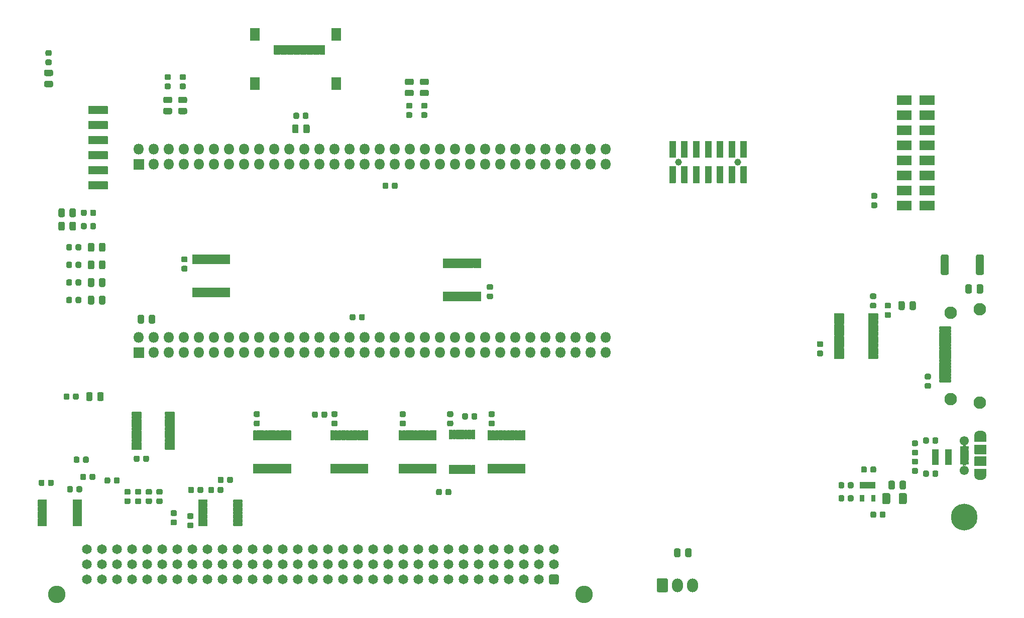
<source format=gbr>
G04 #@! TF.GenerationSoftware,KiCad,Pcbnew,5.1.9+dfsg1-1~bpo10+1*
G04 #@! TF.CreationDate,2022-12-01T16:36:58+01:00*
G04 #@! TF.ProjectId,nubus-to-ztex,6e756275-732d-4746-9f2d-7a7465782e6b,rev?*
G04 #@! TF.SameCoordinates,Original*
G04 #@! TF.FileFunction,Soldermask,Top*
G04 #@! TF.FilePolarity,Negative*
%FSLAX46Y46*%
G04 Gerber Fmt 4.6, Leading zero omitted, Abs format (unit mm)*
G04 Created by KiCad (PCBNEW 5.1.9+dfsg1-1~bpo10+1) date 2022-12-01 16:36:58*
%MOMM*%
%LPD*%
G01*
G04 APERTURE LIST*
%ADD10C,0.010000*%
%ADD11C,1.152000*%
%ADD12C,4.502000*%
%ADD13C,1.552000*%
%ADD14O,2.002000X1.302000*%
%ADD15O,1.842000X2.302000*%
%ADD16O,1.802000X1.802000*%
%ADD17C,2.102000*%
%ADD18C,2.952000*%
%ADD19C,1.652000*%
%ADD20C,0.100000*%
G04 APERTURE END LIST*
D10*
G36*
X260170990Y-36128990D02*
G01*
X260170990Y-37650980D01*
X257829000Y-37650980D01*
X257829000Y-36128990D01*
X260170990Y-36128990D01*
G37*
X260170990Y-36128990D02*
X260170990Y-37650980D01*
X257829000Y-37650980D01*
X257829000Y-36128990D01*
X260170990Y-36128990D01*
G36*
X264082010Y-36128990D02*
G01*
X264082010Y-37650980D01*
X261640000Y-37650980D01*
X261640000Y-36128990D01*
X264082010Y-36128990D01*
G37*
X264082010Y-36128990D02*
X264082010Y-37650980D01*
X261640000Y-37650980D01*
X261640000Y-36128990D01*
X264082010Y-36128990D01*
G36*
X260170990Y-33588990D02*
G01*
X260170990Y-35110980D01*
X257829000Y-35110980D01*
X257829000Y-33588990D01*
X260170990Y-33588990D01*
G37*
X260170990Y-33588990D02*
X260170990Y-35110980D01*
X257829000Y-35110980D01*
X257829000Y-33588990D01*
X260170990Y-33588990D01*
G36*
X264082010Y-33588990D02*
G01*
X264082010Y-35110980D01*
X261640000Y-35110980D01*
X261640000Y-33588990D01*
X264082010Y-33588990D01*
G37*
X264082010Y-33588990D02*
X264082010Y-35110980D01*
X261640000Y-35110980D01*
X261640000Y-33588990D01*
X264082010Y-33588990D01*
G36*
X260170990Y-31048990D02*
G01*
X260170990Y-32570980D01*
X257829000Y-32570980D01*
X257829000Y-31048990D01*
X260170990Y-31048990D01*
G37*
X260170990Y-31048990D02*
X260170990Y-32570980D01*
X257829000Y-32570980D01*
X257829000Y-31048990D01*
X260170990Y-31048990D01*
G36*
X264082010Y-31048990D02*
G01*
X264082010Y-32570980D01*
X261640000Y-32570980D01*
X261640000Y-31048990D01*
X264082010Y-31048990D01*
G37*
X264082010Y-31048990D02*
X264082010Y-32570980D01*
X261640000Y-32570980D01*
X261640000Y-31048990D01*
X264082010Y-31048990D01*
G36*
X260170990Y-28508991D02*
G01*
X260170990Y-30030980D01*
X257829000Y-30030980D01*
X257829000Y-28508991D01*
X260170990Y-28508991D01*
G37*
X260170990Y-28508991D02*
X260170990Y-30030980D01*
X257829000Y-30030980D01*
X257829000Y-28508991D01*
X260170990Y-28508991D01*
G36*
X264082010Y-28508991D02*
G01*
X264082010Y-30030980D01*
X261640000Y-30030980D01*
X261640000Y-28508991D01*
X264082010Y-28508991D01*
G37*
X264082010Y-28508991D02*
X264082010Y-30030980D01*
X261640000Y-30030980D01*
X261640000Y-28508991D01*
X264082010Y-28508991D01*
G36*
X260170990Y-25968990D02*
G01*
X260170990Y-27490984D01*
X257829000Y-27490984D01*
X257829000Y-25968990D01*
X260170990Y-25968990D01*
G37*
X260170990Y-25968990D02*
X260170990Y-27490984D01*
X257829000Y-27490984D01*
X257829000Y-25968990D01*
X260170990Y-25968990D01*
G36*
X264082010Y-25968990D02*
G01*
X264082010Y-27490984D01*
X261640000Y-27490984D01*
X261640000Y-25968990D01*
X264082010Y-25968990D01*
G37*
X264082010Y-25968990D02*
X264082010Y-27490984D01*
X261640000Y-27490984D01*
X261640000Y-25968990D01*
X264082010Y-25968990D01*
G36*
X260170990Y-23428990D02*
G01*
X260170990Y-24950980D01*
X257829000Y-24950980D01*
X257829000Y-23428990D01*
X260170990Y-23428990D01*
G37*
X260170990Y-23428990D02*
X260170990Y-24950980D01*
X257829000Y-24950980D01*
X257829000Y-23428990D01*
X260170990Y-23428990D01*
G36*
X264082010Y-23428990D02*
G01*
X264082010Y-24950980D01*
X261640000Y-24950980D01*
X261640000Y-23428990D01*
X264082010Y-23428990D01*
G37*
X264082010Y-23428990D02*
X264082010Y-24950980D01*
X261640000Y-24950980D01*
X261640000Y-23428990D01*
X264082010Y-23428990D01*
G36*
X260170990Y-20888990D02*
G01*
X260170990Y-22410980D01*
X257829000Y-22410980D01*
X257829000Y-20888990D01*
X260170990Y-20888990D01*
G37*
X260170990Y-20888990D02*
X260170990Y-22410980D01*
X257829000Y-22410980D01*
X257829000Y-20888990D01*
X260170990Y-20888990D01*
G36*
X264082010Y-20888990D02*
G01*
X264082010Y-22410980D01*
X261640000Y-22410980D01*
X261640000Y-20888990D01*
X264082010Y-20888990D01*
G37*
X264082010Y-20888990D02*
X264082010Y-22410980D01*
X261640000Y-22410980D01*
X261640000Y-20888990D01*
X264082010Y-20888990D01*
G36*
X260170990Y-18348990D02*
G01*
X260170990Y-19870980D01*
X257829000Y-19870980D01*
X257829000Y-18348990D01*
X260170990Y-18348990D01*
G37*
X260170990Y-18348990D02*
X260170990Y-19870980D01*
X257829000Y-19870980D01*
X257829000Y-18348990D01*
X260170990Y-18348990D01*
G36*
X264082010Y-18348990D02*
G01*
X264082010Y-19870980D01*
X261640000Y-19870980D01*
X261640000Y-18348990D01*
X264082010Y-18348990D01*
G37*
X264082010Y-18348990D02*
X264082010Y-19870980D01*
X261640000Y-19870980D01*
X261640000Y-18348990D01*
X264082010Y-18348990D01*
G36*
X260170990Y-36128990D02*
G01*
X260170990Y-37650980D01*
X257829000Y-37650980D01*
X257829000Y-36128990D01*
X260170990Y-36128990D01*
G37*
X260170990Y-36128990D02*
X260170990Y-37650980D01*
X257829000Y-37650980D01*
X257829000Y-36128990D01*
X260170990Y-36128990D01*
G36*
X264082010Y-36128990D02*
G01*
X264082010Y-37650980D01*
X261640000Y-37650980D01*
X261640000Y-36128990D01*
X264082010Y-36128990D01*
G37*
X264082010Y-36128990D02*
X264082010Y-37650980D01*
X261640000Y-37650980D01*
X261640000Y-36128990D01*
X264082010Y-36128990D01*
G36*
X260170990Y-33588990D02*
G01*
X260170990Y-35110980D01*
X257829000Y-35110980D01*
X257829000Y-33588990D01*
X260170990Y-33588990D01*
G37*
X260170990Y-33588990D02*
X260170990Y-35110980D01*
X257829000Y-35110980D01*
X257829000Y-33588990D01*
X260170990Y-33588990D01*
G36*
X264082010Y-33588990D02*
G01*
X264082010Y-35110980D01*
X261640000Y-35110980D01*
X261640000Y-33588990D01*
X264082010Y-33588990D01*
G37*
X264082010Y-33588990D02*
X264082010Y-35110980D01*
X261640000Y-35110980D01*
X261640000Y-33588990D01*
X264082010Y-33588990D01*
G36*
X260170990Y-31048990D02*
G01*
X260170990Y-32570980D01*
X257829000Y-32570980D01*
X257829000Y-31048990D01*
X260170990Y-31048990D01*
G37*
X260170990Y-31048990D02*
X260170990Y-32570980D01*
X257829000Y-32570980D01*
X257829000Y-31048990D01*
X260170990Y-31048990D01*
G36*
X264082010Y-31048990D02*
G01*
X264082010Y-32570980D01*
X261640000Y-32570980D01*
X261640000Y-31048990D01*
X264082010Y-31048990D01*
G37*
X264082010Y-31048990D02*
X264082010Y-32570980D01*
X261640000Y-32570980D01*
X261640000Y-31048990D01*
X264082010Y-31048990D01*
G36*
X260170990Y-28508991D02*
G01*
X260170990Y-30030980D01*
X257829000Y-30030980D01*
X257829000Y-28508991D01*
X260170990Y-28508991D01*
G37*
X260170990Y-28508991D02*
X260170990Y-30030980D01*
X257829000Y-30030980D01*
X257829000Y-28508991D01*
X260170990Y-28508991D01*
G36*
X264082010Y-28508991D02*
G01*
X264082010Y-30030980D01*
X261640000Y-30030980D01*
X261640000Y-28508991D01*
X264082010Y-28508991D01*
G37*
X264082010Y-28508991D02*
X264082010Y-30030980D01*
X261640000Y-30030980D01*
X261640000Y-28508991D01*
X264082010Y-28508991D01*
G36*
X260170990Y-25968990D02*
G01*
X260170990Y-27490984D01*
X257829000Y-27490984D01*
X257829000Y-25968990D01*
X260170990Y-25968990D01*
G37*
X260170990Y-25968990D02*
X260170990Y-27490984D01*
X257829000Y-27490984D01*
X257829000Y-25968990D01*
X260170990Y-25968990D01*
G36*
X264082010Y-25968990D02*
G01*
X264082010Y-27490984D01*
X261640000Y-27490984D01*
X261640000Y-25968990D01*
X264082010Y-25968990D01*
G37*
X264082010Y-25968990D02*
X264082010Y-27490984D01*
X261640000Y-27490984D01*
X261640000Y-25968990D01*
X264082010Y-25968990D01*
G36*
X260170990Y-23428990D02*
G01*
X260170990Y-24950980D01*
X257829000Y-24950980D01*
X257829000Y-23428990D01*
X260170990Y-23428990D01*
G37*
X260170990Y-23428990D02*
X260170990Y-24950980D01*
X257829000Y-24950980D01*
X257829000Y-23428990D01*
X260170990Y-23428990D01*
G36*
X264082010Y-23428990D02*
G01*
X264082010Y-24950980D01*
X261640000Y-24950980D01*
X261640000Y-23428990D01*
X264082010Y-23428990D01*
G37*
X264082010Y-23428990D02*
X264082010Y-24950980D01*
X261640000Y-24950980D01*
X261640000Y-23428990D01*
X264082010Y-23428990D01*
G36*
X260170990Y-20888990D02*
G01*
X260170990Y-22410980D01*
X257829000Y-22410980D01*
X257829000Y-20888990D01*
X260170990Y-20888990D01*
G37*
X260170990Y-20888990D02*
X260170990Y-22410980D01*
X257829000Y-22410980D01*
X257829000Y-20888990D01*
X260170990Y-20888990D01*
G36*
X264082010Y-20888990D02*
G01*
X264082010Y-22410980D01*
X261640000Y-22410980D01*
X261640000Y-20888990D01*
X264082010Y-20888990D01*
G37*
X264082010Y-20888990D02*
X264082010Y-22410980D01*
X261640000Y-22410980D01*
X261640000Y-20888990D01*
X264082010Y-20888990D01*
G36*
X260170990Y-18348990D02*
G01*
X260170990Y-19870980D01*
X257829000Y-19870980D01*
X257829000Y-18348990D01*
X260170990Y-18348990D01*
G37*
X260170990Y-18348990D02*
X260170990Y-19870980D01*
X257829000Y-19870980D01*
X257829000Y-18348990D01*
X260170990Y-18348990D01*
G36*
X264082010Y-18348990D02*
G01*
X264082010Y-19870980D01*
X261640000Y-19870980D01*
X261640000Y-18348990D01*
X264082010Y-18348990D01*
G37*
X264082010Y-18348990D02*
X264082010Y-19870980D01*
X261640000Y-19870980D01*
X261640000Y-18348990D01*
X264082010Y-18348990D01*
G36*
G01*
X266538500Y-45474815D02*
X266538500Y-48385185D01*
G75*
G02*
X266267685Y-48656000I-270815J0D01*
G01*
X265482315Y-48656000D01*
G75*
G02*
X265211500Y-48385185I0J270815D01*
G01*
X265211500Y-45474815D01*
G75*
G02*
X265482315Y-45204000I270815J0D01*
G01*
X266267685Y-45204000D01*
G75*
G02*
X266538500Y-45474815I0J-270815D01*
G01*
G37*
G36*
G01*
X272463500Y-45474815D02*
X272463500Y-48385185D01*
G75*
G02*
X272192685Y-48656000I-270815J0D01*
G01*
X271407315Y-48656000D01*
G75*
G02*
X271136500Y-48385185I0J270815D01*
G01*
X271136500Y-45474815D01*
G75*
G02*
X271407315Y-45204000I270815J0D01*
G01*
X272192685Y-45204000D01*
G75*
G02*
X272463500Y-45474815I0J-270815D01*
G01*
G37*
G36*
G01*
X270451000Y-50499500D02*
X270451000Y-51500500D01*
G75*
G02*
X270175500Y-51776000I-275500J0D01*
G01*
X269624500Y-51776000D01*
G75*
G02*
X269349000Y-51500500I0J275500D01*
G01*
X269349000Y-50499500D01*
G75*
G02*
X269624500Y-50224000I275500J0D01*
G01*
X270175500Y-50224000D01*
G75*
G02*
X270451000Y-50499500I0J-275500D01*
G01*
G37*
G36*
G01*
X272351000Y-50499500D02*
X272351000Y-51500500D01*
G75*
G02*
X272075500Y-51776000I-275500J0D01*
G01*
X271524500Y-51776000D01*
G75*
G02*
X271249000Y-51500500I0J275500D01*
G01*
X271249000Y-50499500D01*
G75*
G02*
X271524500Y-50224000I275500J0D01*
G01*
X272075500Y-50224000D01*
G75*
G02*
X272351000Y-50499500I0J-275500D01*
G01*
G37*
G36*
G01*
X124726000Y-21514000D02*
X121546000Y-21514000D01*
G75*
G02*
X121495000Y-21463000I0J51000D01*
G01*
X121495000Y-20193000D01*
G75*
G02*
X121546000Y-20142000I51000J0D01*
G01*
X124726000Y-20142000D01*
G75*
G02*
X124777000Y-20193000I0J-51000D01*
G01*
X124777000Y-21463000D01*
G75*
G02*
X124726000Y-21514000I-51000J0D01*
G01*
G37*
G36*
G01*
X124726000Y-24054000D02*
X121546000Y-24054000D01*
G75*
G02*
X121495000Y-24003000I0J51000D01*
G01*
X121495000Y-22733000D01*
G75*
G02*
X121546000Y-22682000I51000J0D01*
G01*
X124726000Y-22682000D01*
G75*
G02*
X124777000Y-22733000I0J-51000D01*
G01*
X124777000Y-24003000D01*
G75*
G02*
X124726000Y-24054000I-51000J0D01*
G01*
G37*
G36*
G01*
X124726000Y-26594000D02*
X121546000Y-26594000D01*
G75*
G02*
X121495000Y-26543000I0J51000D01*
G01*
X121495000Y-25273000D01*
G75*
G02*
X121546000Y-25222000I51000J0D01*
G01*
X124726000Y-25222000D01*
G75*
G02*
X124777000Y-25273000I0J-51000D01*
G01*
X124777000Y-26543000D01*
G75*
G02*
X124726000Y-26594000I-51000J0D01*
G01*
G37*
G36*
G01*
X124726000Y-29134000D02*
X121546000Y-29134000D01*
G75*
G02*
X121495000Y-29083000I0J51000D01*
G01*
X121495000Y-27813000D01*
G75*
G02*
X121546000Y-27762000I51000J0D01*
G01*
X124726000Y-27762000D01*
G75*
G02*
X124777000Y-27813000I0J-51000D01*
G01*
X124777000Y-29083000D01*
G75*
G02*
X124726000Y-29134000I-51000J0D01*
G01*
G37*
G36*
G01*
X124726000Y-31674000D02*
X121546000Y-31674000D01*
G75*
G02*
X121495000Y-31623000I0J51000D01*
G01*
X121495000Y-30353000D01*
G75*
G02*
X121546000Y-30302000I51000J0D01*
G01*
X124726000Y-30302000D01*
G75*
G02*
X124777000Y-30353000I0J-51000D01*
G01*
X124777000Y-31623000D01*
G75*
G02*
X124726000Y-31674000I-51000J0D01*
G01*
G37*
G36*
G01*
X124726000Y-34214000D02*
X121546000Y-34214000D01*
G75*
G02*
X121495000Y-34163000I0J51000D01*
G01*
X121495000Y-32893000D01*
G75*
G02*
X121546000Y-32842000I51000J0D01*
G01*
X124726000Y-32842000D01*
G75*
G02*
X124777000Y-32893000I0J-51000D01*
G01*
X124777000Y-34163000D01*
G75*
G02*
X124726000Y-34214000I-51000J0D01*
G01*
G37*
D11*
X221000000Y-29590000D03*
X231000000Y-29590000D03*
G36*
G01*
X220551000Y-30345000D02*
X220551000Y-33095000D01*
G75*
G02*
X220500000Y-33146000I-51000J0D01*
G01*
X219500000Y-33146000D01*
G75*
G02*
X219449000Y-33095000I0J51000D01*
G01*
X219449000Y-30345000D01*
G75*
G02*
X219500000Y-30294000I51000J0D01*
G01*
X220500000Y-30294000D01*
G75*
G02*
X220551000Y-30345000I0J-51000D01*
G01*
G37*
G36*
G01*
X220551000Y-26085000D02*
X220551000Y-28835000D01*
G75*
G02*
X220500000Y-28886000I-51000J0D01*
G01*
X219500000Y-28886000D01*
G75*
G02*
X219449000Y-28835000I0J51000D01*
G01*
X219449000Y-26085000D01*
G75*
G02*
X219500000Y-26034000I51000J0D01*
G01*
X220500000Y-26034000D01*
G75*
G02*
X220551000Y-26085000I0J-51000D01*
G01*
G37*
G36*
G01*
X222551000Y-30345000D02*
X222551000Y-33095000D01*
G75*
G02*
X222500000Y-33146000I-51000J0D01*
G01*
X221500000Y-33146000D01*
G75*
G02*
X221449000Y-33095000I0J51000D01*
G01*
X221449000Y-30345000D01*
G75*
G02*
X221500000Y-30294000I51000J0D01*
G01*
X222500000Y-30294000D01*
G75*
G02*
X222551000Y-30345000I0J-51000D01*
G01*
G37*
G36*
G01*
X222551000Y-26085000D02*
X222551000Y-28835000D01*
G75*
G02*
X222500000Y-28886000I-51000J0D01*
G01*
X221500000Y-28886000D01*
G75*
G02*
X221449000Y-28835000I0J51000D01*
G01*
X221449000Y-26085000D01*
G75*
G02*
X221500000Y-26034000I51000J0D01*
G01*
X222500000Y-26034000D01*
G75*
G02*
X222551000Y-26085000I0J-51000D01*
G01*
G37*
G36*
G01*
X224551000Y-30345000D02*
X224551000Y-33095000D01*
G75*
G02*
X224500000Y-33146000I-51000J0D01*
G01*
X223500000Y-33146000D01*
G75*
G02*
X223449000Y-33095000I0J51000D01*
G01*
X223449000Y-30345000D01*
G75*
G02*
X223500000Y-30294000I51000J0D01*
G01*
X224500000Y-30294000D01*
G75*
G02*
X224551000Y-30345000I0J-51000D01*
G01*
G37*
G36*
G01*
X224551000Y-26085000D02*
X224551000Y-28835000D01*
G75*
G02*
X224500000Y-28886000I-51000J0D01*
G01*
X223500000Y-28886000D01*
G75*
G02*
X223449000Y-28835000I0J51000D01*
G01*
X223449000Y-26085000D01*
G75*
G02*
X223500000Y-26034000I51000J0D01*
G01*
X224500000Y-26034000D01*
G75*
G02*
X224551000Y-26085000I0J-51000D01*
G01*
G37*
G36*
G01*
X226551000Y-30345000D02*
X226551000Y-33095000D01*
G75*
G02*
X226500000Y-33146000I-51000J0D01*
G01*
X225500000Y-33146000D01*
G75*
G02*
X225449000Y-33095000I0J51000D01*
G01*
X225449000Y-30345000D01*
G75*
G02*
X225500000Y-30294000I51000J0D01*
G01*
X226500000Y-30294000D01*
G75*
G02*
X226551000Y-30345000I0J-51000D01*
G01*
G37*
G36*
G01*
X226551000Y-26085000D02*
X226551000Y-28835000D01*
G75*
G02*
X226500000Y-28886000I-51000J0D01*
G01*
X225500000Y-28886000D01*
G75*
G02*
X225449000Y-28835000I0J51000D01*
G01*
X225449000Y-26085000D01*
G75*
G02*
X225500000Y-26034000I51000J0D01*
G01*
X226500000Y-26034000D01*
G75*
G02*
X226551000Y-26085000I0J-51000D01*
G01*
G37*
G36*
G01*
X228551000Y-30345000D02*
X228551000Y-33095000D01*
G75*
G02*
X228500000Y-33146000I-51000J0D01*
G01*
X227500000Y-33146000D01*
G75*
G02*
X227449000Y-33095000I0J51000D01*
G01*
X227449000Y-30345000D01*
G75*
G02*
X227500000Y-30294000I51000J0D01*
G01*
X228500000Y-30294000D01*
G75*
G02*
X228551000Y-30345000I0J-51000D01*
G01*
G37*
G36*
G01*
X228551000Y-26085000D02*
X228551000Y-28835000D01*
G75*
G02*
X228500000Y-28886000I-51000J0D01*
G01*
X227500000Y-28886000D01*
G75*
G02*
X227449000Y-28835000I0J51000D01*
G01*
X227449000Y-26085000D01*
G75*
G02*
X227500000Y-26034000I51000J0D01*
G01*
X228500000Y-26034000D01*
G75*
G02*
X228551000Y-26085000I0J-51000D01*
G01*
G37*
G36*
G01*
X230551000Y-30345000D02*
X230551000Y-33095000D01*
G75*
G02*
X230500000Y-33146000I-51000J0D01*
G01*
X229500000Y-33146000D01*
G75*
G02*
X229449000Y-33095000I0J51000D01*
G01*
X229449000Y-30345000D01*
G75*
G02*
X229500000Y-30294000I51000J0D01*
G01*
X230500000Y-30294000D01*
G75*
G02*
X230551000Y-30345000I0J-51000D01*
G01*
G37*
G36*
G01*
X230551000Y-26085000D02*
X230551000Y-28835000D01*
G75*
G02*
X230500000Y-28886000I-51000J0D01*
G01*
X229500000Y-28886000D01*
G75*
G02*
X229449000Y-28835000I0J51000D01*
G01*
X229449000Y-26085000D01*
G75*
G02*
X229500000Y-26034000I51000J0D01*
G01*
X230500000Y-26034000D01*
G75*
G02*
X230551000Y-26085000I0J-51000D01*
G01*
G37*
G36*
G01*
X232551000Y-30345000D02*
X232551000Y-33095000D01*
G75*
G02*
X232500000Y-33146000I-51000J0D01*
G01*
X231500000Y-33146000D01*
G75*
G02*
X231449000Y-33095000I0J51000D01*
G01*
X231449000Y-30345000D01*
G75*
G02*
X231500000Y-30294000I51000J0D01*
G01*
X232500000Y-30294000D01*
G75*
G02*
X232551000Y-30345000I0J-51000D01*
G01*
G37*
G36*
G01*
X232551000Y-26085000D02*
X232551000Y-28835000D01*
G75*
G02*
X232500000Y-28886000I-51000J0D01*
G01*
X231500000Y-28886000D01*
G75*
G02*
X231449000Y-28835000I0J51000D01*
G01*
X231449000Y-26085000D01*
G75*
G02*
X231500000Y-26034000I51000J0D01*
G01*
X232500000Y-26034000D01*
G75*
G02*
X232551000Y-26085000I0J-51000D01*
G01*
G37*
G36*
G01*
X129164000Y-79921750D02*
X129164000Y-79358250D01*
G75*
G02*
X129408250Y-79114000I244250J0D01*
G01*
X129896750Y-79114000D01*
G75*
G02*
X130141000Y-79358250I0J-244250D01*
G01*
X130141000Y-79921750D01*
G75*
G02*
X129896750Y-80166000I-244250J0D01*
G01*
X129408250Y-80166000D01*
G75*
G02*
X129164000Y-79921750I0J244250D01*
G01*
G37*
G36*
G01*
X130739000Y-79921750D02*
X130739000Y-79358250D01*
G75*
G02*
X130983250Y-79114000I244250J0D01*
G01*
X131471750Y-79114000D01*
G75*
G02*
X131716000Y-79358250I0J-244250D01*
G01*
X131716000Y-79921750D01*
G75*
G02*
X131471750Y-80166000I-244250J0D01*
G01*
X130983250Y-80166000D01*
G75*
G02*
X130739000Y-79921750I0J244250D01*
G01*
G37*
G36*
G01*
X136076000Y-77640000D02*
X136076000Y-78090000D01*
G75*
G02*
X136025000Y-78141000I-51000J0D01*
G01*
X134475000Y-78141000D01*
G75*
G02*
X134424000Y-78090000I0J51000D01*
G01*
X134424000Y-77640000D01*
G75*
G02*
X134475000Y-77589000I51000J0D01*
G01*
X136025000Y-77589000D01*
G75*
G02*
X136076000Y-77640000I0J-51000D01*
G01*
G37*
G36*
G01*
X136076000Y-76990000D02*
X136076000Y-77440000D01*
G75*
G02*
X136025000Y-77491000I-51000J0D01*
G01*
X134475000Y-77491000D01*
G75*
G02*
X134424000Y-77440000I0J51000D01*
G01*
X134424000Y-76990000D01*
G75*
G02*
X134475000Y-76939000I51000J0D01*
G01*
X136025000Y-76939000D01*
G75*
G02*
X136076000Y-76990000I0J-51000D01*
G01*
G37*
G36*
G01*
X136076000Y-76340000D02*
X136076000Y-76790000D01*
G75*
G02*
X136025000Y-76841000I-51000J0D01*
G01*
X134475000Y-76841000D01*
G75*
G02*
X134424000Y-76790000I0J51000D01*
G01*
X134424000Y-76340000D01*
G75*
G02*
X134475000Y-76289000I51000J0D01*
G01*
X136025000Y-76289000D01*
G75*
G02*
X136076000Y-76340000I0J-51000D01*
G01*
G37*
G36*
G01*
X136076000Y-75690000D02*
X136076000Y-76140000D01*
G75*
G02*
X136025000Y-76191000I-51000J0D01*
G01*
X134475000Y-76191000D01*
G75*
G02*
X134424000Y-76140000I0J51000D01*
G01*
X134424000Y-75690000D01*
G75*
G02*
X134475000Y-75639000I51000J0D01*
G01*
X136025000Y-75639000D01*
G75*
G02*
X136076000Y-75690000I0J-51000D01*
G01*
G37*
G36*
G01*
X136076000Y-75040000D02*
X136076000Y-75490000D01*
G75*
G02*
X136025000Y-75541000I-51000J0D01*
G01*
X134475000Y-75541000D01*
G75*
G02*
X134424000Y-75490000I0J51000D01*
G01*
X134424000Y-75040000D01*
G75*
G02*
X134475000Y-74989000I51000J0D01*
G01*
X136025000Y-74989000D01*
G75*
G02*
X136076000Y-75040000I0J-51000D01*
G01*
G37*
G36*
G01*
X136076000Y-74390000D02*
X136076000Y-74840000D01*
G75*
G02*
X136025000Y-74891000I-51000J0D01*
G01*
X134475000Y-74891000D01*
G75*
G02*
X134424000Y-74840000I0J51000D01*
G01*
X134424000Y-74390000D01*
G75*
G02*
X134475000Y-74339000I51000J0D01*
G01*
X136025000Y-74339000D01*
G75*
G02*
X136076000Y-74390000I0J-51000D01*
G01*
G37*
G36*
G01*
X136076000Y-73740000D02*
X136076000Y-74190000D01*
G75*
G02*
X136025000Y-74241000I-51000J0D01*
G01*
X134475000Y-74241000D01*
G75*
G02*
X134424000Y-74190000I0J51000D01*
G01*
X134424000Y-73740000D01*
G75*
G02*
X134475000Y-73689000I51000J0D01*
G01*
X136025000Y-73689000D01*
G75*
G02*
X136076000Y-73740000I0J-51000D01*
G01*
G37*
G36*
G01*
X136076000Y-73090000D02*
X136076000Y-73540000D01*
G75*
G02*
X136025000Y-73591000I-51000J0D01*
G01*
X134475000Y-73591000D01*
G75*
G02*
X134424000Y-73540000I0J51000D01*
G01*
X134424000Y-73090000D01*
G75*
G02*
X134475000Y-73039000I51000J0D01*
G01*
X136025000Y-73039000D01*
G75*
G02*
X136076000Y-73090000I0J-51000D01*
G01*
G37*
G36*
G01*
X136076000Y-72440000D02*
X136076000Y-72890000D01*
G75*
G02*
X136025000Y-72941000I-51000J0D01*
G01*
X134475000Y-72941000D01*
G75*
G02*
X134424000Y-72890000I0J51000D01*
G01*
X134424000Y-72440000D01*
G75*
G02*
X134475000Y-72389000I51000J0D01*
G01*
X136025000Y-72389000D01*
G75*
G02*
X136076000Y-72440000I0J-51000D01*
G01*
G37*
G36*
G01*
X136076000Y-71790000D02*
X136076000Y-72240000D01*
G75*
G02*
X136025000Y-72291000I-51000J0D01*
G01*
X134475000Y-72291000D01*
G75*
G02*
X134424000Y-72240000I0J51000D01*
G01*
X134424000Y-71790000D01*
G75*
G02*
X134475000Y-71739000I51000J0D01*
G01*
X136025000Y-71739000D01*
G75*
G02*
X136076000Y-71790000I0J-51000D01*
G01*
G37*
G36*
G01*
X130476000Y-71790000D02*
X130476000Y-72240000D01*
G75*
G02*
X130425000Y-72291000I-51000J0D01*
G01*
X128875000Y-72291000D01*
G75*
G02*
X128824000Y-72240000I0J51000D01*
G01*
X128824000Y-71790000D01*
G75*
G02*
X128875000Y-71739000I51000J0D01*
G01*
X130425000Y-71739000D01*
G75*
G02*
X130476000Y-71790000I0J-51000D01*
G01*
G37*
G36*
G01*
X130476000Y-72440000D02*
X130476000Y-72890000D01*
G75*
G02*
X130425000Y-72941000I-51000J0D01*
G01*
X128875000Y-72941000D01*
G75*
G02*
X128824000Y-72890000I0J51000D01*
G01*
X128824000Y-72440000D01*
G75*
G02*
X128875000Y-72389000I51000J0D01*
G01*
X130425000Y-72389000D01*
G75*
G02*
X130476000Y-72440000I0J-51000D01*
G01*
G37*
G36*
G01*
X130476000Y-73090000D02*
X130476000Y-73540000D01*
G75*
G02*
X130425000Y-73591000I-51000J0D01*
G01*
X128875000Y-73591000D01*
G75*
G02*
X128824000Y-73540000I0J51000D01*
G01*
X128824000Y-73090000D01*
G75*
G02*
X128875000Y-73039000I51000J0D01*
G01*
X130425000Y-73039000D01*
G75*
G02*
X130476000Y-73090000I0J-51000D01*
G01*
G37*
G36*
G01*
X130476000Y-73740000D02*
X130476000Y-74190000D01*
G75*
G02*
X130425000Y-74241000I-51000J0D01*
G01*
X128875000Y-74241000D01*
G75*
G02*
X128824000Y-74190000I0J51000D01*
G01*
X128824000Y-73740000D01*
G75*
G02*
X128875000Y-73689000I51000J0D01*
G01*
X130425000Y-73689000D01*
G75*
G02*
X130476000Y-73740000I0J-51000D01*
G01*
G37*
G36*
G01*
X130476000Y-74390000D02*
X130476000Y-74840000D01*
G75*
G02*
X130425000Y-74891000I-51000J0D01*
G01*
X128875000Y-74891000D01*
G75*
G02*
X128824000Y-74840000I0J51000D01*
G01*
X128824000Y-74390000D01*
G75*
G02*
X128875000Y-74339000I51000J0D01*
G01*
X130425000Y-74339000D01*
G75*
G02*
X130476000Y-74390000I0J-51000D01*
G01*
G37*
G36*
G01*
X130476000Y-75040000D02*
X130476000Y-75490000D01*
G75*
G02*
X130425000Y-75541000I-51000J0D01*
G01*
X128875000Y-75541000D01*
G75*
G02*
X128824000Y-75490000I0J51000D01*
G01*
X128824000Y-75040000D01*
G75*
G02*
X128875000Y-74989000I51000J0D01*
G01*
X130425000Y-74989000D01*
G75*
G02*
X130476000Y-75040000I0J-51000D01*
G01*
G37*
G36*
G01*
X130476000Y-75690000D02*
X130476000Y-76140000D01*
G75*
G02*
X130425000Y-76191000I-51000J0D01*
G01*
X128875000Y-76191000D01*
G75*
G02*
X128824000Y-76140000I0J51000D01*
G01*
X128824000Y-75690000D01*
G75*
G02*
X128875000Y-75639000I51000J0D01*
G01*
X130425000Y-75639000D01*
G75*
G02*
X130476000Y-75690000I0J-51000D01*
G01*
G37*
G36*
G01*
X130476000Y-76340000D02*
X130476000Y-76790000D01*
G75*
G02*
X130425000Y-76841000I-51000J0D01*
G01*
X128875000Y-76841000D01*
G75*
G02*
X128824000Y-76790000I0J51000D01*
G01*
X128824000Y-76340000D01*
G75*
G02*
X128875000Y-76289000I51000J0D01*
G01*
X130425000Y-76289000D01*
G75*
G02*
X130476000Y-76340000I0J-51000D01*
G01*
G37*
G36*
G01*
X130476000Y-76990000D02*
X130476000Y-77440000D01*
G75*
G02*
X130425000Y-77491000I-51000J0D01*
G01*
X128875000Y-77491000D01*
G75*
G02*
X128824000Y-77440000I0J51000D01*
G01*
X128824000Y-76990000D01*
G75*
G02*
X128875000Y-76939000I51000J0D01*
G01*
X130425000Y-76939000D01*
G75*
G02*
X130476000Y-76990000I0J-51000D01*
G01*
G37*
G36*
G01*
X130476000Y-77640000D02*
X130476000Y-78090000D01*
G75*
G02*
X130425000Y-78141000I-51000J0D01*
G01*
X128875000Y-78141000D01*
G75*
G02*
X128824000Y-78090000I0J51000D01*
G01*
X128824000Y-77640000D01*
G75*
G02*
X128875000Y-77589000I51000J0D01*
G01*
X130425000Y-77589000D01*
G75*
G02*
X130476000Y-77640000I0J-51000D01*
G01*
G37*
G36*
G01*
X189493121Y-52738953D02*
X188929621Y-52738953D01*
G75*
G02*
X188685371Y-52494703I0J244250D01*
G01*
X188685371Y-52006203D01*
G75*
G02*
X188929621Y-51761953I244250J0D01*
G01*
X189493121Y-51761953D01*
G75*
G02*
X189737371Y-52006203I0J-244250D01*
G01*
X189737371Y-52494703D01*
G75*
G02*
X189493121Y-52738953I-244250J0D01*
G01*
G37*
G36*
G01*
X189493121Y-51163953D02*
X188929621Y-51163953D01*
G75*
G02*
X188685371Y-50919703I0J244250D01*
G01*
X188685371Y-50431203D01*
G75*
G02*
X188929621Y-50186953I244250J0D01*
G01*
X189493121Y-50186953D01*
G75*
G02*
X189737371Y-50431203I0J-244250D01*
G01*
X189737371Y-50919703D01*
G75*
G02*
X189493121Y-51163953I-244250J0D01*
G01*
G37*
G36*
G01*
X187211371Y-45836953D02*
X187661371Y-45836953D01*
G75*
G02*
X187712371Y-45887953I0J-51000D01*
G01*
X187712371Y-47437953D01*
G75*
G02*
X187661371Y-47488953I-51000J0D01*
G01*
X187211371Y-47488953D01*
G75*
G02*
X187160371Y-47437953I0J51000D01*
G01*
X187160371Y-45887953D01*
G75*
G02*
X187211371Y-45836953I51000J0D01*
G01*
G37*
G36*
G01*
X186561371Y-45836953D02*
X187011371Y-45836953D01*
G75*
G02*
X187062371Y-45887953I0J-51000D01*
G01*
X187062371Y-47437953D01*
G75*
G02*
X187011371Y-47488953I-51000J0D01*
G01*
X186561371Y-47488953D01*
G75*
G02*
X186510371Y-47437953I0J51000D01*
G01*
X186510371Y-45887953D01*
G75*
G02*
X186561371Y-45836953I51000J0D01*
G01*
G37*
G36*
G01*
X185911371Y-45836953D02*
X186361371Y-45836953D01*
G75*
G02*
X186412371Y-45887953I0J-51000D01*
G01*
X186412371Y-47437953D01*
G75*
G02*
X186361371Y-47488953I-51000J0D01*
G01*
X185911371Y-47488953D01*
G75*
G02*
X185860371Y-47437953I0J51000D01*
G01*
X185860371Y-45887953D01*
G75*
G02*
X185911371Y-45836953I51000J0D01*
G01*
G37*
G36*
G01*
X185261371Y-45836953D02*
X185711371Y-45836953D01*
G75*
G02*
X185762371Y-45887953I0J-51000D01*
G01*
X185762371Y-47437953D01*
G75*
G02*
X185711371Y-47488953I-51000J0D01*
G01*
X185261371Y-47488953D01*
G75*
G02*
X185210371Y-47437953I0J51000D01*
G01*
X185210371Y-45887953D01*
G75*
G02*
X185261371Y-45836953I51000J0D01*
G01*
G37*
G36*
G01*
X184611371Y-45836953D02*
X185061371Y-45836953D01*
G75*
G02*
X185112371Y-45887953I0J-51000D01*
G01*
X185112371Y-47437953D01*
G75*
G02*
X185061371Y-47488953I-51000J0D01*
G01*
X184611371Y-47488953D01*
G75*
G02*
X184560371Y-47437953I0J51000D01*
G01*
X184560371Y-45887953D01*
G75*
G02*
X184611371Y-45836953I51000J0D01*
G01*
G37*
G36*
G01*
X183961371Y-45836953D02*
X184411371Y-45836953D01*
G75*
G02*
X184462371Y-45887953I0J-51000D01*
G01*
X184462371Y-47437953D01*
G75*
G02*
X184411371Y-47488953I-51000J0D01*
G01*
X183961371Y-47488953D01*
G75*
G02*
X183910371Y-47437953I0J51000D01*
G01*
X183910371Y-45887953D01*
G75*
G02*
X183961371Y-45836953I51000J0D01*
G01*
G37*
G36*
G01*
X183311371Y-45836953D02*
X183761371Y-45836953D01*
G75*
G02*
X183812371Y-45887953I0J-51000D01*
G01*
X183812371Y-47437953D01*
G75*
G02*
X183761371Y-47488953I-51000J0D01*
G01*
X183311371Y-47488953D01*
G75*
G02*
X183260371Y-47437953I0J51000D01*
G01*
X183260371Y-45887953D01*
G75*
G02*
X183311371Y-45836953I51000J0D01*
G01*
G37*
G36*
G01*
X182661371Y-45836953D02*
X183111371Y-45836953D01*
G75*
G02*
X183162371Y-45887953I0J-51000D01*
G01*
X183162371Y-47437953D01*
G75*
G02*
X183111371Y-47488953I-51000J0D01*
G01*
X182661371Y-47488953D01*
G75*
G02*
X182610371Y-47437953I0J51000D01*
G01*
X182610371Y-45887953D01*
G75*
G02*
X182661371Y-45836953I51000J0D01*
G01*
G37*
G36*
G01*
X182011371Y-45836953D02*
X182461371Y-45836953D01*
G75*
G02*
X182512371Y-45887953I0J-51000D01*
G01*
X182512371Y-47437953D01*
G75*
G02*
X182461371Y-47488953I-51000J0D01*
G01*
X182011371Y-47488953D01*
G75*
G02*
X181960371Y-47437953I0J51000D01*
G01*
X181960371Y-45887953D01*
G75*
G02*
X182011371Y-45836953I51000J0D01*
G01*
G37*
G36*
G01*
X181361371Y-45836953D02*
X181811371Y-45836953D01*
G75*
G02*
X181862371Y-45887953I0J-51000D01*
G01*
X181862371Y-47437953D01*
G75*
G02*
X181811371Y-47488953I-51000J0D01*
G01*
X181361371Y-47488953D01*
G75*
G02*
X181310371Y-47437953I0J51000D01*
G01*
X181310371Y-45887953D01*
G75*
G02*
X181361371Y-45836953I51000J0D01*
G01*
G37*
G36*
G01*
X181361371Y-51436953D02*
X181811371Y-51436953D01*
G75*
G02*
X181862371Y-51487953I0J-51000D01*
G01*
X181862371Y-53037953D01*
G75*
G02*
X181811371Y-53088953I-51000J0D01*
G01*
X181361371Y-53088953D01*
G75*
G02*
X181310371Y-53037953I0J51000D01*
G01*
X181310371Y-51487953D01*
G75*
G02*
X181361371Y-51436953I51000J0D01*
G01*
G37*
G36*
G01*
X182011371Y-51436953D02*
X182461371Y-51436953D01*
G75*
G02*
X182512371Y-51487953I0J-51000D01*
G01*
X182512371Y-53037953D01*
G75*
G02*
X182461371Y-53088953I-51000J0D01*
G01*
X182011371Y-53088953D01*
G75*
G02*
X181960371Y-53037953I0J51000D01*
G01*
X181960371Y-51487953D01*
G75*
G02*
X182011371Y-51436953I51000J0D01*
G01*
G37*
G36*
G01*
X182661371Y-51436953D02*
X183111371Y-51436953D01*
G75*
G02*
X183162371Y-51487953I0J-51000D01*
G01*
X183162371Y-53037953D01*
G75*
G02*
X183111371Y-53088953I-51000J0D01*
G01*
X182661371Y-53088953D01*
G75*
G02*
X182610371Y-53037953I0J51000D01*
G01*
X182610371Y-51487953D01*
G75*
G02*
X182661371Y-51436953I51000J0D01*
G01*
G37*
G36*
G01*
X183311371Y-51436953D02*
X183761371Y-51436953D01*
G75*
G02*
X183812371Y-51487953I0J-51000D01*
G01*
X183812371Y-53037953D01*
G75*
G02*
X183761371Y-53088953I-51000J0D01*
G01*
X183311371Y-53088953D01*
G75*
G02*
X183260371Y-53037953I0J51000D01*
G01*
X183260371Y-51487953D01*
G75*
G02*
X183311371Y-51436953I51000J0D01*
G01*
G37*
G36*
G01*
X183961371Y-51436953D02*
X184411371Y-51436953D01*
G75*
G02*
X184462371Y-51487953I0J-51000D01*
G01*
X184462371Y-53037953D01*
G75*
G02*
X184411371Y-53088953I-51000J0D01*
G01*
X183961371Y-53088953D01*
G75*
G02*
X183910371Y-53037953I0J51000D01*
G01*
X183910371Y-51487953D01*
G75*
G02*
X183961371Y-51436953I51000J0D01*
G01*
G37*
G36*
G01*
X184611371Y-51436953D02*
X185061371Y-51436953D01*
G75*
G02*
X185112371Y-51487953I0J-51000D01*
G01*
X185112371Y-53037953D01*
G75*
G02*
X185061371Y-53088953I-51000J0D01*
G01*
X184611371Y-53088953D01*
G75*
G02*
X184560371Y-53037953I0J51000D01*
G01*
X184560371Y-51487953D01*
G75*
G02*
X184611371Y-51436953I51000J0D01*
G01*
G37*
G36*
G01*
X185261371Y-51436953D02*
X185711371Y-51436953D01*
G75*
G02*
X185762371Y-51487953I0J-51000D01*
G01*
X185762371Y-53037953D01*
G75*
G02*
X185711371Y-53088953I-51000J0D01*
G01*
X185261371Y-53088953D01*
G75*
G02*
X185210371Y-53037953I0J51000D01*
G01*
X185210371Y-51487953D01*
G75*
G02*
X185261371Y-51436953I51000J0D01*
G01*
G37*
G36*
G01*
X185911371Y-51436953D02*
X186361371Y-51436953D01*
G75*
G02*
X186412371Y-51487953I0J-51000D01*
G01*
X186412371Y-53037953D01*
G75*
G02*
X186361371Y-53088953I-51000J0D01*
G01*
X185911371Y-53088953D01*
G75*
G02*
X185860371Y-53037953I0J51000D01*
G01*
X185860371Y-51487953D01*
G75*
G02*
X185911371Y-51436953I51000J0D01*
G01*
G37*
G36*
G01*
X186561371Y-51436953D02*
X187011371Y-51436953D01*
G75*
G02*
X187062371Y-51487953I0J-51000D01*
G01*
X187062371Y-53037953D01*
G75*
G02*
X187011371Y-53088953I-51000J0D01*
G01*
X186561371Y-53088953D01*
G75*
G02*
X186510371Y-53037953I0J51000D01*
G01*
X186510371Y-51487953D01*
G75*
G02*
X186561371Y-51436953I51000J0D01*
G01*
G37*
G36*
G01*
X187211371Y-51436953D02*
X187661371Y-51436953D01*
G75*
G02*
X187712371Y-51487953I0J-51000D01*
G01*
X187712371Y-53037953D01*
G75*
G02*
X187661371Y-53088953I-51000J0D01*
G01*
X187211371Y-53088953D01*
G75*
G02*
X187160371Y-53037953I0J51000D01*
G01*
X187160371Y-51487953D01*
G75*
G02*
X187211371Y-51436953I51000J0D01*
G01*
G37*
D12*
X269197500Y-89500000D03*
G36*
G01*
X254281750Y-37378500D02*
X253718250Y-37378500D01*
G75*
G02*
X253474000Y-37134250I0J244250D01*
G01*
X253474000Y-36645750D01*
G75*
G02*
X253718250Y-36401500I244250J0D01*
G01*
X254281750Y-36401500D01*
G75*
G02*
X254526000Y-36645750I0J-244250D01*
G01*
X254526000Y-37134250D01*
G75*
G02*
X254281750Y-37378500I-244250J0D01*
G01*
G37*
G36*
G01*
X254281750Y-35803500D02*
X253718250Y-35803500D01*
G75*
G02*
X253474000Y-35559250I0J244250D01*
G01*
X253474000Y-35070750D01*
G75*
G02*
X253718250Y-34826500I244250J0D01*
G01*
X254281750Y-34826500D01*
G75*
G02*
X254526000Y-35070750I0J-244250D01*
G01*
X254526000Y-35559250D01*
G75*
G02*
X254281750Y-35803500I-244250J0D01*
G01*
G37*
G36*
G01*
X137891750Y-21536293D02*
X136928250Y-21536293D01*
G75*
G02*
X136659000Y-21267043I0J269250D01*
G01*
X136659000Y-20728543D01*
G75*
G02*
X136928250Y-20459293I269250J0D01*
G01*
X137891750Y-20459293D01*
G75*
G02*
X138161000Y-20728543I0J-269250D01*
G01*
X138161000Y-21267043D01*
G75*
G02*
X137891750Y-21536293I-269250J0D01*
G01*
G37*
G36*
G01*
X137891750Y-19661293D02*
X136928250Y-19661293D01*
G75*
G02*
X136659000Y-19392043I0J269250D01*
G01*
X136659000Y-18853543D01*
G75*
G02*
X136928250Y-18584293I269250J0D01*
G01*
X137891750Y-18584293D01*
G75*
G02*
X138161000Y-18853543I0J-269250D01*
G01*
X138161000Y-19392043D01*
G75*
G02*
X137891750Y-19661293I-269250J0D01*
G01*
G37*
G36*
G01*
X135361750Y-19661293D02*
X134398250Y-19661293D01*
G75*
G02*
X134129000Y-19392043I0J269250D01*
G01*
X134129000Y-18853543D01*
G75*
G02*
X134398250Y-18584293I269250J0D01*
G01*
X135361750Y-18584293D01*
G75*
G02*
X135631000Y-18853543I0J-269250D01*
G01*
X135631000Y-19392043D01*
G75*
G02*
X135361750Y-19661293I-269250J0D01*
G01*
G37*
G36*
G01*
X135361750Y-21536293D02*
X134398250Y-21536293D01*
G75*
G02*
X134129000Y-21267043I0J269250D01*
G01*
X134129000Y-20728543D01*
G75*
G02*
X134398250Y-20459293I269250J0D01*
G01*
X135361750Y-20459293D01*
G75*
G02*
X135631000Y-20728543I0J-269250D01*
G01*
X135631000Y-21267043D01*
G75*
G02*
X135361750Y-21536293I-269250J0D01*
G01*
G37*
G36*
G01*
X124086000Y-68668250D02*
X124086000Y-69631750D01*
G75*
G02*
X123816750Y-69901000I-269250J0D01*
G01*
X123278250Y-69901000D01*
G75*
G02*
X123009000Y-69631750I0J269250D01*
G01*
X123009000Y-68668250D01*
G75*
G02*
X123278250Y-68399000I269250J0D01*
G01*
X123816750Y-68399000D01*
G75*
G02*
X124086000Y-68668250I0J-269250D01*
G01*
G37*
G36*
G01*
X122211000Y-68668250D02*
X122211000Y-69631750D01*
G75*
G02*
X121941750Y-69901000I-269250J0D01*
G01*
X121403250Y-69901000D01*
G75*
G02*
X121134000Y-69631750I0J269250D01*
G01*
X121134000Y-68668250D01*
G75*
G02*
X121403250Y-68399000I269250J0D01*
G01*
X121941750Y-68399000D01*
G75*
G02*
X122211000Y-68668250I0J-269250D01*
G01*
G37*
G36*
G01*
X177662439Y-17410035D02*
X178625939Y-17410035D01*
G75*
G02*
X178895189Y-17679285I0J-269250D01*
G01*
X178895189Y-18217785D01*
G75*
G02*
X178625939Y-18487035I-269250J0D01*
G01*
X177662439Y-18487035D01*
G75*
G02*
X177393189Y-18217785I0J269250D01*
G01*
X177393189Y-17679285D01*
G75*
G02*
X177662439Y-17410035I269250J0D01*
G01*
G37*
G36*
G01*
X177662439Y-15535035D02*
X178625939Y-15535035D01*
G75*
G02*
X178895189Y-15804285I0J-269250D01*
G01*
X178895189Y-16342785D01*
G75*
G02*
X178625939Y-16612035I-269250J0D01*
G01*
X177662439Y-16612035D01*
G75*
G02*
X177393189Y-16342785I0J269250D01*
G01*
X177393189Y-15804285D01*
G75*
G02*
X177662439Y-15535035I269250J0D01*
G01*
G37*
G36*
G01*
X175122439Y-15535035D02*
X176085939Y-15535035D01*
G75*
G02*
X176355189Y-15804285I0J-269250D01*
G01*
X176355189Y-16342785D01*
G75*
G02*
X176085939Y-16612035I-269250J0D01*
G01*
X175122439Y-16612035D01*
G75*
G02*
X174853189Y-16342785I0J269250D01*
G01*
X174853189Y-15804285D01*
G75*
G02*
X175122439Y-15535035I269250J0D01*
G01*
G37*
G36*
G01*
X175122439Y-17410035D02*
X176085939Y-17410035D01*
G75*
G02*
X176355189Y-17679285I0J-269250D01*
G01*
X176355189Y-18217785D01*
G75*
G02*
X176085939Y-18487035I-269250J0D01*
G01*
X175122439Y-18487035D01*
G75*
G02*
X174853189Y-18217785I0J269250D01*
G01*
X174853189Y-17679285D01*
G75*
G02*
X175122439Y-17410035I269250J0D01*
G01*
G37*
G36*
G01*
X134598250Y-14784293D02*
X135161750Y-14784293D01*
G75*
G02*
X135406000Y-15028543I0J-244250D01*
G01*
X135406000Y-15517043D01*
G75*
G02*
X135161750Y-15761293I-244250J0D01*
G01*
X134598250Y-15761293D01*
G75*
G02*
X134354000Y-15517043I0J244250D01*
G01*
X134354000Y-15028543D01*
G75*
G02*
X134598250Y-14784293I244250J0D01*
G01*
G37*
G36*
G01*
X134598250Y-16359293D02*
X135161750Y-16359293D01*
G75*
G02*
X135406000Y-16603543I0J-244250D01*
G01*
X135406000Y-17092043D01*
G75*
G02*
X135161750Y-17336293I-244250J0D01*
G01*
X134598250Y-17336293D01*
G75*
G02*
X134354000Y-17092043I0J244250D01*
G01*
X134354000Y-16603543D01*
G75*
G02*
X134598250Y-16359293I244250J0D01*
G01*
G37*
G36*
G01*
X137138250Y-16359293D02*
X137701750Y-16359293D01*
G75*
G02*
X137946000Y-16603543I0J-244250D01*
G01*
X137946000Y-17092043D01*
G75*
G02*
X137701750Y-17336293I-244250J0D01*
G01*
X137138250Y-17336293D01*
G75*
G02*
X136894000Y-17092043I0J244250D01*
G01*
X136894000Y-16603543D01*
G75*
G02*
X137138250Y-16359293I244250J0D01*
G01*
G37*
G36*
G01*
X137138250Y-14784293D02*
X137701750Y-14784293D01*
G75*
G02*
X137946000Y-15028543I0J-244250D01*
G01*
X137946000Y-15517043D01*
G75*
G02*
X137701750Y-15761293I-244250J0D01*
G01*
X137138250Y-15761293D01*
G75*
G02*
X136894000Y-15517043I0J244250D01*
G01*
X136894000Y-15028543D01*
G75*
G02*
X137138250Y-14784293I244250J0D01*
G01*
G37*
G36*
G01*
X117334000Y-69431750D02*
X117334000Y-68868250D01*
G75*
G02*
X117578250Y-68624000I244250J0D01*
G01*
X118066750Y-68624000D01*
G75*
G02*
X118311000Y-68868250I0J-244250D01*
G01*
X118311000Y-69431750D01*
G75*
G02*
X118066750Y-69676000I-244250J0D01*
G01*
X117578250Y-69676000D01*
G75*
G02*
X117334000Y-69431750I0J244250D01*
G01*
G37*
G36*
G01*
X118909000Y-69431750D02*
X118909000Y-68868250D01*
G75*
G02*
X119153250Y-68624000I244250J0D01*
G01*
X119641750Y-68624000D01*
G75*
G02*
X119886000Y-68868250I0J-244250D01*
G01*
X119886000Y-69431750D01*
G75*
G02*
X119641750Y-69676000I-244250J0D01*
G01*
X119153250Y-69676000D01*
G75*
G02*
X118909000Y-69431750I0J244250D01*
G01*
G37*
G36*
G01*
X178425939Y-20592035D02*
X177862439Y-20592035D01*
G75*
G02*
X177618189Y-20347785I0J244250D01*
G01*
X177618189Y-19859285D01*
G75*
G02*
X177862439Y-19615035I244250J0D01*
G01*
X178425939Y-19615035D01*
G75*
G02*
X178670189Y-19859285I0J-244250D01*
G01*
X178670189Y-20347785D01*
G75*
G02*
X178425939Y-20592035I-244250J0D01*
G01*
G37*
G36*
G01*
X178425939Y-22167035D02*
X177862439Y-22167035D01*
G75*
G02*
X177618189Y-21922785I0J244250D01*
G01*
X177618189Y-21434285D01*
G75*
G02*
X177862439Y-21190035I244250J0D01*
G01*
X178425939Y-21190035D01*
G75*
G02*
X178670189Y-21434285I0J-244250D01*
G01*
X178670189Y-21922785D01*
G75*
G02*
X178425939Y-22167035I-244250J0D01*
G01*
G37*
G36*
G01*
X175885939Y-22167035D02*
X175322439Y-22167035D01*
G75*
G02*
X175078189Y-21922785I0J244250D01*
G01*
X175078189Y-21434285D01*
G75*
G02*
X175322439Y-21190035I244250J0D01*
G01*
X175885939Y-21190035D01*
G75*
G02*
X176130189Y-21434285I0J-244250D01*
G01*
X176130189Y-21922785D01*
G75*
G02*
X175885939Y-22167035I-244250J0D01*
G01*
G37*
G36*
G01*
X175885939Y-20592035D02*
X175322439Y-20592035D01*
G75*
G02*
X175078189Y-20347785I0J244250D01*
G01*
X175078189Y-19859285D01*
G75*
G02*
X175322439Y-19615035I244250J0D01*
G01*
X175885939Y-19615035D01*
G75*
G02*
X176130189Y-19859285I0J-244250D01*
G01*
X176130189Y-20347785D01*
G75*
G02*
X175885939Y-20592035I-244250J0D01*
G01*
G37*
G36*
G01*
X139500000Y-52426000D02*
X139050000Y-52426000D01*
G75*
G02*
X138999000Y-52375000I0J51000D01*
G01*
X138999000Y-50825000D01*
G75*
G02*
X139050000Y-50774000I51000J0D01*
G01*
X139500000Y-50774000D01*
G75*
G02*
X139551000Y-50825000I0J-51000D01*
G01*
X139551000Y-52375000D01*
G75*
G02*
X139500000Y-52426000I-51000J0D01*
G01*
G37*
G36*
G01*
X140150000Y-52426000D02*
X139700000Y-52426000D01*
G75*
G02*
X139649000Y-52375000I0J51000D01*
G01*
X139649000Y-50825000D01*
G75*
G02*
X139700000Y-50774000I51000J0D01*
G01*
X140150000Y-50774000D01*
G75*
G02*
X140201000Y-50825000I0J-51000D01*
G01*
X140201000Y-52375000D01*
G75*
G02*
X140150000Y-52426000I-51000J0D01*
G01*
G37*
G36*
G01*
X140800000Y-52426000D02*
X140350000Y-52426000D01*
G75*
G02*
X140299000Y-52375000I0J51000D01*
G01*
X140299000Y-50825000D01*
G75*
G02*
X140350000Y-50774000I51000J0D01*
G01*
X140800000Y-50774000D01*
G75*
G02*
X140851000Y-50825000I0J-51000D01*
G01*
X140851000Y-52375000D01*
G75*
G02*
X140800000Y-52426000I-51000J0D01*
G01*
G37*
G36*
G01*
X141450000Y-52426000D02*
X141000000Y-52426000D01*
G75*
G02*
X140949000Y-52375000I0J51000D01*
G01*
X140949000Y-50825000D01*
G75*
G02*
X141000000Y-50774000I51000J0D01*
G01*
X141450000Y-50774000D01*
G75*
G02*
X141501000Y-50825000I0J-51000D01*
G01*
X141501000Y-52375000D01*
G75*
G02*
X141450000Y-52426000I-51000J0D01*
G01*
G37*
G36*
G01*
X142100000Y-52426000D02*
X141650000Y-52426000D01*
G75*
G02*
X141599000Y-52375000I0J51000D01*
G01*
X141599000Y-50825000D01*
G75*
G02*
X141650000Y-50774000I51000J0D01*
G01*
X142100000Y-50774000D01*
G75*
G02*
X142151000Y-50825000I0J-51000D01*
G01*
X142151000Y-52375000D01*
G75*
G02*
X142100000Y-52426000I-51000J0D01*
G01*
G37*
G36*
G01*
X142750000Y-52426000D02*
X142300000Y-52426000D01*
G75*
G02*
X142249000Y-52375000I0J51000D01*
G01*
X142249000Y-50825000D01*
G75*
G02*
X142300000Y-50774000I51000J0D01*
G01*
X142750000Y-50774000D01*
G75*
G02*
X142801000Y-50825000I0J-51000D01*
G01*
X142801000Y-52375000D01*
G75*
G02*
X142750000Y-52426000I-51000J0D01*
G01*
G37*
G36*
G01*
X143400000Y-52426000D02*
X142950000Y-52426000D01*
G75*
G02*
X142899000Y-52375000I0J51000D01*
G01*
X142899000Y-50825000D01*
G75*
G02*
X142950000Y-50774000I51000J0D01*
G01*
X143400000Y-50774000D01*
G75*
G02*
X143451000Y-50825000I0J-51000D01*
G01*
X143451000Y-52375000D01*
G75*
G02*
X143400000Y-52426000I-51000J0D01*
G01*
G37*
G36*
G01*
X144050000Y-52426000D02*
X143600000Y-52426000D01*
G75*
G02*
X143549000Y-52375000I0J51000D01*
G01*
X143549000Y-50825000D01*
G75*
G02*
X143600000Y-50774000I51000J0D01*
G01*
X144050000Y-50774000D01*
G75*
G02*
X144101000Y-50825000I0J-51000D01*
G01*
X144101000Y-52375000D01*
G75*
G02*
X144050000Y-52426000I-51000J0D01*
G01*
G37*
G36*
G01*
X144700000Y-52426000D02*
X144250000Y-52426000D01*
G75*
G02*
X144199000Y-52375000I0J51000D01*
G01*
X144199000Y-50825000D01*
G75*
G02*
X144250000Y-50774000I51000J0D01*
G01*
X144700000Y-50774000D01*
G75*
G02*
X144751000Y-50825000I0J-51000D01*
G01*
X144751000Y-52375000D01*
G75*
G02*
X144700000Y-52426000I-51000J0D01*
G01*
G37*
G36*
G01*
X145350000Y-52426000D02*
X144900000Y-52426000D01*
G75*
G02*
X144849000Y-52375000I0J51000D01*
G01*
X144849000Y-50825000D01*
G75*
G02*
X144900000Y-50774000I51000J0D01*
G01*
X145350000Y-50774000D01*
G75*
G02*
X145401000Y-50825000I0J-51000D01*
G01*
X145401000Y-52375000D01*
G75*
G02*
X145350000Y-52426000I-51000J0D01*
G01*
G37*
G36*
G01*
X145350000Y-46826000D02*
X144900000Y-46826000D01*
G75*
G02*
X144849000Y-46775000I0J51000D01*
G01*
X144849000Y-45225000D01*
G75*
G02*
X144900000Y-45174000I51000J0D01*
G01*
X145350000Y-45174000D01*
G75*
G02*
X145401000Y-45225000I0J-51000D01*
G01*
X145401000Y-46775000D01*
G75*
G02*
X145350000Y-46826000I-51000J0D01*
G01*
G37*
G36*
G01*
X144700000Y-46826000D02*
X144250000Y-46826000D01*
G75*
G02*
X144199000Y-46775000I0J51000D01*
G01*
X144199000Y-45225000D01*
G75*
G02*
X144250000Y-45174000I51000J0D01*
G01*
X144700000Y-45174000D01*
G75*
G02*
X144751000Y-45225000I0J-51000D01*
G01*
X144751000Y-46775000D01*
G75*
G02*
X144700000Y-46826000I-51000J0D01*
G01*
G37*
G36*
G01*
X144050000Y-46826000D02*
X143600000Y-46826000D01*
G75*
G02*
X143549000Y-46775000I0J51000D01*
G01*
X143549000Y-45225000D01*
G75*
G02*
X143600000Y-45174000I51000J0D01*
G01*
X144050000Y-45174000D01*
G75*
G02*
X144101000Y-45225000I0J-51000D01*
G01*
X144101000Y-46775000D01*
G75*
G02*
X144050000Y-46826000I-51000J0D01*
G01*
G37*
G36*
G01*
X143400000Y-46826000D02*
X142950000Y-46826000D01*
G75*
G02*
X142899000Y-46775000I0J51000D01*
G01*
X142899000Y-45225000D01*
G75*
G02*
X142950000Y-45174000I51000J0D01*
G01*
X143400000Y-45174000D01*
G75*
G02*
X143451000Y-45225000I0J-51000D01*
G01*
X143451000Y-46775000D01*
G75*
G02*
X143400000Y-46826000I-51000J0D01*
G01*
G37*
G36*
G01*
X142750000Y-46826000D02*
X142300000Y-46826000D01*
G75*
G02*
X142249000Y-46775000I0J51000D01*
G01*
X142249000Y-45225000D01*
G75*
G02*
X142300000Y-45174000I51000J0D01*
G01*
X142750000Y-45174000D01*
G75*
G02*
X142801000Y-45225000I0J-51000D01*
G01*
X142801000Y-46775000D01*
G75*
G02*
X142750000Y-46826000I-51000J0D01*
G01*
G37*
G36*
G01*
X142100000Y-46826000D02*
X141650000Y-46826000D01*
G75*
G02*
X141599000Y-46775000I0J51000D01*
G01*
X141599000Y-45225000D01*
G75*
G02*
X141650000Y-45174000I51000J0D01*
G01*
X142100000Y-45174000D01*
G75*
G02*
X142151000Y-45225000I0J-51000D01*
G01*
X142151000Y-46775000D01*
G75*
G02*
X142100000Y-46826000I-51000J0D01*
G01*
G37*
G36*
G01*
X141450000Y-46826000D02*
X141000000Y-46826000D01*
G75*
G02*
X140949000Y-46775000I0J51000D01*
G01*
X140949000Y-45225000D01*
G75*
G02*
X141000000Y-45174000I51000J0D01*
G01*
X141450000Y-45174000D01*
G75*
G02*
X141501000Y-45225000I0J-51000D01*
G01*
X141501000Y-46775000D01*
G75*
G02*
X141450000Y-46826000I-51000J0D01*
G01*
G37*
G36*
G01*
X140800000Y-46826000D02*
X140350000Y-46826000D01*
G75*
G02*
X140299000Y-46775000I0J51000D01*
G01*
X140299000Y-45225000D01*
G75*
G02*
X140350000Y-45174000I51000J0D01*
G01*
X140800000Y-45174000D01*
G75*
G02*
X140851000Y-45225000I0J-51000D01*
G01*
X140851000Y-46775000D01*
G75*
G02*
X140800000Y-46826000I-51000J0D01*
G01*
G37*
G36*
G01*
X140150000Y-46826000D02*
X139700000Y-46826000D01*
G75*
G02*
X139649000Y-46775000I0J51000D01*
G01*
X139649000Y-45225000D01*
G75*
G02*
X139700000Y-45174000I51000J0D01*
G01*
X140150000Y-45174000D01*
G75*
G02*
X140201000Y-45225000I0J-51000D01*
G01*
X140201000Y-46775000D01*
G75*
G02*
X140150000Y-46826000I-51000J0D01*
G01*
G37*
G36*
G01*
X139500000Y-46826000D02*
X139050000Y-46826000D01*
G75*
G02*
X138999000Y-46775000I0J51000D01*
G01*
X138999000Y-45225000D01*
G75*
G02*
X139050000Y-45174000I51000J0D01*
G01*
X139500000Y-45174000D01*
G75*
G02*
X139551000Y-45225000I0J-51000D01*
G01*
X139551000Y-46775000D01*
G75*
G02*
X139500000Y-46826000I-51000J0D01*
G01*
G37*
G36*
G01*
X156064000Y-22081750D02*
X156064000Y-21518250D01*
G75*
G02*
X156308250Y-21274000I244250J0D01*
G01*
X156796750Y-21274000D01*
G75*
G02*
X157041000Y-21518250I0J-244250D01*
G01*
X157041000Y-22081750D01*
G75*
G02*
X156796750Y-22326000I-244250J0D01*
G01*
X156308250Y-22326000D01*
G75*
G02*
X156064000Y-22081750I0J244250D01*
G01*
G37*
G36*
G01*
X157639000Y-22081750D02*
X157639000Y-21518250D01*
G75*
G02*
X157883250Y-21274000I244250J0D01*
G01*
X158371750Y-21274000D01*
G75*
G02*
X158616000Y-21518250I0J-244250D01*
G01*
X158616000Y-22081750D01*
G75*
G02*
X158371750Y-22326000I-244250J0D01*
G01*
X157883250Y-22326000D01*
G75*
G02*
X157639000Y-22081750I0J244250D01*
G01*
G37*
G36*
G01*
X155864000Y-24481750D02*
X155864000Y-23518250D01*
G75*
G02*
X156133250Y-23249000I269250J0D01*
G01*
X156671750Y-23249000D01*
G75*
G02*
X156941000Y-23518250I0J-269250D01*
G01*
X156941000Y-24481750D01*
G75*
G02*
X156671750Y-24751000I-269250J0D01*
G01*
X156133250Y-24751000D01*
G75*
G02*
X155864000Y-24481750I0J269250D01*
G01*
G37*
G36*
G01*
X157739000Y-24481750D02*
X157739000Y-23518250D01*
G75*
G02*
X158008250Y-23249000I269250J0D01*
G01*
X158546750Y-23249000D01*
G75*
G02*
X158816000Y-23518250I0J-269250D01*
G01*
X158816000Y-24481750D01*
G75*
G02*
X158546750Y-24751000I-269250J0D01*
G01*
X158008250Y-24751000D01*
G75*
G02*
X157739000Y-24481750I0J269250D01*
G01*
G37*
G36*
G01*
X153681000Y-9930000D02*
X153681000Y-11430000D01*
G75*
G02*
X153630000Y-11481000I-51000J0D01*
G01*
X152830000Y-11481000D01*
G75*
G02*
X152779000Y-11430000I0J51000D01*
G01*
X152779000Y-9930000D01*
G75*
G02*
X152830000Y-9879000I51000J0D01*
G01*
X153630000Y-9879000D01*
G75*
G02*
X153681000Y-9930000I0J-51000D01*
G01*
G37*
G36*
G01*
X154781000Y-9930000D02*
X154781000Y-11430000D01*
G75*
G02*
X154730000Y-11481000I-51000J0D01*
G01*
X153930000Y-11481000D01*
G75*
G02*
X153879000Y-11430000I0J51000D01*
G01*
X153879000Y-9930000D01*
G75*
G02*
X153930000Y-9879000I51000J0D01*
G01*
X154730000Y-9879000D01*
G75*
G02*
X154781000Y-9930000I0J-51000D01*
G01*
G37*
G36*
G01*
X155881000Y-9930000D02*
X155881000Y-11430000D01*
G75*
G02*
X155830000Y-11481000I-51000J0D01*
G01*
X155030000Y-11481000D01*
G75*
G02*
X154979000Y-11430000I0J51000D01*
G01*
X154979000Y-9930000D01*
G75*
G02*
X155030000Y-9879000I51000J0D01*
G01*
X155830000Y-9879000D01*
G75*
G02*
X155881000Y-9930000I0J-51000D01*
G01*
G37*
G36*
G01*
X156981000Y-9930000D02*
X156981000Y-11430000D01*
G75*
G02*
X156930000Y-11481000I-51000J0D01*
G01*
X156130000Y-11481000D01*
G75*
G02*
X156079000Y-11430000I0J51000D01*
G01*
X156079000Y-9930000D01*
G75*
G02*
X156130000Y-9879000I51000J0D01*
G01*
X156930000Y-9879000D01*
G75*
G02*
X156981000Y-9930000I0J-51000D01*
G01*
G37*
G36*
G01*
X158081000Y-9930000D02*
X158081000Y-11430000D01*
G75*
G02*
X158030000Y-11481000I-51000J0D01*
G01*
X157230000Y-11481000D01*
G75*
G02*
X157179000Y-11430000I0J51000D01*
G01*
X157179000Y-9930000D01*
G75*
G02*
X157230000Y-9879000I51000J0D01*
G01*
X158030000Y-9879000D01*
G75*
G02*
X158081000Y-9930000I0J-51000D01*
G01*
G37*
G36*
G01*
X159181000Y-9930000D02*
X159181000Y-11430000D01*
G75*
G02*
X159130000Y-11481000I-51000J0D01*
G01*
X158330000Y-11481000D01*
G75*
G02*
X158279000Y-11430000I0J51000D01*
G01*
X158279000Y-9930000D01*
G75*
G02*
X158330000Y-9879000I51000J0D01*
G01*
X159130000Y-9879000D01*
G75*
G02*
X159181000Y-9930000I0J-51000D01*
G01*
G37*
G36*
G01*
X160281000Y-9930000D02*
X160281000Y-11430000D01*
G75*
G02*
X160230000Y-11481000I-51000J0D01*
G01*
X159430000Y-11481000D01*
G75*
G02*
X159379000Y-11430000I0J51000D01*
G01*
X159379000Y-9930000D01*
G75*
G02*
X159430000Y-9879000I51000J0D01*
G01*
X160230000Y-9879000D01*
G75*
G02*
X160281000Y-9930000I0J-51000D01*
G01*
G37*
G36*
G01*
X161381000Y-9930000D02*
X161381000Y-11430000D01*
G75*
G02*
X161330000Y-11481000I-51000J0D01*
G01*
X160530000Y-11481000D01*
G75*
G02*
X160479000Y-11430000I0J51000D01*
G01*
X160479000Y-9930000D01*
G75*
G02*
X160530000Y-9879000I51000J0D01*
G01*
X161330000Y-9879000D01*
G75*
G02*
X161381000Y-9930000I0J-51000D01*
G01*
G37*
G36*
G01*
X150356000Y-7055000D02*
X150356000Y-9105000D01*
G75*
G02*
X150305000Y-9156000I-51000J0D01*
G01*
X148805000Y-9156000D01*
G75*
G02*
X148754000Y-9105000I0J51000D01*
G01*
X148754000Y-7055000D01*
G75*
G02*
X148805000Y-7004000I51000J0D01*
G01*
X150305000Y-7004000D01*
G75*
G02*
X150356000Y-7055000I0J-51000D01*
G01*
G37*
G36*
G01*
X150356000Y-15355000D02*
X150356000Y-17405000D01*
G75*
G02*
X150305000Y-17456000I-51000J0D01*
G01*
X148805000Y-17456000D01*
G75*
G02*
X148754000Y-17405000I0J51000D01*
G01*
X148754000Y-15355000D01*
G75*
G02*
X148805000Y-15304000I51000J0D01*
G01*
X150305000Y-15304000D01*
G75*
G02*
X150356000Y-15355000I0J-51000D01*
G01*
G37*
G36*
G01*
X164106000Y-15355000D02*
X164106000Y-17405000D01*
G75*
G02*
X164055000Y-17456000I-51000J0D01*
G01*
X162555000Y-17456000D01*
G75*
G02*
X162504000Y-17405000I0J51000D01*
G01*
X162504000Y-15355000D01*
G75*
G02*
X162555000Y-15304000I51000J0D01*
G01*
X164055000Y-15304000D01*
G75*
G02*
X164106000Y-15355000I0J-51000D01*
G01*
G37*
G36*
G01*
X164106000Y-7055000D02*
X164106000Y-9105000D01*
G75*
G02*
X164055000Y-9156000I-51000J0D01*
G01*
X162555000Y-9156000D01*
G75*
G02*
X162504000Y-9105000I0J51000D01*
G01*
X162504000Y-7055000D01*
G75*
G02*
X162555000Y-7004000I51000J0D01*
G01*
X164055000Y-7004000D01*
G75*
G02*
X164106000Y-7055000I0J-51000D01*
G01*
G37*
G36*
G01*
X137418250Y-45524000D02*
X137981750Y-45524000D01*
G75*
G02*
X138226000Y-45768250I0J-244250D01*
G01*
X138226000Y-46256750D01*
G75*
G02*
X137981750Y-46501000I-244250J0D01*
G01*
X137418250Y-46501000D01*
G75*
G02*
X137174000Y-46256750I0J244250D01*
G01*
X137174000Y-45768250D01*
G75*
G02*
X137418250Y-45524000I244250J0D01*
G01*
G37*
G36*
G01*
X137418250Y-47099000D02*
X137981750Y-47099000D01*
G75*
G02*
X138226000Y-47343250I0J-244250D01*
G01*
X138226000Y-47831750D01*
G75*
G02*
X137981750Y-48076000I-244250J0D01*
G01*
X137418250Y-48076000D01*
G75*
G02*
X137174000Y-47831750I0J244250D01*
G01*
X137174000Y-47343250D01*
G75*
G02*
X137418250Y-47099000I244250J0D01*
G01*
G37*
G36*
G01*
X114101000Y-83418250D02*
X114101000Y-83981750D01*
G75*
G02*
X113856750Y-84226000I-244250J0D01*
G01*
X113368250Y-84226000D01*
G75*
G02*
X113124000Y-83981750I0J244250D01*
G01*
X113124000Y-83418250D01*
G75*
G02*
X113368250Y-83174000I244250J0D01*
G01*
X113856750Y-83174000D01*
G75*
G02*
X114101000Y-83418250I0J-244250D01*
G01*
G37*
G36*
G01*
X115676000Y-83418250D02*
X115676000Y-83981750D01*
G75*
G02*
X115431750Y-84226000I-244250J0D01*
G01*
X114943250Y-84226000D01*
G75*
G02*
X114699000Y-83981750I0J244250D01*
G01*
X114699000Y-83418250D01*
G75*
G02*
X114943250Y-83174000I244250J0D01*
G01*
X115431750Y-83174000D01*
G75*
G02*
X115676000Y-83418250I0J-244250D01*
G01*
G37*
G36*
G01*
X119024000Y-80081750D02*
X119024000Y-79518250D01*
G75*
G02*
X119268250Y-79274000I244250J0D01*
G01*
X119756750Y-79274000D01*
G75*
G02*
X120001000Y-79518250I0J-244250D01*
G01*
X120001000Y-80081750D01*
G75*
G02*
X119756750Y-80326000I-244250J0D01*
G01*
X119268250Y-80326000D01*
G75*
G02*
X119024000Y-80081750I0J244250D01*
G01*
G37*
G36*
G01*
X120599000Y-80081750D02*
X120599000Y-79518250D01*
G75*
G02*
X120843250Y-79274000I244250J0D01*
G01*
X121331750Y-79274000D01*
G75*
G02*
X121576000Y-79518250I0J-244250D01*
G01*
X121576000Y-80081750D01*
G75*
G02*
X121331750Y-80326000I-244250J0D01*
G01*
X120843250Y-80326000D01*
G75*
G02*
X120599000Y-80081750I0J244250D01*
G01*
G37*
G36*
G01*
X125201000Y-83018250D02*
X125201000Y-83581750D01*
G75*
G02*
X124956750Y-83826000I-244250J0D01*
G01*
X124468250Y-83826000D01*
G75*
G02*
X124224000Y-83581750I0J244250D01*
G01*
X124224000Y-83018250D01*
G75*
G02*
X124468250Y-82774000I244250J0D01*
G01*
X124956750Y-82774000D01*
G75*
G02*
X125201000Y-83018250I0J-244250D01*
G01*
G37*
G36*
G01*
X126776000Y-83018250D02*
X126776000Y-83581750D01*
G75*
G02*
X126531750Y-83826000I-244250J0D01*
G01*
X126043250Y-83826000D01*
G75*
G02*
X125799000Y-83581750I0J244250D01*
G01*
X125799000Y-83018250D01*
G75*
G02*
X126043250Y-82774000I244250J0D01*
G01*
X126531750Y-82774000D01*
G75*
G02*
X126776000Y-83018250I0J-244250D01*
G01*
G37*
G36*
G01*
X120124000Y-82981750D02*
X120124000Y-82418250D01*
G75*
G02*
X120368250Y-82174000I244250J0D01*
G01*
X120856750Y-82174000D01*
G75*
G02*
X121101000Y-82418250I0J-244250D01*
G01*
X121101000Y-82981750D01*
G75*
G02*
X120856750Y-83226000I-244250J0D01*
G01*
X120368250Y-83226000D01*
G75*
G02*
X120124000Y-82981750I0J244250D01*
G01*
G37*
G36*
G01*
X121699000Y-82981750D02*
X121699000Y-82418250D01*
G75*
G02*
X121943250Y-82174000I244250J0D01*
G01*
X122431750Y-82174000D01*
G75*
G02*
X122676000Y-82418250I0J-244250D01*
G01*
X122676000Y-82981750D01*
G75*
G02*
X122431750Y-83226000I-244250J0D01*
G01*
X121943250Y-83226000D01*
G75*
G02*
X121699000Y-82981750I0J244250D01*
G01*
G37*
G36*
G01*
X181711661Y-85537247D02*
X181711661Y-84973747D01*
G75*
G02*
X181955911Y-84729497I244250J0D01*
G01*
X182444411Y-84729497D01*
G75*
G02*
X182688661Y-84973747I0J-244250D01*
G01*
X182688661Y-85537247D01*
G75*
G02*
X182444411Y-85781497I-244250J0D01*
G01*
X181955911Y-85781497D01*
G75*
G02*
X181711661Y-85537247I0J244250D01*
G01*
G37*
G36*
G01*
X180136661Y-85537247D02*
X180136661Y-84973747D01*
G75*
G02*
X180380911Y-84729497I244250J0D01*
G01*
X180869411Y-84729497D01*
G75*
G02*
X181113661Y-84973747I0J-244250D01*
G01*
X181113661Y-85537247D01*
G75*
G02*
X180869411Y-85781497I-244250J0D01*
G01*
X180380911Y-85781497D01*
G75*
G02*
X180136661Y-85537247I0J244250D01*
G01*
G37*
G36*
G01*
X187076000Y-72218250D02*
X187076000Y-72781750D01*
G75*
G02*
X186831750Y-73026000I-244250J0D01*
G01*
X186343250Y-73026000D01*
G75*
G02*
X186099000Y-72781750I0J244250D01*
G01*
X186099000Y-72218250D01*
G75*
G02*
X186343250Y-71974000I244250J0D01*
G01*
X186831750Y-71974000D01*
G75*
G02*
X187076000Y-72218250I0J-244250D01*
G01*
G37*
G36*
G01*
X185501000Y-72218250D02*
X185501000Y-72781750D01*
G75*
G02*
X185256750Y-73026000I-244250J0D01*
G01*
X184768250Y-73026000D01*
G75*
G02*
X184524000Y-72781750I0J244250D01*
G01*
X184524000Y-72218250D01*
G75*
G02*
X184768250Y-71974000I244250J0D01*
G01*
X185256750Y-71974000D01*
G75*
G02*
X185501000Y-72218250I0J-244250D01*
G01*
G37*
G36*
G01*
X142701000Y-84618250D02*
X142701000Y-85181750D01*
G75*
G02*
X142456750Y-85426000I-244250J0D01*
G01*
X141968250Y-85426000D01*
G75*
G02*
X141724000Y-85181750I0J244250D01*
G01*
X141724000Y-84618250D01*
G75*
G02*
X141968250Y-84374000I244250J0D01*
G01*
X142456750Y-84374000D01*
G75*
G02*
X142701000Y-84618250I0J-244250D01*
G01*
G37*
G36*
G01*
X144276000Y-84618250D02*
X144276000Y-85181750D01*
G75*
G02*
X144031750Y-85426000I-244250J0D01*
G01*
X143543250Y-85426000D01*
G75*
G02*
X143299000Y-85181750I0J244250D01*
G01*
X143299000Y-84618250D01*
G75*
G02*
X143543250Y-84374000I244250J0D01*
G01*
X144031750Y-84374000D01*
G75*
G02*
X144276000Y-84618250I0J-244250D01*
G01*
G37*
G36*
G01*
X143324000Y-83481750D02*
X143324000Y-82918250D01*
G75*
G02*
X143568250Y-82674000I244250J0D01*
G01*
X144056750Y-82674000D01*
G75*
G02*
X144301000Y-82918250I0J-244250D01*
G01*
X144301000Y-83481750D01*
G75*
G02*
X144056750Y-83726000I-244250J0D01*
G01*
X143568250Y-83726000D01*
G75*
G02*
X143324000Y-83481750I0J244250D01*
G01*
G37*
G36*
G01*
X144899000Y-83481750D02*
X144899000Y-82918250D01*
G75*
G02*
X145143250Y-82674000I244250J0D01*
G01*
X145631750Y-82674000D01*
G75*
G02*
X145876000Y-82918250I0J-244250D01*
G01*
X145876000Y-83481750D01*
G75*
G02*
X145631750Y-83726000I-244250J0D01*
G01*
X145143250Y-83726000D01*
G75*
G02*
X144899000Y-83481750I0J244250D01*
G01*
G37*
G36*
G01*
X136181750Y-89301000D02*
X135618250Y-89301000D01*
G75*
G02*
X135374000Y-89056750I0J244250D01*
G01*
X135374000Y-88568250D01*
G75*
G02*
X135618250Y-88324000I244250J0D01*
G01*
X136181750Y-88324000D01*
G75*
G02*
X136426000Y-88568250I0J-244250D01*
G01*
X136426000Y-89056750D01*
G75*
G02*
X136181750Y-89301000I-244250J0D01*
G01*
G37*
G36*
G01*
X136181750Y-90876000D02*
X135618250Y-90876000D01*
G75*
G02*
X135374000Y-90631750I0J244250D01*
G01*
X135374000Y-90143250D01*
G75*
G02*
X135618250Y-89899000I244250J0D01*
G01*
X136181750Y-89899000D01*
G75*
G02*
X136426000Y-90143250I0J-244250D01*
G01*
X136426000Y-90631750D01*
G75*
G02*
X136181750Y-90876000I-244250J0D01*
G01*
G37*
G36*
G01*
X140876000Y-84618250D02*
X140876000Y-85181750D01*
G75*
G02*
X140631750Y-85426000I-244250J0D01*
G01*
X140143250Y-85426000D01*
G75*
G02*
X139899000Y-85181750I0J244250D01*
G01*
X139899000Y-84618250D01*
G75*
G02*
X140143250Y-84374000I244250J0D01*
G01*
X140631750Y-84374000D01*
G75*
G02*
X140876000Y-84618250I0J-244250D01*
G01*
G37*
G36*
G01*
X139301000Y-84618250D02*
X139301000Y-85181750D01*
G75*
G02*
X139056750Y-85426000I-244250J0D01*
G01*
X138568250Y-85426000D01*
G75*
G02*
X138324000Y-85181750I0J244250D01*
G01*
X138324000Y-84618250D01*
G75*
G02*
X138568250Y-84374000I244250J0D01*
G01*
X139056750Y-84374000D01*
G75*
G02*
X139301000Y-84618250I0J-244250D01*
G01*
G37*
G36*
G01*
X129824000Y-56581750D02*
X129824000Y-55618250D01*
G75*
G02*
X130093250Y-55349000I269250J0D01*
G01*
X130631750Y-55349000D01*
G75*
G02*
X130901000Y-55618250I0J-269250D01*
G01*
X130901000Y-56581750D01*
G75*
G02*
X130631750Y-56851000I-269250J0D01*
G01*
X130093250Y-56851000D01*
G75*
G02*
X129824000Y-56581750I0J269250D01*
G01*
G37*
G36*
G01*
X131699000Y-56581750D02*
X131699000Y-55618250D01*
G75*
G02*
X131968250Y-55349000I269250J0D01*
G01*
X132506750Y-55349000D01*
G75*
G02*
X132776000Y-55618250I0J-269250D01*
G01*
X132776000Y-56581750D01*
G75*
G02*
X132506750Y-56851000I-269250J0D01*
G01*
X131968250Y-56851000D01*
G75*
G02*
X131699000Y-56581750I0J269250D01*
G01*
G37*
G36*
G01*
X115281750Y-16976000D02*
X114318250Y-16976000D01*
G75*
G02*
X114049000Y-16706750I0J269250D01*
G01*
X114049000Y-16168250D01*
G75*
G02*
X114318250Y-15899000I269250J0D01*
G01*
X115281750Y-15899000D01*
G75*
G02*
X115551000Y-16168250I0J-269250D01*
G01*
X115551000Y-16706750D01*
G75*
G02*
X115281750Y-16976000I-269250J0D01*
G01*
G37*
G36*
G01*
X115281750Y-15101000D02*
X114318250Y-15101000D01*
G75*
G02*
X114049000Y-14831750I0J269250D01*
G01*
X114049000Y-14293250D01*
G75*
G02*
X114318250Y-14024000I269250J0D01*
G01*
X115281750Y-14024000D01*
G75*
G02*
X115551000Y-14293250I0J-269250D01*
G01*
X115551000Y-14831750D01*
G75*
G02*
X115281750Y-15101000I-269250J0D01*
G01*
G37*
G36*
G01*
X114518250Y-10724000D02*
X115081750Y-10724000D01*
G75*
G02*
X115326000Y-10968250I0J-244250D01*
G01*
X115326000Y-11456750D01*
G75*
G02*
X115081750Y-11701000I-244250J0D01*
G01*
X114518250Y-11701000D01*
G75*
G02*
X114274000Y-11456750I0J244250D01*
G01*
X114274000Y-10968250D01*
G75*
G02*
X114518250Y-10724000I244250J0D01*
G01*
G37*
G36*
G01*
X114518250Y-12299000D02*
X115081750Y-12299000D01*
G75*
G02*
X115326000Y-12543250I0J-244250D01*
G01*
X115326000Y-13031750D01*
G75*
G02*
X115081750Y-13276000I-244250J0D01*
G01*
X114518250Y-13276000D01*
G75*
G02*
X114274000Y-13031750I0J244250D01*
G01*
X114274000Y-12543250D01*
G75*
G02*
X114518250Y-12299000I244250J0D01*
G01*
G37*
G36*
G01*
X182781750Y-74176000D02*
X182218250Y-74176000D01*
G75*
G02*
X181974000Y-73931750I0J244250D01*
G01*
X181974000Y-73443250D01*
G75*
G02*
X182218250Y-73199000I244250J0D01*
G01*
X182781750Y-73199000D01*
G75*
G02*
X183026000Y-73443250I0J-244250D01*
G01*
X183026000Y-73931750D01*
G75*
G02*
X182781750Y-74176000I-244250J0D01*
G01*
G37*
G36*
G01*
X182781750Y-72601000D02*
X182218250Y-72601000D01*
G75*
G02*
X181974000Y-72356750I0J244250D01*
G01*
X181974000Y-71868250D01*
G75*
G02*
X182218250Y-71624000I244250J0D01*
G01*
X182781750Y-71624000D01*
G75*
G02*
X183026000Y-71868250I0J-244250D01*
G01*
X183026000Y-72356750D01*
G75*
G02*
X182781750Y-72601000I-244250J0D01*
G01*
G37*
G36*
G01*
X182775000Y-82226000D02*
X182325000Y-82226000D01*
G75*
G02*
X182274000Y-82175000I0J51000D01*
G01*
X182274000Y-80725000D01*
G75*
G02*
X182325000Y-80674000I51000J0D01*
G01*
X182775000Y-80674000D01*
G75*
G02*
X182826000Y-80725000I0J-51000D01*
G01*
X182826000Y-82175000D01*
G75*
G02*
X182775000Y-82226000I-51000J0D01*
G01*
G37*
G36*
G01*
X183425000Y-82226000D02*
X182975000Y-82226000D01*
G75*
G02*
X182924000Y-82175000I0J51000D01*
G01*
X182924000Y-80725000D01*
G75*
G02*
X182975000Y-80674000I51000J0D01*
G01*
X183425000Y-80674000D01*
G75*
G02*
X183476000Y-80725000I0J-51000D01*
G01*
X183476000Y-82175000D01*
G75*
G02*
X183425000Y-82226000I-51000J0D01*
G01*
G37*
G36*
G01*
X184075000Y-82226000D02*
X183625000Y-82226000D01*
G75*
G02*
X183574000Y-82175000I0J51000D01*
G01*
X183574000Y-80725000D01*
G75*
G02*
X183625000Y-80674000I51000J0D01*
G01*
X184075000Y-80674000D01*
G75*
G02*
X184126000Y-80725000I0J-51000D01*
G01*
X184126000Y-82175000D01*
G75*
G02*
X184075000Y-82226000I-51000J0D01*
G01*
G37*
G36*
G01*
X184725000Y-82226000D02*
X184275000Y-82226000D01*
G75*
G02*
X184224000Y-82175000I0J51000D01*
G01*
X184224000Y-80725000D01*
G75*
G02*
X184275000Y-80674000I51000J0D01*
G01*
X184725000Y-80674000D01*
G75*
G02*
X184776000Y-80725000I0J-51000D01*
G01*
X184776000Y-82175000D01*
G75*
G02*
X184725000Y-82226000I-51000J0D01*
G01*
G37*
G36*
G01*
X185375000Y-82226000D02*
X184925000Y-82226000D01*
G75*
G02*
X184874000Y-82175000I0J51000D01*
G01*
X184874000Y-80725000D01*
G75*
G02*
X184925000Y-80674000I51000J0D01*
G01*
X185375000Y-80674000D01*
G75*
G02*
X185426000Y-80725000I0J-51000D01*
G01*
X185426000Y-82175000D01*
G75*
G02*
X185375000Y-82226000I-51000J0D01*
G01*
G37*
G36*
G01*
X186025000Y-82226000D02*
X185575000Y-82226000D01*
G75*
G02*
X185524000Y-82175000I0J51000D01*
G01*
X185524000Y-80725000D01*
G75*
G02*
X185575000Y-80674000I51000J0D01*
G01*
X186025000Y-80674000D01*
G75*
G02*
X186076000Y-80725000I0J-51000D01*
G01*
X186076000Y-82175000D01*
G75*
G02*
X186025000Y-82226000I-51000J0D01*
G01*
G37*
G36*
G01*
X186675000Y-82226000D02*
X186225000Y-82226000D01*
G75*
G02*
X186174000Y-82175000I0J51000D01*
G01*
X186174000Y-80725000D01*
G75*
G02*
X186225000Y-80674000I51000J0D01*
G01*
X186675000Y-80674000D01*
G75*
G02*
X186726000Y-80725000I0J-51000D01*
G01*
X186726000Y-82175000D01*
G75*
G02*
X186675000Y-82226000I-51000J0D01*
G01*
G37*
G36*
G01*
X186675000Y-76326000D02*
X186225000Y-76326000D01*
G75*
G02*
X186174000Y-76275000I0J51000D01*
G01*
X186174000Y-74825000D01*
G75*
G02*
X186225000Y-74774000I51000J0D01*
G01*
X186675000Y-74774000D01*
G75*
G02*
X186726000Y-74825000I0J-51000D01*
G01*
X186726000Y-76275000D01*
G75*
G02*
X186675000Y-76326000I-51000J0D01*
G01*
G37*
G36*
G01*
X186025000Y-76326000D02*
X185575000Y-76326000D01*
G75*
G02*
X185524000Y-76275000I0J51000D01*
G01*
X185524000Y-74825000D01*
G75*
G02*
X185575000Y-74774000I51000J0D01*
G01*
X186025000Y-74774000D01*
G75*
G02*
X186076000Y-74825000I0J-51000D01*
G01*
X186076000Y-76275000D01*
G75*
G02*
X186025000Y-76326000I-51000J0D01*
G01*
G37*
G36*
G01*
X185375000Y-76326000D02*
X184925000Y-76326000D01*
G75*
G02*
X184874000Y-76275000I0J51000D01*
G01*
X184874000Y-74825000D01*
G75*
G02*
X184925000Y-74774000I51000J0D01*
G01*
X185375000Y-74774000D01*
G75*
G02*
X185426000Y-74825000I0J-51000D01*
G01*
X185426000Y-76275000D01*
G75*
G02*
X185375000Y-76326000I-51000J0D01*
G01*
G37*
G36*
G01*
X184725000Y-76326000D02*
X184275000Y-76326000D01*
G75*
G02*
X184224000Y-76275000I0J51000D01*
G01*
X184224000Y-74825000D01*
G75*
G02*
X184275000Y-74774000I51000J0D01*
G01*
X184725000Y-74774000D01*
G75*
G02*
X184776000Y-74825000I0J-51000D01*
G01*
X184776000Y-76275000D01*
G75*
G02*
X184725000Y-76326000I-51000J0D01*
G01*
G37*
G36*
G01*
X184075000Y-76326000D02*
X183625000Y-76326000D01*
G75*
G02*
X183574000Y-76275000I0J51000D01*
G01*
X183574000Y-74825000D01*
G75*
G02*
X183625000Y-74774000I51000J0D01*
G01*
X184075000Y-74774000D01*
G75*
G02*
X184126000Y-74825000I0J-51000D01*
G01*
X184126000Y-76275000D01*
G75*
G02*
X184075000Y-76326000I-51000J0D01*
G01*
G37*
G36*
G01*
X183425000Y-76326000D02*
X182975000Y-76326000D01*
G75*
G02*
X182924000Y-76275000I0J51000D01*
G01*
X182924000Y-74825000D01*
G75*
G02*
X182975000Y-74774000I51000J0D01*
G01*
X183425000Y-74774000D01*
G75*
G02*
X183476000Y-74825000I0J-51000D01*
G01*
X183476000Y-76275000D01*
G75*
G02*
X183425000Y-76326000I-51000J0D01*
G01*
G37*
G36*
G01*
X182775000Y-76326000D02*
X182325000Y-76326000D01*
G75*
G02*
X182274000Y-76275000I0J51000D01*
G01*
X182274000Y-74825000D01*
G75*
G02*
X182325000Y-74774000I51000J0D01*
G01*
X182775000Y-74774000D01*
G75*
G02*
X182826000Y-74825000I0J-51000D01*
G01*
X182826000Y-76275000D01*
G75*
G02*
X182775000Y-76326000I-51000J0D01*
G01*
G37*
G36*
G01*
X162800000Y-82126000D02*
X162350000Y-82126000D01*
G75*
G02*
X162299000Y-82075000I0J51000D01*
G01*
X162299000Y-80525000D01*
G75*
G02*
X162350000Y-80474000I51000J0D01*
G01*
X162800000Y-80474000D01*
G75*
G02*
X162851000Y-80525000I0J-51000D01*
G01*
X162851000Y-82075000D01*
G75*
G02*
X162800000Y-82126000I-51000J0D01*
G01*
G37*
G36*
G01*
X163450000Y-82126000D02*
X163000000Y-82126000D01*
G75*
G02*
X162949000Y-82075000I0J51000D01*
G01*
X162949000Y-80525000D01*
G75*
G02*
X163000000Y-80474000I51000J0D01*
G01*
X163450000Y-80474000D01*
G75*
G02*
X163501000Y-80525000I0J-51000D01*
G01*
X163501000Y-82075000D01*
G75*
G02*
X163450000Y-82126000I-51000J0D01*
G01*
G37*
G36*
G01*
X164100000Y-82126000D02*
X163650000Y-82126000D01*
G75*
G02*
X163599000Y-82075000I0J51000D01*
G01*
X163599000Y-80525000D01*
G75*
G02*
X163650000Y-80474000I51000J0D01*
G01*
X164100000Y-80474000D01*
G75*
G02*
X164151000Y-80525000I0J-51000D01*
G01*
X164151000Y-82075000D01*
G75*
G02*
X164100000Y-82126000I-51000J0D01*
G01*
G37*
G36*
G01*
X164750000Y-82126000D02*
X164300000Y-82126000D01*
G75*
G02*
X164249000Y-82075000I0J51000D01*
G01*
X164249000Y-80525000D01*
G75*
G02*
X164300000Y-80474000I51000J0D01*
G01*
X164750000Y-80474000D01*
G75*
G02*
X164801000Y-80525000I0J-51000D01*
G01*
X164801000Y-82075000D01*
G75*
G02*
X164750000Y-82126000I-51000J0D01*
G01*
G37*
G36*
G01*
X165400000Y-82126000D02*
X164950000Y-82126000D01*
G75*
G02*
X164899000Y-82075000I0J51000D01*
G01*
X164899000Y-80525000D01*
G75*
G02*
X164950000Y-80474000I51000J0D01*
G01*
X165400000Y-80474000D01*
G75*
G02*
X165451000Y-80525000I0J-51000D01*
G01*
X165451000Y-82075000D01*
G75*
G02*
X165400000Y-82126000I-51000J0D01*
G01*
G37*
G36*
G01*
X166050000Y-82126000D02*
X165600000Y-82126000D01*
G75*
G02*
X165549000Y-82075000I0J51000D01*
G01*
X165549000Y-80525000D01*
G75*
G02*
X165600000Y-80474000I51000J0D01*
G01*
X166050000Y-80474000D01*
G75*
G02*
X166101000Y-80525000I0J-51000D01*
G01*
X166101000Y-82075000D01*
G75*
G02*
X166050000Y-82126000I-51000J0D01*
G01*
G37*
G36*
G01*
X166700000Y-82126000D02*
X166250000Y-82126000D01*
G75*
G02*
X166199000Y-82075000I0J51000D01*
G01*
X166199000Y-80525000D01*
G75*
G02*
X166250000Y-80474000I51000J0D01*
G01*
X166700000Y-80474000D01*
G75*
G02*
X166751000Y-80525000I0J-51000D01*
G01*
X166751000Y-82075000D01*
G75*
G02*
X166700000Y-82126000I-51000J0D01*
G01*
G37*
G36*
G01*
X167350000Y-82126000D02*
X166900000Y-82126000D01*
G75*
G02*
X166849000Y-82075000I0J51000D01*
G01*
X166849000Y-80525000D01*
G75*
G02*
X166900000Y-80474000I51000J0D01*
G01*
X167350000Y-80474000D01*
G75*
G02*
X167401000Y-80525000I0J-51000D01*
G01*
X167401000Y-82075000D01*
G75*
G02*
X167350000Y-82126000I-51000J0D01*
G01*
G37*
G36*
G01*
X168000000Y-82126000D02*
X167550000Y-82126000D01*
G75*
G02*
X167499000Y-82075000I0J51000D01*
G01*
X167499000Y-80525000D01*
G75*
G02*
X167550000Y-80474000I51000J0D01*
G01*
X168000000Y-80474000D01*
G75*
G02*
X168051000Y-80525000I0J-51000D01*
G01*
X168051000Y-82075000D01*
G75*
G02*
X168000000Y-82126000I-51000J0D01*
G01*
G37*
G36*
G01*
X168650000Y-82126000D02*
X168200000Y-82126000D01*
G75*
G02*
X168149000Y-82075000I0J51000D01*
G01*
X168149000Y-80525000D01*
G75*
G02*
X168200000Y-80474000I51000J0D01*
G01*
X168650000Y-80474000D01*
G75*
G02*
X168701000Y-80525000I0J-51000D01*
G01*
X168701000Y-82075000D01*
G75*
G02*
X168650000Y-82126000I-51000J0D01*
G01*
G37*
G36*
G01*
X168650000Y-76526000D02*
X168200000Y-76526000D01*
G75*
G02*
X168149000Y-76475000I0J51000D01*
G01*
X168149000Y-74925000D01*
G75*
G02*
X168200000Y-74874000I51000J0D01*
G01*
X168650000Y-74874000D01*
G75*
G02*
X168701000Y-74925000I0J-51000D01*
G01*
X168701000Y-76475000D01*
G75*
G02*
X168650000Y-76526000I-51000J0D01*
G01*
G37*
G36*
G01*
X168000000Y-76526000D02*
X167550000Y-76526000D01*
G75*
G02*
X167499000Y-76475000I0J51000D01*
G01*
X167499000Y-74925000D01*
G75*
G02*
X167550000Y-74874000I51000J0D01*
G01*
X168000000Y-74874000D01*
G75*
G02*
X168051000Y-74925000I0J-51000D01*
G01*
X168051000Y-76475000D01*
G75*
G02*
X168000000Y-76526000I-51000J0D01*
G01*
G37*
G36*
G01*
X167350000Y-76526000D02*
X166900000Y-76526000D01*
G75*
G02*
X166849000Y-76475000I0J51000D01*
G01*
X166849000Y-74925000D01*
G75*
G02*
X166900000Y-74874000I51000J0D01*
G01*
X167350000Y-74874000D01*
G75*
G02*
X167401000Y-74925000I0J-51000D01*
G01*
X167401000Y-76475000D01*
G75*
G02*
X167350000Y-76526000I-51000J0D01*
G01*
G37*
G36*
G01*
X166700000Y-76526000D02*
X166250000Y-76526000D01*
G75*
G02*
X166199000Y-76475000I0J51000D01*
G01*
X166199000Y-74925000D01*
G75*
G02*
X166250000Y-74874000I51000J0D01*
G01*
X166700000Y-74874000D01*
G75*
G02*
X166751000Y-74925000I0J-51000D01*
G01*
X166751000Y-76475000D01*
G75*
G02*
X166700000Y-76526000I-51000J0D01*
G01*
G37*
G36*
G01*
X166050000Y-76526000D02*
X165600000Y-76526000D01*
G75*
G02*
X165549000Y-76475000I0J51000D01*
G01*
X165549000Y-74925000D01*
G75*
G02*
X165600000Y-74874000I51000J0D01*
G01*
X166050000Y-74874000D01*
G75*
G02*
X166101000Y-74925000I0J-51000D01*
G01*
X166101000Y-76475000D01*
G75*
G02*
X166050000Y-76526000I-51000J0D01*
G01*
G37*
G36*
G01*
X165400000Y-76526000D02*
X164950000Y-76526000D01*
G75*
G02*
X164899000Y-76475000I0J51000D01*
G01*
X164899000Y-74925000D01*
G75*
G02*
X164950000Y-74874000I51000J0D01*
G01*
X165400000Y-74874000D01*
G75*
G02*
X165451000Y-74925000I0J-51000D01*
G01*
X165451000Y-76475000D01*
G75*
G02*
X165400000Y-76526000I-51000J0D01*
G01*
G37*
G36*
G01*
X164750000Y-76526000D02*
X164300000Y-76526000D01*
G75*
G02*
X164249000Y-76475000I0J51000D01*
G01*
X164249000Y-74925000D01*
G75*
G02*
X164300000Y-74874000I51000J0D01*
G01*
X164750000Y-74874000D01*
G75*
G02*
X164801000Y-74925000I0J-51000D01*
G01*
X164801000Y-76475000D01*
G75*
G02*
X164750000Y-76526000I-51000J0D01*
G01*
G37*
G36*
G01*
X164100000Y-76526000D02*
X163650000Y-76526000D01*
G75*
G02*
X163599000Y-76475000I0J51000D01*
G01*
X163599000Y-74925000D01*
G75*
G02*
X163650000Y-74874000I51000J0D01*
G01*
X164100000Y-74874000D01*
G75*
G02*
X164151000Y-74925000I0J-51000D01*
G01*
X164151000Y-76475000D01*
G75*
G02*
X164100000Y-76526000I-51000J0D01*
G01*
G37*
G36*
G01*
X163450000Y-76526000D02*
X163000000Y-76526000D01*
G75*
G02*
X162949000Y-76475000I0J51000D01*
G01*
X162949000Y-74925000D01*
G75*
G02*
X163000000Y-74874000I51000J0D01*
G01*
X163450000Y-74874000D01*
G75*
G02*
X163501000Y-74925000I0J-51000D01*
G01*
X163501000Y-76475000D01*
G75*
G02*
X163450000Y-76526000I-51000J0D01*
G01*
G37*
G36*
G01*
X162800000Y-76526000D02*
X162350000Y-76526000D01*
G75*
G02*
X162299000Y-76475000I0J51000D01*
G01*
X162299000Y-74925000D01*
G75*
G02*
X162350000Y-74874000I51000J0D01*
G01*
X162800000Y-74874000D01*
G75*
G02*
X162851000Y-74925000I0J-51000D01*
G01*
X162851000Y-76475000D01*
G75*
G02*
X162800000Y-76526000I-51000J0D01*
G01*
G37*
G36*
G01*
X189300000Y-76526000D02*
X188850000Y-76526000D01*
G75*
G02*
X188799000Y-76475000I0J51000D01*
G01*
X188799000Y-74925000D01*
G75*
G02*
X188850000Y-74874000I51000J0D01*
G01*
X189300000Y-74874000D01*
G75*
G02*
X189351000Y-74925000I0J-51000D01*
G01*
X189351000Y-76475000D01*
G75*
G02*
X189300000Y-76526000I-51000J0D01*
G01*
G37*
G36*
G01*
X189950000Y-76526000D02*
X189500000Y-76526000D01*
G75*
G02*
X189449000Y-76475000I0J51000D01*
G01*
X189449000Y-74925000D01*
G75*
G02*
X189500000Y-74874000I51000J0D01*
G01*
X189950000Y-74874000D01*
G75*
G02*
X190001000Y-74925000I0J-51000D01*
G01*
X190001000Y-76475000D01*
G75*
G02*
X189950000Y-76526000I-51000J0D01*
G01*
G37*
G36*
G01*
X190600000Y-76526000D02*
X190150000Y-76526000D01*
G75*
G02*
X190099000Y-76475000I0J51000D01*
G01*
X190099000Y-74925000D01*
G75*
G02*
X190150000Y-74874000I51000J0D01*
G01*
X190600000Y-74874000D01*
G75*
G02*
X190651000Y-74925000I0J-51000D01*
G01*
X190651000Y-76475000D01*
G75*
G02*
X190600000Y-76526000I-51000J0D01*
G01*
G37*
G36*
G01*
X191250000Y-76526000D02*
X190800000Y-76526000D01*
G75*
G02*
X190749000Y-76475000I0J51000D01*
G01*
X190749000Y-74925000D01*
G75*
G02*
X190800000Y-74874000I51000J0D01*
G01*
X191250000Y-74874000D01*
G75*
G02*
X191301000Y-74925000I0J-51000D01*
G01*
X191301000Y-76475000D01*
G75*
G02*
X191250000Y-76526000I-51000J0D01*
G01*
G37*
G36*
G01*
X191900000Y-76526000D02*
X191450000Y-76526000D01*
G75*
G02*
X191399000Y-76475000I0J51000D01*
G01*
X191399000Y-74925000D01*
G75*
G02*
X191450000Y-74874000I51000J0D01*
G01*
X191900000Y-74874000D01*
G75*
G02*
X191951000Y-74925000I0J-51000D01*
G01*
X191951000Y-76475000D01*
G75*
G02*
X191900000Y-76526000I-51000J0D01*
G01*
G37*
G36*
G01*
X192550000Y-76526000D02*
X192100000Y-76526000D01*
G75*
G02*
X192049000Y-76475000I0J51000D01*
G01*
X192049000Y-74925000D01*
G75*
G02*
X192100000Y-74874000I51000J0D01*
G01*
X192550000Y-74874000D01*
G75*
G02*
X192601000Y-74925000I0J-51000D01*
G01*
X192601000Y-76475000D01*
G75*
G02*
X192550000Y-76526000I-51000J0D01*
G01*
G37*
G36*
G01*
X193200000Y-76526000D02*
X192750000Y-76526000D01*
G75*
G02*
X192699000Y-76475000I0J51000D01*
G01*
X192699000Y-74925000D01*
G75*
G02*
X192750000Y-74874000I51000J0D01*
G01*
X193200000Y-74874000D01*
G75*
G02*
X193251000Y-74925000I0J-51000D01*
G01*
X193251000Y-76475000D01*
G75*
G02*
X193200000Y-76526000I-51000J0D01*
G01*
G37*
G36*
G01*
X193850000Y-76526000D02*
X193400000Y-76526000D01*
G75*
G02*
X193349000Y-76475000I0J51000D01*
G01*
X193349000Y-74925000D01*
G75*
G02*
X193400000Y-74874000I51000J0D01*
G01*
X193850000Y-74874000D01*
G75*
G02*
X193901000Y-74925000I0J-51000D01*
G01*
X193901000Y-76475000D01*
G75*
G02*
X193850000Y-76526000I-51000J0D01*
G01*
G37*
G36*
G01*
X194500000Y-76526000D02*
X194050000Y-76526000D01*
G75*
G02*
X193999000Y-76475000I0J51000D01*
G01*
X193999000Y-74925000D01*
G75*
G02*
X194050000Y-74874000I51000J0D01*
G01*
X194500000Y-74874000D01*
G75*
G02*
X194551000Y-74925000I0J-51000D01*
G01*
X194551000Y-76475000D01*
G75*
G02*
X194500000Y-76526000I-51000J0D01*
G01*
G37*
G36*
G01*
X195150000Y-76526000D02*
X194700000Y-76526000D01*
G75*
G02*
X194649000Y-76475000I0J51000D01*
G01*
X194649000Y-74925000D01*
G75*
G02*
X194700000Y-74874000I51000J0D01*
G01*
X195150000Y-74874000D01*
G75*
G02*
X195201000Y-74925000I0J-51000D01*
G01*
X195201000Y-76475000D01*
G75*
G02*
X195150000Y-76526000I-51000J0D01*
G01*
G37*
G36*
G01*
X195150000Y-82126000D02*
X194700000Y-82126000D01*
G75*
G02*
X194649000Y-82075000I0J51000D01*
G01*
X194649000Y-80525000D01*
G75*
G02*
X194700000Y-80474000I51000J0D01*
G01*
X195150000Y-80474000D01*
G75*
G02*
X195201000Y-80525000I0J-51000D01*
G01*
X195201000Y-82075000D01*
G75*
G02*
X195150000Y-82126000I-51000J0D01*
G01*
G37*
G36*
G01*
X194500000Y-82126000D02*
X194050000Y-82126000D01*
G75*
G02*
X193999000Y-82075000I0J51000D01*
G01*
X193999000Y-80525000D01*
G75*
G02*
X194050000Y-80474000I51000J0D01*
G01*
X194500000Y-80474000D01*
G75*
G02*
X194551000Y-80525000I0J-51000D01*
G01*
X194551000Y-82075000D01*
G75*
G02*
X194500000Y-82126000I-51000J0D01*
G01*
G37*
G36*
G01*
X193850000Y-82126000D02*
X193400000Y-82126000D01*
G75*
G02*
X193349000Y-82075000I0J51000D01*
G01*
X193349000Y-80525000D01*
G75*
G02*
X193400000Y-80474000I51000J0D01*
G01*
X193850000Y-80474000D01*
G75*
G02*
X193901000Y-80525000I0J-51000D01*
G01*
X193901000Y-82075000D01*
G75*
G02*
X193850000Y-82126000I-51000J0D01*
G01*
G37*
G36*
G01*
X193200000Y-82126000D02*
X192750000Y-82126000D01*
G75*
G02*
X192699000Y-82075000I0J51000D01*
G01*
X192699000Y-80525000D01*
G75*
G02*
X192750000Y-80474000I51000J0D01*
G01*
X193200000Y-80474000D01*
G75*
G02*
X193251000Y-80525000I0J-51000D01*
G01*
X193251000Y-82075000D01*
G75*
G02*
X193200000Y-82126000I-51000J0D01*
G01*
G37*
G36*
G01*
X192550000Y-82126000D02*
X192100000Y-82126000D01*
G75*
G02*
X192049000Y-82075000I0J51000D01*
G01*
X192049000Y-80525000D01*
G75*
G02*
X192100000Y-80474000I51000J0D01*
G01*
X192550000Y-80474000D01*
G75*
G02*
X192601000Y-80525000I0J-51000D01*
G01*
X192601000Y-82075000D01*
G75*
G02*
X192550000Y-82126000I-51000J0D01*
G01*
G37*
G36*
G01*
X191900000Y-82126000D02*
X191450000Y-82126000D01*
G75*
G02*
X191399000Y-82075000I0J51000D01*
G01*
X191399000Y-80525000D01*
G75*
G02*
X191450000Y-80474000I51000J0D01*
G01*
X191900000Y-80474000D01*
G75*
G02*
X191951000Y-80525000I0J-51000D01*
G01*
X191951000Y-82075000D01*
G75*
G02*
X191900000Y-82126000I-51000J0D01*
G01*
G37*
G36*
G01*
X191250000Y-82126000D02*
X190800000Y-82126000D01*
G75*
G02*
X190749000Y-82075000I0J51000D01*
G01*
X190749000Y-80525000D01*
G75*
G02*
X190800000Y-80474000I51000J0D01*
G01*
X191250000Y-80474000D01*
G75*
G02*
X191301000Y-80525000I0J-51000D01*
G01*
X191301000Y-82075000D01*
G75*
G02*
X191250000Y-82126000I-51000J0D01*
G01*
G37*
G36*
G01*
X190600000Y-82126000D02*
X190150000Y-82126000D01*
G75*
G02*
X190099000Y-82075000I0J51000D01*
G01*
X190099000Y-80525000D01*
G75*
G02*
X190150000Y-80474000I51000J0D01*
G01*
X190600000Y-80474000D01*
G75*
G02*
X190651000Y-80525000I0J-51000D01*
G01*
X190651000Y-82075000D01*
G75*
G02*
X190600000Y-82126000I-51000J0D01*
G01*
G37*
G36*
G01*
X189950000Y-82126000D02*
X189500000Y-82126000D01*
G75*
G02*
X189449000Y-82075000I0J51000D01*
G01*
X189449000Y-80525000D01*
G75*
G02*
X189500000Y-80474000I51000J0D01*
G01*
X189950000Y-80474000D01*
G75*
G02*
X190001000Y-80525000I0J-51000D01*
G01*
X190001000Y-82075000D01*
G75*
G02*
X189950000Y-82126000I-51000J0D01*
G01*
G37*
G36*
G01*
X189300000Y-82126000D02*
X188850000Y-82126000D01*
G75*
G02*
X188799000Y-82075000I0J51000D01*
G01*
X188799000Y-80525000D01*
G75*
G02*
X188850000Y-80474000I51000J0D01*
G01*
X189300000Y-80474000D01*
G75*
G02*
X189351000Y-80525000I0J-51000D01*
G01*
X189351000Y-82075000D01*
G75*
G02*
X189300000Y-82126000I-51000J0D01*
G01*
G37*
G36*
G01*
X174300000Y-82126000D02*
X173850000Y-82126000D01*
G75*
G02*
X173799000Y-82075000I0J51000D01*
G01*
X173799000Y-80525000D01*
G75*
G02*
X173850000Y-80474000I51000J0D01*
G01*
X174300000Y-80474000D01*
G75*
G02*
X174351000Y-80525000I0J-51000D01*
G01*
X174351000Y-82075000D01*
G75*
G02*
X174300000Y-82126000I-51000J0D01*
G01*
G37*
G36*
G01*
X174950000Y-82126000D02*
X174500000Y-82126000D01*
G75*
G02*
X174449000Y-82075000I0J51000D01*
G01*
X174449000Y-80525000D01*
G75*
G02*
X174500000Y-80474000I51000J0D01*
G01*
X174950000Y-80474000D01*
G75*
G02*
X175001000Y-80525000I0J-51000D01*
G01*
X175001000Y-82075000D01*
G75*
G02*
X174950000Y-82126000I-51000J0D01*
G01*
G37*
G36*
G01*
X175600000Y-82126000D02*
X175150000Y-82126000D01*
G75*
G02*
X175099000Y-82075000I0J51000D01*
G01*
X175099000Y-80525000D01*
G75*
G02*
X175150000Y-80474000I51000J0D01*
G01*
X175600000Y-80474000D01*
G75*
G02*
X175651000Y-80525000I0J-51000D01*
G01*
X175651000Y-82075000D01*
G75*
G02*
X175600000Y-82126000I-51000J0D01*
G01*
G37*
G36*
G01*
X176250000Y-82126000D02*
X175800000Y-82126000D01*
G75*
G02*
X175749000Y-82075000I0J51000D01*
G01*
X175749000Y-80525000D01*
G75*
G02*
X175800000Y-80474000I51000J0D01*
G01*
X176250000Y-80474000D01*
G75*
G02*
X176301000Y-80525000I0J-51000D01*
G01*
X176301000Y-82075000D01*
G75*
G02*
X176250000Y-82126000I-51000J0D01*
G01*
G37*
G36*
G01*
X176900000Y-82126000D02*
X176450000Y-82126000D01*
G75*
G02*
X176399000Y-82075000I0J51000D01*
G01*
X176399000Y-80525000D01*
G75*
G02*
X176450000Y-80474000I51000J0D01*
G01*
X176900000Y-80474000D01*
G75*
G02*
X176951000Y-80525000I0J-51000D01*
G01*
X176951000Y-82075000D01*
G75*
G02*
X176900000Y-82126000I-51000J0D01*
G01*
G37*
G36*
G01*
X177550000Y-82126000D02*
X177100000Y-82126000D01*
G75*
G02*
X177049000Y-82075000I0J51000D01*
G01*
X177049000Y-80525000D01*
G75*
G02*
X177100000Y-80474000I51000J0D01*
G01*
X177550000Y-80474000D01*
G75*
G02*
X177601000Y-80525000I0J-51000D01*
G01*
X177601000Y-82075000D01*
G75*
G02*
X177550000Y-82126000I-51000J0D01*
G01*
G37*
G36*
G01*
X178200000Y-82126000D02*
X177750000Y-82126000D01*
G75*
G02*
X177699000Y-82075000I0J51000D01*
G01*
X177699000Y-80525000D01*
G75*
G02*
X177750000Y-80474000I51000J0D01*
G01*
X178200000Y-80474000D01*
G75*
G02*
X178251000Y-80525000I0J-51000D01*
G01*
X178251000Y-82075000D01*
G75*
G02*
X178200000Y-82126000I-51000J0D01*
G01*
G37*
G36*
G01*
X178850000Y-82126000D02*
X178400000Y-82126000D01*
G75*
G02*
X178349000Y-82075000I0J51000D01*
G01*
X178349000Y-80525000D01*
G75*
G02*
X178400000Y-80474000I51000J0D01*
G01*
X178850000Y-80474000D01*
G75*
G02*
X178901000Y-80525000I0J-51000D01*
G01*
X178901000Y-82075000D01*
G75*
G02*
X178850000Y-82126000I-51000J0D01*
G01*
G37*
G36*
G01*
X179500000Y-82126000D02*
X179050000Y-82126000D01*
G75*
G02*
X178999000Y-82075000I0J51000D01*
G01*
X178999000Y-80525000D01*
G75*
G02*
X179050000Y-80474000I51000J0D01*
G01*
X179500000Y-80474000D01*
G75*
G02*
X179551000Y-80525000I0J-51000D01*
G01*
X179551000Y-82075000D01*
G75*
G02*
X179500000Y-82126000I-51000J0D01*
G01*
G37*
G36*
G01*
X180150000Y-82126000D02*
X179700000Y-82126000D01*
G75*
G02*
X179649000Y-82075000I0J51000D01*
G01*
X179649000Y-80525000D01*
G75*
G02*
X179700000Y-80474000I51000J0D01*
G01*
X180150000Y-80474000D01*
G75*
G02*
X180201000Y-80525000I0J-51000D01*
G01*
X180201000Y-82075000D01*
G75*
G02*
X180150000Y-82126000I-51000J0D01*
G01*
G37*
G36*
G01*
X180150000Y-76526000D02*
X179700000Y-76526000D01*
G75*
G02*
X179649000Y-76475000I0J51000D01*
G01*
X179649000Y-74925000D01*
G75*
G02*
X179700000Y-74874000I51000J0D01*
G01*
X180150000Y-74874000D01*
G75*
G02*
X180201000Y-74925000I0J-51000D01*
G01*
X180201000Y-76475000D01*
G75*
G02*
X180150000Y-76526000I-51000J0D01*
G01*
G37*
G36*
G01*
X179500000Y-76526000D02*
X179050000Y-76526000D01*
G75*
G02*
X178999000Y-76475000I0J51000D01*
G01*
X178999000Y-74925000D01*
G75*
G02*
X179050000Y-74874000I51000J0D01*
G01*
X179500000Y-74874000D01*
G75*
G02*
X179551000Y-74925000I0J-51000D01*
G01*
X179551000Y-76475000D01*
G75*
G02*
X179500000Y-76526000I-51000J0D01*
G01*
G37*
G36*
G01*
X178850000Y-76526000D02*
X178400000Y-76526000D01*
G75*
G02*
X178349000Y-76475000I0J51000D01*
G01*
X178349000Y-74925000D01*
G75*
G02*
X178400000Y-74874000I51000J0D01*
G01*
X178850000Y-74874000D01*
G75*
G02*
X178901000Y-74925000I0J-51000D01*
G01*
X178901000Y-76475000D01*
G75*
G02*
X178850000Y-76526000I-51000J0D01*
G01*
G37*
G36*
G01*
X178200000Y-76526000D02*
X177750000Y-76526000D01*
G75*
G02*
X177699000Y-76475000I0J51000D01*
G01*
X177699000Y-74925000D01*
G75*
G02*
X177750000Y-74874000I51000J0D01*
G01*
X178200000Y-74874000D01*
G75*
G02*
X178251000Y-74925000I0J-51000D01*
G01*
X178251000Y-76475000D01*
G75*
G02*
X178200000Y-76526000I-51000J0D01*
G01*
G37*
G36*
G01*
X177550000Y-76526000D02*
X177100000Y-76526000D01*
G75*
G02*
X177049000Y-76475000I0J51000D01*
G01*
X177049000Y-74925000D01*
G75*
G02*
X177100000Y-74874000I51000J0D01*
G01*
X177550000Y-74874000D01*
G75*
G02*
X177601000Y-74925000I0J-51000D01*
G01*
X177601000Y-76475000D01*
G75*
G02*
X177550000Y-76526000I-51000J0D01*
G01*
G37*
G36*
G01*
X176900000Y-76526000D02*
X176450000Y-76526000D01*
G75*
G02*
X176399000Y-76475000I0J51000D01*
G01*
X176399000Y-74925000D01*
G75*
G02*
X176450000Y-74874000I51000J0D01*
G01*
X176900000Y-74874000D01*
G75*
G02*
X176951000Y-74925000I0J-51000D01*
G01*
X176951000Y-76475000D01*
G75*
G02*
X176900000Y-76526000I-51000J0D01*
G01*
G37*
G36*
G01*
X176250000Y-76526000D02*
X175800000Y-76526000D01*
G75*
G02*
X175749000Y-76475000I0J51000D01*
G01*
X175749000Y-74925000D01*
G75*
G02*
X175800000Y-74874000I51000J0D01*
G01*
X176250000Y-74874000D01*
G75*
G02*
X176301000Y-74925000I0J-51000D01*
G01*
X176301000Y-76475000D01*
G75*
G02*
X176250000Y-76526000I-51000J0D01*
G01*
G37*
G36*
G01*
X175600000Y-76526000D02*
X175150000Y-76526000D01*
G75*
G02*
X175099000Y-76475000I0J51000D01*
G01*
X175099000Y-74925000D01*
G75*
G02*
X175150000Y-74874000I51000J0D01*
G01*
X175600000Y-74874000D01*
G75*
G02*
X175651000Y-74925000I0J-51000D01*
G01*
X175651000Y-76475000D01*
G75*
G02*
X175600000Y-76526000I-51000J0D01*
G01*
G37*
G36*
G01*
X174950000Y-76526000D02*
X174500000Y-76526000D01*
G75*
G02*
X174449000Y-76475000I0J51000D01*
G01*
X174449000Y-74925000D01*
G75*
G02*
X174500000Y-74874000I51000J0D01*
G01*
X174950000Y-74874000D01*
G75*
G02*
X175001000Y-74925000I0J-51000D01*
G01*
X175001000Y-76475000D01*
G75*
G02*
X174950000Y-76526000I-51000J0D01*
G01*
G37*
G36*
G01*
X174300000Y-76526000D02*
X173850000Y-76526000D01*
G75*
G02*
X173799000Y-76475000I0J51000D01*
G01*
X173799000Y-74925000D01*
G75*
G02*
X173850000Y-74874000I51000J0D01*
G01*
X174300000Y-74874000D01*
G75*
G02*
X174351000Y-74925000I0J-51000D01*
G01*
X174351000Y-76475000D01*
G75*
G02*
X174300000Y-76526000I-51000J0D01*
G01*
G37*
G36*
G01*
X149800000Y-82126000D02*
X149350000Y-82126000D01*
G75*
G02*
X149299000Y-82075000I0J51000D01*
G01*
X149299000Y-80525000D01*
G75*
G02*
X149350000Y-80474000I51000J0D01*
G01*
X149800000Y-80474000D01*
G75*
G02*
X149851000Y-80525000I0J-51000D01*
G01*
X149851000Y-82075000D01*
G75*
G02*
X149800000Y-82126000I-51000J0D01*
G01*
G37*
G36*
G01*
X150450000Y-82126000D02*
X150000000Y-82126000D01*
G75*
G02*
X149949000Y-82075000I0J51000D01*
G01*
X149949000Y-80525000D01*
G75*
G02*
X150000000Y-80474000I51000J0D01*
G01*
X150450000Y-80474000D01*
G75*
G02*
X150501000Y-80525000I0J-51000D01*
G01*
X150501000Y-82075000D01*
G75*
G02*
X150450000Y-82126000I-51000J0D01*
G01*
G37*
G36*
G01*
X151100000Y-82126000D02*
X150650000Y-82126000D01*
G75*
G02*
X150599000Y-82075000I0J51000D01*
G01*
X150599000Y-80525000D01*
G75*
G02*
X150650000Y-80474000I51000J0D01*
G01*
X151100000Y-80474000D01*
G75*
G02*
X151151000Y-80525000I0J-51000D01*
G01*
X151151000Y-82075000D01*
G75*
G02*
X151100000Y-82126000I-51000J0D01*
G01*
G37*
G36*
G01*
X151750000Y-82126000D02*
X151300000Y-82126000D01*
G75*
G02*
X151249000Y-82075000I0J51000D01*
G01*
X151249000Y-80525000D01*
G75*
G02*
X151300000Y-80474000I51000J0D01*
G01*
X151750000Y-80474000D01*
G75*
G02*
X151801000Y-80525000I0J-51000D01*
G01*
X151801000Y-82075000D01*
G75*
G02*
X151750000Y-82126000I-51000J0D01*
G01*
G37*
G36*
G01*
X152400000Y-82126000D02*
X151950000Y-82126000D01*
G75*
G02*
X151899000Y-82075000I0J51000D01*
G01*
X151899000Y-80525000D01*
G75*
G02*
X151950000Y-80474000I51000J0D01*
G01*
X152400000Y-80474000D01*
G75*
G02*
X152451000Y-80525000I0J-51000D01*
G01*
X152451000Y-82075000D01*
G75*
G02*
X152400000Y-82126000I-51000J0D01*
G01*
G37*
G36*
G01*
X153050000Y-82126000D02*
X152600000Y-82126000D01*
G75*
G02*
X152549000Y-82075000I0J51000D01*
G01*
X152549000Y-80525000D01*
G75*
G02*
X152600000Y-80474000I51000J0D01*
G01*
X153050000Y-80474000D01*
G75*
G02*
X153101000Y-80525000I0J-51000D01*
G01*
X153101000Y-82075000D01*
G75*
G02*
X153050000Y-82126000I-51000J0D01*
G01*
G37*
G36*
G01*
X153700000Y-82126000D02*
X153250000Y-82126000D01*
G75*
G02*
X153199000Y-82075000I0J51000D01*
G01*
X153199000Y-80525000D01*
G75*
G02*
X153250000Y-80474000I51000J0D01*
G01*
X153700000Y-80474000D01*
G75*
G02*
X153751000Y-80525000I0J-51000D01*
G01*
X153751000Y-82075000D01*
G75*
G02*
X153700000Y-82126000I-51000J0D01*
G01*
G37*
G36*
G01*
X154350000Y-82126000D02*
X153900000Y-82126000D01*
G75*
G02*
X153849000Y-82075000I0J51000D01*
G01*
X153849000Y-80525000D01*
G75*
G02*
X153900000Y-80474000I51000J0D01*
G01*
X154350000Y-80474000D01*
G75*
G02*
X154401000Y-80525000I0J-51000D01*
G01*
X154401000Y-82075000D01*
G75*
G02*
X154350000Y-82126000I-51000J0D01*
G01*
G37*
G36*
G01*
X155000000Y-82126000D02*
X154550000Y-82126000D01*
G75*
G02*
X154499000Y-82075000I0J51000D01*
G01*
X154499000Y-80525000D01*
G75*
G02*
X154550000Y-80474000I51000J0D01*
G01*
X155000000Y-80474000D01*
G75*
G02*
X155051000Y-80525000I0J-51000D01*
G01*
X155051000Y-82075000D01*
G75*
G02*
X155000000Y-82126000I-51000J0D01*
G01*
G37*
G36*
G01*
X155650000Y-82126000D02*
X155200000Y-82126000D01*
G75*
G02*
X155149000Y-82075000I0J51000D01*
G01*
X155149000Y-80525000D01*
G75*
G02*
X155200000Y-80474000I51000J0D01*
G01*
X155650000Y-80474000D01*
G75*
G02*
X155701000Y-80525000I0J-51000D01*
G01*
X155701000Y-82075000D01*
G75*
G02*
X155650000Y-82126000I-51000J0D01*
G01*
G37*
G36*
G01*
X155650000Y-76526000D02*
X155200000Y-76526000D01*
G75*
G02*
X155149000Y-76475000I0J51000D01*
G01*
X155149000Y-74925000D01*
G75*
G02*
X155200000Y-74874000I51000J0D01*
G01*
X155650000Y-74874000D01*
G75*
G02*
X155701000Y-74925000I0J-51000D01*
G01*
X155701000Y-76475000D01*
G75*
G02*
X155650000Y-76526000I-51000J0D01*
G01*
G37*
G36*
G01*
X155000000Y-76526000D02*
X154550000Y-76526000D01*
G75*
G02*
X154499000Y-76475000I0J51000D01*
G01*
X154499000Y-74925000D01*
G75*
G02*
X154550000Y-74874000I51000J0D01*
G01*
X155000000Y-74874000D01*
G75*
G02*
X155051000Y-74925000I0J-51000D01*
G01*
X155051000Y-76475000D01*
G75*
G02*
X155000000Y-76526000I-51000J0D01*
G01*
G37*
G36*
G01*
X154350000Y-76526000D02*
X153900000Y-76526000D01*
G75*
G02*
X153849000Y-76475000I0J51000D01*
G01*
X153849000Y-74925000D01*
G75*
G02*
X153900000Y-74874000I51000J0D01*
G01*
X154350000Y-74874000D01*
G75*
G02*
X154401000Y-74925000I0J-51000D01*
G01*
X154401000Y-76475000D01*
G75*
G02*
X154350000Y-76526000I-51000J0D01*
G01*
G37*
G36*
G01*
X153700000Y-76526000D02*
X153250000Y-76526000D01*
G75*
G02*
X153199000Y-76475000I0J51000D01*
G01*
X153199000Y-74925000D01*
G75*
G02*
X153250000Y-74874000I51000J0D01*
G01*
X153700000Y-74874000D01*
G75*
G02*
X153751000Y-74925000I0J-51000D01*
G01*
X153751000Y-76475000D01*
G75*
G02*
X153700000Y-76526000I-51000J0D01*
G01*
G37*
G36*
G01*
X153050000Y-76526000D02*
X152600000Y-76526000D01*
G75*
G02*
X152549000Y-76475000I0J51000D01*
G01*
X152549000Y-74925000D01*
G75*
G02*
X152600000Y-74874000I51000J0D01*
G01*
X153050000Y-74874000D01*
G75*
G02*
X153101000Y-74925000I0J-51000D01*
G01*
X153101000Y-76475000D01*
G75*
G02*
X153050000Y-76526000I-51000J0D01*
G01*
G37*
G36*
G01*
X152400000Y-76526000D02*
X151950000Y-76526000D01*
G75*
G02*
X151899000Y-76475000I0J51000D01*
G01*
X151899000Y-74925000D01*
G75*
G02*
X151950000Y-74874000I51000J0D01*
G01*
X152400000Y-74874000D01*
G75*
G02*
X152451000Y-74925000I0J-51000D01*
G01*
X152451000Y-76475000D01*
G75*
G02*
X152400000Y-76526000I-51000J0D01*
G01*
G37*
G36*
G01*
X151750000Y-76526000D02*
X151300000Y-76526000D01*
G75*
G02*
X151249000Y-76475000I0J51000D01*
G01*
X151249000Y-74925000D01*
G75*
G02*
X151300000Y-74874000I51000J0D01*
G01*
X151750000Y-74874000D01*
G75*
G02*
X151801000Y-74925000I0J-51000D01*
G01*
X151801000Y-76475000D01*
G75*
G02*
X151750000Y-76526000I-51000J0D01*
G01*
G37*
G36*
G01*
X151100000Y-76526000D02*
X150650000Y-76526000D01*
G75*
G02*
X150599000Y-76475000I0J51000D01*
G01*
X150599000Y-74925000D01*
G75*
G02*
X150650000Y-74874000I51000J0D01*
G01*
X151100000Y-74874000D01*
G75*
G02*
X151151000Y-74925000I0J-51000D01*
G01*
X151151000Y-76475000D01*
G75*
G02*
X151100000Y-76526000I-51000J0D01*
G01*
G37*
G36*
G01*
X150450000Y-76526000D02*
X150000000Y-76526000D01*
G75*
G02*
X149949000Y-76475000I0J51000D01*
G01*
X149949000Y-74925000D01*
G75*
G02*
X150000000Y-74874000I51000J0D01*
G01*
X150450000Y-74874000D01*
G75*
G02*
X150501000Y-74925000I0J-51000D01*
G01*
X150501000Y-76475000D01*
G75*
G02*
X150450000Y-76526000I-51000J0D01*
G01*
G37*
G36*
G01*
X149800000Y-76526000D02*
X149350000Y-76526000D01*
G75*
G02*
X149299000Y-76475000I0J51000D01*
G01*
X149299000Y-74925000D01*
G75*
G02*
X149350000Y-74874000I51000J0D01*
G01*
X149800000Y-74874000D01*
G75*
G02*
X149851000Y-74925000I0J-51000D01*
G01*
X149851000Y-76475000D01*
G75*
G02*
X149800000Y-76526000I-51000J0D01*
G01*
G37*
G36*
G01*
X120476000Y-84498250D02*
X120476000Y-85061750D01*
G75*
G02*
X120231750Y-85306000I-244250J0D01*
G01*
X119743250Y-85306000D01*
G75*
G02*
X119499000Y-85061750I0J244250D01*
G01*
X119499000Y-84498250D01*
G75*
G02*
X119743250Y-84254000I244250J0D01*
G01*
X120231750Y-84254000D01*
G75*
G02*
X120476000Y-84498250I0J-244250D01*
G01*
G37*
G36*
G01*
X118901000Y-84498250D02*
X118901000Y-85061750D01*
G75*
G02*
X118656750Y-85306000I-244250J0D01*
G01*
X118168250Y-85306000D01*
G75*
G02*
X117924000Y-85061750I0J244250D01*
G01*
X117924000Y-84498250D01*
G75*
G02*
X118168250Y-84254000I244250J0D01*
G01*
X118656750Y-84254000D01*
G75*
G02*
X118901000Y-84498250I0J-244250D01*
G01*
G37*
G36*
G01*
X112974000Y-87055000D02*
X112974000Y-86605000D01*
G75*
G02*
X113025000Y-86554000I51000J0D01*
G01*
X114475000Y-86554000D01*
G75*
G02*
X114526000Y-86605000I0J-51000D01*
G01*
X114526000Y-87055000D01*
G75*
G02*
X114475000Y-87106000I-51000J0D01*
G01*
X113025000Y-87106000D01*
G75*
G02*
X112974000Y-87055000I0J51000D01*
G01*
G37*
G36*
G01*
X112974000Y-87705000D02*
X112974000Y-87255000D01*
G75*
G02*
X113025000Y-87204000I51000J0D01*
G01*
X114475000Y-87204000D01*
G75*
G02*
X114526000Y-87255000I0J-51000D01*
G01*
X114526000Y-87705000D01*
G75*
G02*
X114475000Y-87756000I-51000J0D01*
G01*
X113025000Y-87756000D01*
G75*
G02*
X112974000Y-87705000I0J51000D01*
G01*
G37*
G36*
G01*
X112974000Y-88355000D02*
X112974000Y-87905000D01*
G75*
G02*
X113025000Y-87854000I51000J0D01*
G01*
X114475000Y-87854000D01*
G75*
G02*
X114526000Y-87905000I0J-51000D01*
G01*
X114526000Y-88355000D01*
G75*
G02*
X114475000Y-88406000I-51000J0D01*
G01*
X113025000Y-88406000D01*
G75*
G02*
X112974000Y-88355000I0J51000D01*
G01*
G37*
G36*
G01*
X112974000Y-89005000D02*
X112974000Y-88555000D01*
G75*
G02*
X113025000Y-88504000I51000J0D01*
G01*
X114475000Y-88504000D01*
G75*
G02*
X114526000Y-88555000I0J-51000D01*
G01*
X114526000Y-89005000D01*
G75*
G02*
X114475000Y-89056000I-51000J0D01*
G01*
X113025000Y-89056000D01*
G75*
G02*
X112974000Y-89005000I0J51000D01*
G01*
G37*
G36*
G01*
X112974000Y-89655000D02*
X112974000Y-89205000D01*
G75*
G02*
X113025000Y-89154000I51000J0D01*
G01*
X114475000Y-89154000D01*
G75*
G02*
X114526000Y-89205000I0J-51000D01*
G01*
X114526000Y-89655000D01*
G75*
G02*
X114475000Y-89706000I-51000J0D01*
G01*
X113025000Y-89706000D01*
G75*
G02*
X112974000Y-89655000I0J51000D01*
G01*
G37*
G36*
G01*
X112974000Y-90305000D02*
X112974000Y-89855000D01*
G75*
G02*
X113025000Y-89804000I51000J0D01*
G01*
X114475000Y-89804000D01*
G75*
G02*
X114526000Y-89855000I0J-51000D01*
G01*
X114526000Y-90305000D01*
G75*
G02*
X114475000Y-90356000I-51000J0D01*
G01*
X113025000Y-90356000D01*
G75*
G02*
X112974000Y-90305000I0J51000D01*
G01*
G37*
G36*
G01*
X112974000Y-90955000D02*
X112974000Y-90505000D01*
G75*
G02*
X113025000Y-90454000I51000J0D01*
G01*
X114475000Y-90454000D01*
G75*
G02*
X114526000Y-90505000I0J-51000D01*
G01*
X114526000Y-90955000D01*
G75*
G02*
X114475000Y-91006000I-51000J0D01*
G01*
X113025000Y-91006000D01*
G75*
G02*
X112974000Y-90955000I0J51000D01*
G01*
G37*
G36*
G01*
X118874000Y-90955000D02*
X118874000Y-90505000D01*
G75*
G02*
X118925000Y-90454000I51000J0D01*
G01*
X120375000Y-90454000D01*
G75*
G02*
X120426000Y-90505000I0J-51000D01*
G01*
X120426000Y-90955000D01*
G75*
G02*
X120375000Y-91006000I-51000J0D01*
G01*
X118925000Y-91006000D01*
G75*
G02*
X118874000Y-90955000I0J51000D01*
G01*
G37*
G36*
G01*
X118874000Y-90305000D02*
X118874000Y-89855000D01*
G75*
G02*
X118925000Y-89804000I51000J0D01*
G01*
X120375000Y-89804000D01*
G75*
G02*
X120426000Y-89855000I0J-51000D01*
G01*
X120426000Y-90305000D01*
G75*
G02*
X120375000Y-90356000I-51000J0D01*
G01*
X118925000Y-90356000D01*
G75*
G02*
X118874000Y-90305000I0J51000D01*
G01*
G37*
G36*
G01*
X118874000Y-89655000D02*
X118874000Y-89205000D01*
G75*
G02*
X118925000Y-89154000I51000J0D01*
G01*
X120375000Y-89154000D01*
G75*
G02*
X120426000Y-89205000I0J-51000D01*
G01*
X120426000Y-89655000D01*
G75*
G02*
X120375000Y-89706000I-51000J0D01*
G01*
X118925000Y-89706000D01*
G75*
G02*
X118874000Y-89655000I0J51000D01*
G01*
G37*
G36*
G01*
X118874000Y-89005000D02*
X118874000Y-88555000D01*
G75*
G02*
X118925000Y-88504000I51000J0D01*
G01*
X120375000Y-88504000D01*
G75*
G02*
X120426000Y-88555000I0J-51000D01*
G01*
X120426000Y-89005000D01*
G75*
G02*
X120375000Y-89056000I-51000J0D01*
G01*
X118925000Y-89056000D01*
G75*
G02*
X118874000Y-89005000I0J51000D01*
G01*
G37*
G36*
G01*
X118874000Y-88355000D02*
X118874000Y-87905000D01*
G75*
G02*
X118925000Y-87854000I51000J0D01*
G01*
X120375000Y-87854000D01*
G75*
G02*
X120426000Y-87905000I0J-51000D01*
G01*
X120426000Y-88355000D01*
G75*
G02*
X120375000Y-88406000I-51000J0D01*
G01*
X118925000Y-88406000D01*
G75*
G02*
X118874000Y-88355000I0J51000D01*
G01*
G37*
G36*
G01*
X118874000Y-87705000D02*
X118874000Y-87255000D01*
G75*
G02*
X118925000Y-87204000I51000J0D01*
G01*
X120375000Y-87204000D01*
G75*
G02*
X120426000Y-87255000I0J-51000D01*
G01*
X120426000Y-87705000D01*
G75*
G02*
X120375000Y-87756000I-51000J0D01*
G01*
X118925000Y-87756000D01*
G75*
G02*
X118874000Y-87705000I0J51000D01*
G01*
G37*
G36*
G01*
X118874000Y-87055000D02*
X118874000Y-86605000D01*
G75*
G02*
X118925000Y-86554000I51000J0D01*
G01*
X120375000Y-86554000D01*
G75*
G02*
X120426000Y-86605000I0J-51000D01*
G01*
X120426000Y-87055000D01*
G75*
G02*
X120375000Y-87106000I-51000J0D01*
G01*
X118925000Y-87106000D01*
G75*
G02*
X118874000Y-87055000I0J51000D01*
G01*
G37*
G36*
G01*
X138981750Y-89801000D02*
X138418250Y-89801000D01*
G75*
G02*
X138174000Y-89556750I0J244250D01*
G01*
X138174000Y-89068250D01*
G75*
G02*
X138418250Y-88824000I244250J0D01*
G01*
X138981750Y-88824000D01*
G75*
G02*
X139226000Y-89068250I0J-244250D01*
G01*
X139226000Y-89556750D01*
G75*
G02*
X138981750Y-89801000I-244250J0D01*
G01*
G37*
G36*
G01*
X138981750Y-91376000D02*
X138418250Y-91376000D01*
G75*
G02*
X138174000Y-91131750I0J244250D01*
G01*
X138174000Y-90643250D01*
G75*
G02*
X138418250Y-90399000I244250J0D01*
G01*
X138981750Y-90399000D01*
G75*
G02*
X139226000Y-90643250I0J-244250D01*
G01*
X139226000Y-91131750D01*
G75*
G02*
X138981750Y-91376000I-244250J0D01*
G01*
G37*
G36*
G01*
X147476000Y-90475000D02*
X147476000Y-90925000D01*
G75*
G02*
X147425000Y-90976000I-51000J0D01*
G01*
X145975000Y-90976000D01*
G75*
G02*
X145924000Y-90925000I0J51000D01*
G01*
X145924000Y-90475000D01*
G75*
G02*
X145975000Y-90424000I51000J0D01*
G01*
X147425000Y-90424000D01*
G75*
G02*
X147476000Y-90475000I0J-51000D01*
G01*
G37*
G36*
G01*
X147476000Y-89825000D02*
X147476000Y-90275000D01*
G75*
G02*
X147425000Y-90326000I-51000J0D01*
G01*
X145975000Y-90326000D01*
G75*
G02*
X145924000Y-90275000I0J51000D01*
G01*
X145924000Y-89825000D01*
G75*
G02*
X145975000Y-89774000I51000J0D01*
G01*
X147425000Y-89774000D01*
G75*
G02*
X147476000Y-89825000I0J-51000D01*
G01*
G37*
G36*
G01*
X147476000Y-89175000D02*
X147476000Y-89625000D01*
G75*
G02*
X147425000Y-89676000I-51000J0D01*
G01*
X145975000Y-89676000D01*
G75*
G02*
X145924000Y-89625000I0J51000D01*
G01*
X145924000Y-89175000D01*
G75*
G02*
X145975000Y-89124000I51000J0D01*
G01*
X147425000Y-89124000D01*
G75*
G02*
X147476000Y-89175000I0J-51000D01*
G01*
G37*
G36*
G01*
X147476000Y-88525000D02*
X147476000Y-88975000D01*
G75*
G02*
X147425000Y-89026000I-51000J0D01*
G01*
X145975000Y-89026000D01*
G75*
G02*
X145924000Y-88975000I0J51000D01*
G01*
X145924000Y-88525000D01*
G75*
G02*
X145975000Y-88474000I51000J0D01*
G01*
X147425000Y-88474000D01*
G75*
G02*
X147476000Y-88525000I0J-51000D01*
G01*
G37*
G36*
G01*
X147476000Y-87875000D02*
X147476000Y-88325000D01*
G75*
G02*
X147425000Y-88376000I-51000J0D01*
G01*
X145975000Y-88376000D01*
G75*
G02*
X145924000Y-88325000I0J51000D01*
G01*
X145924000Y-87875000D01*
G75*
G02*
X145975000Y-87824000I51000J0D01*
G01*
X147425000Y-87824000D01*
G75*
G02*
X147476000Y-87875000I0J-51000D01*
G01*
G37*
G36*
G01*
X147476000Y-87225000D02*
X147476000Y-87675000D01*
G75*
G02*
X147425000Y-87726000I-51000J0D01*
G01*
X145975000Y-87726000D01*
G75*
G02*
X145924000Y-87675000I0J51000D01*
G01*
X145924000Y-87225000D01*
G75*
G02*
X145975000Y-87174000I51000J0D01*
G01*
X147425000Y-87174000D01*
G75*
G02*
X147476000Y-87225000I0J-51000D01*
G01*
G37*
G36*
G01*
X147476000Y-86575000D02*
X147476000Y-87025000D01*
G75*
G02*
X147425000Y-87076000I-51000J0D01*
G01*
X145975000Y-87076000D01*
G75*
G02*
X145924000Y-87025000I0J51000D01*
G01*
X145924000Y-86575000D01*
G75*
G02*
X145975000Y-86524000I51000J0D01*
G01*
X147425000Y-86524000D01*
G75*
G02*
X147476000Y-86575000I0J-51000D01*
G01*
G37*
G36*
G01*
X141576000Y-86575000D02*
X141576000Y-87025000D01*
G75*
G02*
X141525000Y-87076000I-51000J0D01*
G01*
X140075000Y-87076000D01*
G75*
G02*
X140024000Y-87025000I0J51000D01*
G01*
X140024000Y-86575000D01*
G75*
G02*
X140075000Y-86524000I51000J0D01*
G01*
X141525000Y-86524000D01*
G75*
G02*
X141576000Y-86575000I0J-51000D01*
G01*
G37*
G36*
G01*
X141576000Y-87225000D02*
X141576000Y-87675000D01*
G75*
G02*
X141525000Y-87726000I-51000J0D01*
G01*
X140075000Y-87726000D01*
G75*
G02*
X140024000Y-87675000I0J51000D01*
G01*
X140024000Y-87225000D01*
G75*
G02*
X140075000Y-87174000I51000J0D01*
G01*
X141525000Y-87174000D01*
G75*
G02*
X141576000Y-87225000I0J-51000D01*
G01*
G37*
G36*
G01*
X141576000Y-87875000D02*
X141576000Y-88325000D01*
G75*
G02*
X141525000Y-88376000I-51000J0D01*
G01*
X140075000Y-88376000D01*
G75*
G02*
X140024000Y-88325000I0J51000D01*
G01*
X140024000Y-87875000D01*
G75*
G02*
X140075000Y-87824000I51000J0D01*
G01*
X141525000Y-87824000D01*
G75*
G02*
X141576000Y-87875000I0J-51000D01*
G01*
G37*
G36*
G01*
X141576000Y-88525000D02*
X141576000Y-88975000D01*
G75*
G02*
X141525000Y-89026000I-51000J0D01*
G01*
X140075000Y-89026000D01*
G75*
G02*
X140024000Y-88975000I0J51000D01*
G01*
X140024000Y-88525000D01*
G75*
G02*
X140075000Y-88474000I51000J0D01*
G01*
X141525000Y-88474000D01*
G75*
G02*
X141576000Y-88525000I0J-51000D01*
G01*
G37*
G36*
G01*
X141576000Y-89175000D02*
X141576000Y-89625000D01*
G75*
G02*
X141525000Y-89676000I-51000J0D01*
G01*
X140075000Y-89676000D01*
G75*
G02*
X140024000Y-89625000I0J51000D01*
G01*
X140024000Y-89175000D01*
G75*
G02*
X140075000Y-89124000I51000J0D01*
G01*
X141525000Y-89124000D01*
G75*
G02*
X141576000Y-89175000I0J-51000D01*
G01*
G37*
G36*
G01*
X141576000Y-89825000D02*
X141576000Y-90275000D01*
G75*
G02*
X141525000Y-90326000I-51000J0D01*
G01*
X140075000Y-90326000D01*
G75*
G02*
X140024000Y-90275000I0J51000D01*
G01*
X140024000Y-89825000D01*
G75*
G02*
X140075000Y-89774000I51000J0D01*
G01*
X141525000Y-89774000D01*
G75*
G02*
X141576000Y-89825000I0J-51000D01*
G01*
G37*
G36*
G01*
X141576000Y-90475000D02*
X141576000Y-90925000D01*
G75*
G02*
X141525000Y-90976000I-51000J0D01*
G01*
X140075000Y-90976000D01*
G75*
G02*
X140024000Y-90925000I0J51000D01*
G01*
X140024000Y-90475000D01*
G75*
G02*
X140075000Y-90424000I51000J0D01*
G01*
X141525000Y-90424000D01*
G75*
G02*
X141576000Y-90475000I0J-51000D01*
G01*
G37*
G36*
G01*
X247244000Y-55580000D02*
X247244000Y-55170000D01*
G75*
G02*
X247295000Y-55119000I51000J0D01*
G01*
X248865000Y-55119000D01*
G75*
G02*
X248916000Y-55170000I0J-51000D01*
G01*
X248916000Y-55580000D01*
G75*
G02*
X248865000Y-55631000I-51000J0D01*
G01*
X247295000Y-55631000D01*
G75*
G02*
X247244000Y-55580000I0J51000D01*
G01*
G37*
G36*
G01*
X247244000Y-56230000D02*
X247244000Y-55820000D01*
G75*
G02*
X247295000Y-55769000I51000J0D01*
G01*
X248865000Y-55769000D01*
G75*
G02*
X248916000Y-55820000I0J-51000D01*
G01*
X248916000Y-56230000D01*
G75*
G02*
X248865000Y-56281000I-51000J0D01*
G01*
X247295000Y-56281000D01*
G75*
G02*
X247244000Y-56230000I0J51000D01*
G01*
G37*
G36*
G01*
X247244000Y-56880000D02*
X247244000Y-56470000D01*
G75*
G02*
X247295000Y-56419000I51000J0D01*
G01*
X248865000Y-56419000D01*
G75*
G02*
X248916000Y-56470000I0J-51000D01*
G01*
X248916000Y-56880000D01*
G75*
G02*
X248865000Y-56931000I-51000J0D01*
G01*
X247295000Y-56931000D01*
G75*
G02*
X247244000Y-56880000I0J51000D01*
G01*
G37*
G36*
G01*
X247244000Y-57530000D02*
X247244000Y-57120000D01*
G75*
G02*
X247295000Y-57069000I51000J0D01*
G01*
X248865000Y-57069000D01*
G75*
G02*
X248916000Y-57120000I0J-51000D01*
G01*
X248916000Y-57530000D01*
G75*
G02*
X248865000Y-57581000I-51000J0D01*
G01*
X247295000Y-57581000D01*
G75*
G02*
X247244000Y-57530000I0J51000D01*
G01*
G37*
G36*
G01*
X247244000Y-58180000D02*
X247244000Y-57770000D01*
G75*
G02*
X247295000Y-57719000I51000J0D01*
G01*
X248865000Y-57719000D01*
G75*
G02*
X248916000Y-57770000I0J-51000D01*
G01*
X248916000Y-58180000D01*
G75*
G02*
X248865000Y-58231000I-51000J0D01*
G01*
X247295000Y-58231000D01*
G75*
G02*
X247244000Y-58180000I0J51000D01*
G01*
G37*
G36*
G01*
X247244000Y-58830000D02*
X247244000Y-58420000D01*
G75*
G02*
X247295000Y-58369000I51000J0D01*
G01*
X248865000Y-58369000D01*
G75*
G02*
X248916000Y-58420000I0J-51000D01*
G01*
X248916000Y-58830000D01*
G75*
G02*
X248865000Y-58881000I-51000J0D01*
G01*
X247295000Y-58881000D01*
G75*
G02*
X247244000Y-58830000I0J51000D01*
G01*
G37*
G36*
G01*
X247244000Y-59480000D02*
X247244000Y-59070000D01*
G75*
G02*
X247295000Y-59019000I51000J0D01*
G01*
X248865000Y-59019000D01*
G75*
G02*
X248916000Y-59070000I0J-51000D01*
G01*
X248916000Y-59480000D01*
G75*
G02*
X248865000Y-59531000I-51000J0D01*
G01*
X247295000Y-59531000D01*
G75*
G02*
X247244000Y-59480000I0J51000D01*
G01*
G37*
G36*
G01*
X247244000Y-60130000D02*
X247244000Y-59720000D01*
G75*
G02*
X247295000Y-59669000I51000J0D01*
G01*
X248865000Y-59669000D01*
G75*
G02*
X248916000Y-59720000I0J-51000D01*
G01*
X248916000Y-60130000D01*
G75*
G02*
X248865000Y-60181000I-51000J0D01*
G01*
X247295000Y-60181000D01*
G75*
G02*
X247244000Y-60130000I0J51000D01*
G01*
G37*
G36*
G01*
X247244000Y-60780000D02*
X247244000Y-60370000D01*
G75*
G02*
X247295000Y-60319000I51000J0D01*
G01*
X248865000Y-60319000D01*
G75*
G02*
X248916000Y-60370000I0J-51000D01*
G01*
X248916000Y-60780000D01*
G75*
G02*
X248865000Y-60831000I-51000J0D01*
G01*
X247295000Y-60831000D01*
G75*
G02*
X247244000Y-60780000I0J51000D01*
G01*
G37*
G36*
G01*
X247244000Y-61430000D02*
X247244000Y-61020000D01*
G75*
G02*
X247295000Y-60969000I51000J0D01*
G01*
X248865000Y-60969000D01*
G75*
G02*
X248916000Y-61020000I0J-51000D01*
G01*
X248916000Y-61430000D01*
G75*
G02*
X248865000Y-61481000I-51000J0D01*
G01*
X247295000Y-61481000D01*
G75*
G02*
X247244000Y-61430000I0J51000D01*
G01*
G37*
G36*
G01*
X247244000Y-62080000D02*
X247244000Y-61670000D01*
G75*
G02*
X247295000Y-61619000I51000J0D01*
G01*
X248865000Y-61619000D01*
G75*
G02*
X248916000Y-61670000I0J-51000D01*
G01*
X248916000Y-62080000D01*
G75*
G02*
X248865000Y-62131000I-51000J0D01*
G01*
X247295000Y-62131000D01*
G75*
G02*
X247244000Y-62080000I0J51000D01*
G01*
G37*
G36*
G01*
X247244000Y-62730000D02*
X247244000Y-62320000D01*
G75*
G02*
X247295000Y-62269000I51000J0D01*
G01*
X248865000Y-62269000D01*
G75*
G02*
X248916000Y-62320000I0J-51000D01*
G01*
X248916000Y-62730000D01*
G75*
G02*
X248865000Y-62781000I-51000J0D01*
G01*
X247295000Y-62781000D01*
G75*
G02*
X247244000Y-62730000I0J51000D01*
G01*
G37*
G36*
G01*
X252984000Y-62730000D02*
X252984000Y-62320000D01*
G75*
G02*
X253035000Y-62269000I51000J0D01*
G01*
X254605000Y-62269000D01*
G75*
G02*
X254656000Y-62320000I0J-51000D01*
G01*
X254656000Y-62730000D01*
G75*
G02*
X254605000Y-62781000I-51000J0D01*
G01*
X253035000Y-62781000D01*
G75*
G02*
X252984000Y-62730000I0J51000D01*
G01*
G37*
G36*
G01*
X252984000Y-62080000D02*
X252984000Y-61670000D01*
G75*
G02*
X253035000Y-61619000I51000J0D01*
G01*
X254605000Y-61619000D01*
G75*
G02*
X254656000Y-61670000I0J-51000D01*
G01*
X254656000Y-62080000D01*
G75*
G02*
X254605000Y-62131000I-51000J0D01*
G01*
X253035000Y-62131000D01*
G75*
G02*
X252984000Y-62080000I0J51000D01*
G01*
G37*
G36*
G01*
X252984000Y-61430000D02*
X252984000Y-61020000D01*
G75*
G02*
X253035000Y-60969000I51000J0D01*
G01*
X254605000Y-60969000D01*
G75*
G02*
X254656000Y-61020000I0J-51000D01*
G01*
X254656000Y-61430000D01*
G75*
G02*
X254605000Y-61481000I-51000J0D01*
G01*
X253035000Y-61481000D01*
G75*
G02*
X252984000Y-61430000I0J51000D01*
G01*
G37*
G36*
G01*
X252984000Y-60780000D02*
X252984000Y-60370000D01*
G75*
G02*
X253035000Y-60319000I51000J0D01*
G01*
X254605000Y-60319000D01*
G75*
G02*
X254656000Y-60370000I0J-51000D01*
G01*
X254656000Y-60780000D01*
G75*
G02*
X254605000Y-60831000I-51000J0D01*
G01*
X253035000Y-60831000D01*
G75*
G02*
X252984000Y-60780000I0J51000D01*
G01*
G37*
G36*
G01*
X252984000Y-60130000D02*
X252984000Y-59720000D01*
G75*
G02*
X253035000Y-59669000I51000J0D01*
G01*
X254605000Y-59669000D01*
G75*
G02*
X254656000Y-59720000I0J-51000D01*
G01*
X254656000Y-60130000D01*
G75*
G02*
X254605000Y-60181000I-51000J0D01*
G01*
X253035000Y-60181000D01*
G75*
G02*
X252984000Y-60130000I0J51000D01*
G01*
G37*
G36*
G01*
X252984000Y-59480000D02*
X252984000Y-59070000D01*
G75*
G02*
X253035000Y-59019000I51000J0D01*
G01*
X254605000Y-59019000D01*
G75*
G02*
X254656000Y-59070000I0J-51000D01*
G01*
X254656000Y-59480000D01*
G75*
G02*
X254605000Y-59531000I-51000J0D01*
G01*
X253035000Y-59531000D01*
G75*
G02*
X252984000Y-59480000I0J51000D01*
G01*
G37*
G36*
G01*
X252984000Y-58830000D02*
X252984000Y-58420000D01*
G75*
G02*
X253035000Y-58369000I51000J0D01*
G01*
X254605000Y-58369000D01*
G75*
G02*
X254656000Y-58420000I0J-51000D01*
G01*
X254656000Y-58830000D01*
G75*
G02*
X254605000Y-58881000I-51000J0D01*
G01*
X253035000Y-58881000D01*
G75*
G02*
X252984000Y-58830000I0J51000D01*
G01*
G37*
G36*
G01*
X252984000Y-58180000D02*
X252984000Y-57770000D01*
G75*
G02*
X253035000Y-57719000I51000J0D01*
G01*
X254605000Y-57719000D01*
G75*
G02*
X254656000Y-57770000I0J-51000D01*
G01*
X254656000Y-58180000D01*
G75*
G02*
X254605000Y-58231000I-51000J0D01*
G01*
X253035000Y-58231000D01*
G75*
G02*
X252984000Y-58180000I0J51000D01*
G01*
G37*
G36*
G01*
X252984000Y-57530000D02*
X252984000Y-57120000D01*
G75*
G02*
X253035000Y-57069000I51000J0D01*
G01*
X254605000Y-57069000D01*
G75*
G02*
X254656000Y-57120000I0J-51000D01*
G01*
X254656000Y-57530000D01*
G75*
G02*
X254605000Y-57581000I-51000J0D01*
G01*
X253035000Y-57581000D01*
G75*
G02*
X252984000Y-57530000I0J51000D01*
G01*
G37*
G36*
G01*
X252984000Y-56880000D02*
X252984000Y-56470000D01*
G75*
G02*
X253035000Y-56419000I51000J0D01*
G01*
X254605000Y-56419000D01*
G75*
G02*
X254656000Y-56470000I0J-51000D01*
G01*
X254656000Y-56880000D01*
G75*
G02*
X254605000Y-56931000I-51000J0D01*
G01*
X253035000Y-56931000D01*
G75*
G02*
X252984000Y-56880000I0J51000D01*
G01*
G37*
G36*
G01*
X252984000Y-56230000D02*
X252984000Y-55820000D01*
G75*
G02*
X253035000Y-55769000I51000J0D01*
G01*
X254605000Y-55769000D01*
G75*
G02*
X254656000Y-55820000I0J-51000D01*
G01*
X254656000Y-56230000D01*
G75*
G02*
X254605000Y-56281000I-51000J0D01*
G01*
X253035000Y-56281000D01*
G75*
G02*
X252984000Y-56230000I0J51000D01*
G01*
G37*
G36*
G01*
X252984000Y-55580000D02*
X252984000Y-55170000D01*
G75*
G02*
X253035000Y-55119000I51000J0D01*
G01*
X254605000Y-55119000D01*
G75*
G02*
X254656000Y-55170000I0J-51000D01*
G01*
X254656000Y-55580000D01*
G75*
G02*
X254605000Y-55631000I-51000J0D01*
G01*
X253035000Y-55631000D01*
G75*
G02*
X252984000Y-55580000I0J51000D01*
G01*
G37*
G36*
G01*
X122503634Y-52395292D02*
X122503634Y-53358792D01*
G75*
G02*
X122234384Y-53628042I-269250J0D01*
G01*
X121695884Y-53628042D01*
G75*
G02*
X121426634Y-53358792I0J269250D01*
G01*
X121426634Y-52395292D01*
G75*
G02*
X121695884Y-52126042I269250J0D01*
G01*
X122234384Y-52126042D01*
G75*
G02*
X122503634Y-52395292I0J-269250D01*
G01*
G37*
G36*
G01*
X124378634Y-52395292D02*
X124378634Y-53358792D01*
G75*
G02*
X124109384Y-53628042I-269250J0D01*
G01*
X123570884Y-53628042D01*
G75*
G02*
X123301634Y-53358792I0J269250D01*
G01*
X123301634Y-52395292D01*
G75*
G02*
X123570884Y-52126042I269250J0D01*
G01*
X124109384Y-52126042D01*
G75*
G02*
X124378634Y-52395292I0J-269250D01*
G01*
G37*
G36*
G01*
X124378634Y-43495292D02*
X124378634Y-44458792D01*
G75*
G02*
X124109384Y-44728042I-269250J0D01*
G01*
X123570884Y-44728042D01*
G75*
G02*
X123301634Y-44458792I0J269250D01*
G01*
X123301634Y-43495292D01*
G75*
G02*
X123570884Y-43226042I269250J0D01*
G01*
X124109384Y-43226042D01*
G75*
G02*
X124378634Y-43495292I0J-269250D01*
G01*
G37*
G36*
G01*
X122503634Y-43495292D02*
X122503634Y-44458792D01*
G75*
G02*
X122234384Y-44728042I-269250J0D01*
G01*
X121695884Y-44728042D01*
G75*
G02*
X121426634Y-44458792I0J269250D01*
G01*
X121426634Y-43495292D01*
G75*
G02*
X121695884Y-43226042I269250J0D01*
G01*
X122234384Y-43226042D01*
G75*
G02*
X122503634Y-43495292I0J-269250D01*
G01*
G37*
G36*
G01*
X122503634Y-46461958D02*
X122503634Y-47425458D01*
G75*
G02*
X122234384Y-47694708I-269250J0D01*
G01*
X121695884Y-47694708D01*
G75*
G02*
X121426634Y-47425458I0J269250D01*
G01*
X121426634Y-46461958D01*
G75*
G02*
X121695884Y-46192708I269250J0D01*
G01*
X122234384Y-46192708D01*
G75*
G02*
X122503634Y-46461958I0J-269250D01*
G01*
G37*
G36*
G01*
X124378634Y-46461958D02*
X124378634Y-47425458D01*
G75*
G02*
X124109384Y-47694708I-269250J0D01*
G01*
X123570884Y-47694708D01*
G75*
G02*
X123301634Y-47425458I0J269250D01*
G01*
X123301634Y-46461958D01*
G75*
G02*
X123570884Y-46192708I269250J0D01*
G01*
X124109384Y-46192708D01*
G75*
G02*
X124378634Y-46461958I0J-269250D01*
G01*
G37*
G36*
G01*
X124378634Y-49428624D02*
X124378634Y-50392124D01*
G75*
G02*
X124109384Y-50661374I-269250J0D01*
G01*
X123570884Y-50661374D01*
G75*
G02*
X123301634Y-50392124I0J269250D01*
G01*
X123301634Y-49428624D01*
G75*
G02*
X123570884Y-49159374I269250J0D01*
G01*
X124109384Y-49159374D01*
G75*
G02*
X124378634Y-49428624I0J-269250D01*
G01*
G37*
G36*
G01*
X122503634Y-49428624D02*
X122503634Y-50392124D01*
G75*
G02*
X122234384Y-50661374I-269250J0D01*
G01*
X121695884Y-50661374D01*
G75*
G02*
X121426634Y-50392124I0J269250D01*
G01*
X121426634Y-49428624D01*
G75*
G02*
X121695884Y-49159374I269250J0D01*
G01*
X122234384Y-49159374D01*
G75*
G02*
X122503634Y-49428624I0J-269250D01*
G01*
G37*
G36*
G01*
X119351634Y-53158792D02*
X119351634Y-52595292D01*
G75*
G02*
X119595884Y-52351042I244250J0D01*
G01*
X120084384Y-52351042D01*
G75*
G02*
X120328634Y-52595292I0J-244250D01*
G01*
X120328634Y-53158792D01*
G75*
G02*
X120084384Y-53403042I-244250J0D01*
G01*
X119595884Y-53403042D01*
G75*
G02*
X119351634Y-53158792I0J244250D01*
G01*
G37*
G36*
G01*
X117776634Y-53158792D02*
X117776634Y-52595292D01*
G75*
G02*
X118020884Y-52351042I244250J0D01*
G01*
X118509384Y-52351042D01*
G75*
G02*
X118753634Y-52595292I0J-244250D01*
G01*
X118753634Y-53158792D01*
G75*
G02*
X118509384Y-53403042I-244250J0D01*
G01*
X118020884Y-53403042D01*
G75*
G02*
X117776634Y-53158792I0J244250D01*
G01*
G37*
G36*
G01*
X117776634Y-44258792D02*
X117776634Y-43695292D01*
G75*
G02*
X118020884Y-43451042I244250J0D01*
G01*
X118509384Y-43451042D01*
G75*
G02*
X118753634Y-43695292I0J-244250D01*
G01*
X118753634Y-44258792D01*
G75*
G02*
X118509384Y-44503042I-244250J0D01*
G01*
X118020884Y-44503042D01*
G75*
G02*
X117776634Y-44258792I0J244250D01*
G01*
G37*
G36*
G01*
X119351634Y-44258792D02*
X119351634Y-43695292D01*
G75*
G02*
X119595884Y-43451042I244250J0D01*
G01*
X120084384Y-43451042D01*
G75*
G02*
X120328634Y-43695292I0J-244250D01*
G01*
X120328634Y-44258792D01*
G75*
G02*
X120084384Y-44503042I-244250J0D01*
G01*
X119595884Y-44503042D01*
G75*
G02*
X119351634Y-44258792I0J244250D01*
G01*
G37*
G36*
G01*
X119351634Y-47225458D02*
X119351634Y-46661958D01*
G75*
G02*
X119595884Y-46417708I244250J0D01*
G01*
X120084384Y-46417708D01*
G75*
G02*
X120328634Y-46661958I0J-244250D01*
G01*
X120328634Y-47225458D01*
G75*
G02*
X120084384Y-47469708I-244250J0D01*
G01*
X119595884Y-47469708D01*
G75*
G02*
X119351634Y-47225458I0J244250D01*
G01*
G37*
G36*
G01*
X117776634Y-47225458D02*
X117776634Y-46661958D01*
G75*
G02*
X118020884Y-46417708I244250J0D01*
G01*
X118509384Y-46417708D01*
G75*
G02*
X118753634Y-46661958I0J-244250D01*
G01*
X118753634Y-47225458D01*
G75*
G02*
X118509384Y-47469708I-244250J0D01*
G01*
X118020884Y-47469708D01*
G75*
G02*
X117776634Y-47225458I0J244250D01*
G01*
G37*
G36*
G01*
X117776634Y-50192124D02*
X117776634Y-49628624D01*
G75*
G02*
X118020884Y-49384374I244250J0D01*
G01*
X118509384Y-49384374D01*
G75*
G02*
X118753634Y-49628624I0J-244250D01*
G01*
X118753634Y-50192124D01*
G75*
G02*
X118509384Y-50436374I-244250J0D01*
G01*
X118020884Y-50436374D01*
G75*
G02*
X117776634Y-50192124I0J244250D01*
G01*
G37*
G36*
G01*
X119351634Y-50192124D02*
X119351634Y-49628624D01*
G75*
G02*
X119595884Y-49384374I244250J0D01*
G01*
X120084384Y-49384374D01*
G75*
G02*
X120328634Y-49628624I0J-244250D01*
G01*
X120328634Y-50192124D01*
G75*
G02*
X120084384Y-50436374I-244250J0D01*
G01*
X119595884Y-50436374D01*
G75*
G02*
X119351634Y-50192124I0J244250D01*
G01*
G37*
G36*
G01*
X272847500Y-78871000D02*
X270947500Y-78871000D01*
G75*
G02*
X270896500Y-78820000I0J51000D01*
G01*
X270896500Y-77320000D01*
G75*
G02*
X270947500Y-77269000I51000J0D01*
G01*
X272847500Y-77269000D01*
G75*
G02*
X272898500Y-77320000I0J-51000D01*
G01*
X272898500Y-78820000D01*
G75*
G02*
X272847500Y-78871000I-51000J0D01*
G01*
G37*
D13*
X269197500Y-81570000D03*
G36*
G01*
X269872500Y-79971000D02*
X268522500Y-79971000D01*
G75*
G02*
X268471500Y-79920000I0J51000D01*
G01*
X268471500Y-79520000D01*
G75*
G02*
X268522500Y-79469000I51000J0D01*
G01*
X269872500Y-79469000D01*
G75*
G02*
X269923500Y-79520000I0J-51000D01*
G01*
X269923500Y-79920000D01*
G75*
G02*
X269872500Y-79971000I-51000J0D01*
G01*
G37*
G36*
G01*
X269872500Y-80621000D02*
X268522500Y-80621000D01*
G75*
G02*
X268471500Y-80570000I0J51000D01*
G01*
X268471500Y-80170000D01*
G75*
G02*
X268522500Y-80119000I51000J0D01*
G01*
X269872500Y-80119000D01*
G75*
G02*
X269923500Y-80170000I0J-51000D01*
G01*
X269923500Y-80570000D01*
G75*
G02*
X269872500Y-80621000I-51000J0D01*
G01*
G37*
G36*
G01*
X269872500Y-78021000D02*
X268522500Y-78021000D01*
G75*
G02*
X268471500Y-77970000I0J51000D01*
G01*
X268471500Y-77570000D01*
G75*
G02*
X268522500Y-77519000I51000J0D01*
G01*
X269872500Y-77519000D01*
G75*
G02*
X269923500Y-77570000I0J-51000D01*
G01*
X269923500Y-77970000D01*
G75*
G02*
X269872500Y-78021000I-51000J0D01*
G01*
G37*
G36*
G01*
X269872500Y-78671000D02*
X268522500Y-78671000D01*
G75*
G02*
X268471500Y-78620000I0J51000D01*
G01*
X268471500Y-78220000D01*
G75*
G02*
X268522500Y-78169000I51000J0D01*
G01*
X269872500Y-78169000D01*
G75*
G02*
X269923500Y-78220000I0J-51000D01*
G01*
X269923500Y-78620000D01*
G75*
G02*
X269872500Y-78671000I-51000J0D01*
G01*
G37*
G36*
G01*
X269872500Y-79321000D02*
X268522500Y-79321000D01*
G75*
G02*
X268471500Y-79270000I0J51000D01*
G01*
X268471500Y-78870000D01*
G75*
G02*
X268522500Y-78819000I51000J0D01*
G01*
X269872500Y-78819000D01*
G75*
G02*
X269923500Y-78870000I0J-51000D01*
G01*
X269923500Y-79270000D01*
G75*
G02*
X269872500Y-79321000I-51000J0D01*
G01*
G37*
X269197500Y-76570000D03*
G36*
G01*
X272847500Y-80871000D02*
X270947500Y-80871000D01*
G75*
G02*
X270896500Y-80820000I0J51000D01*
G01*
X270896500Y-79320000D01*
G75*
G02*
X270947500Y-79269000I51000J0D01*
G01*
X272847500Y-79269000D01*
G75*
G02*
X272898500Y-79320000I0J-51000D01*
G01*
X272898500Y-80820000D01*
G75*
G02*
X272847500Y-80871000I-51000J0D01*
G01*
G37*
D14*
X271897500Y-82570000D03*
X271897500Y-75570000D03*
G36*
G01*
X272847501Y-76821000D02*
X270947499Y-76821000D01*
G75*
G02*
X270896500Y-76770001I0J50999D01*
G01*
X270896500Y-75569999D01*
G75*
G02*
X270947499Y-75519000I50999J0D01*
G01*
X272847501Y-75519000D01*
G75*
G02*
X272898500Y-75569999I0J-50999D01*
G01*
X272898500Y-76770001D01*
G75*
G02*
X272847501Y-76821000I-50999J0D01*
G01*
G37*
G36*
G01*
X272847501Y-82621000D02*
X270947499Y-82621000D01*
G75*
G02*
X270896500Y-82570001I0J50999D01*
G01*
X270896500Y-81369999D01*
G75*
G02*
X270947499Y-81319000I50999J0D01*
G01*
X272847501Y-81319000D01*
G75*
G02*
X272898500Y-81369999I0J-50999D01*
G01*
X272898500Y-82570001D01*
G75*
G02*
X272847501Y-82621000I-50999J0D01*
G01*
G37*
G36*
G01*
X163281750Y-72601000D02*
X162718250Y-72601000D01*
G75*
G02*
X162474000Y-72356750I0J244250D01*
G01*
X162474000Y-71868250D01*
G75*
G02*
X162718250Y-71624000I244250J0D01*
G01*
X163281750Y-71624000D01*
G75*
G02*
X163526000Y-71868250I0J-244250D01*
G01*
X163526000Y-72356750D01*
G75*
G02*
X163281750Y-72601000I-244250J0D01*
G01*
G37*
G36*
G01*
X163281750Y-74176000D02*
X162718250Y-74176000D01*
G75*
G02*
X162474000Y-73931750I0J244250D01*
G01*
X162474000Y-73443250D01*
G75*
G02*
X162718250Y-73199000I244250J0D01*
G01*
X163281750Y-73199000D01*
G75*
G02*
X163526000Y-73443250I0J-244250D01*
G01*
X163526000Y-73931750D01*
G75*
G02*
X163281750Y-74176000I-244250J0D01*
G01*
G37*
G36*
G01*
X174781750Y-74176000D02*
X174218250Y-74176000D01*
G75*
G02*
X173974000Y-73931750I0J244250D01*
G01*
X173974000Y-73443250D01*
G75*
G02*
X174218250Y-73199000I244250J0D01*
G01*
X174781750Y-73199000D01*
G75*
G02*
X175026000Y-73443250I0J-244250D01*
G01*
X175026000Y-73931750D01*
G75*
G02*
X174781750Y-74176000I-244250J0D01*
G01*
G37*
G36*
G01*
X174781750Y-72601000D02*
X174218250Y-72601000D01*
G75*
G02*
X173974000Y-72356750I0J244250D01*
G01*
X173974000Y-71868250D01*
G75*
G02*
X174218250Y-71624000I244250J0D01*
G01*
X174781750Y-71624000D01*
G75*
G02*
X175026000Y-71868250I0J-244250D01*
G01*
X175026000Y-72356750D01*
G75*
G02*
X174781750Y-72601000I-244250J0D01*
G01*
G37*
G36*
G01*
X189781750Y-72601000D02*
X189218250Y-72601000D01*
G75*
G02*
X188974000Y-72356750I0J244250D01*
G01*
X188974000Y-71868250D01*
G75*
G02*
X189218250Y-71624000I244250J0D01*
G01*
X189781750Y-71624000D01*
G75*
G02*
X190026000Y-71868250I0J-244250D01*
G01*
X190026000Y-72356750D01*
G75*
G02*
X189781750Y-72601000I-244250J0D01*
G01*
G37*
G36*
G01*
X189781750Y-74176000D02*
X189218250Y-74176000D01*
G75*
G02*
X188974000Y-73931750I0J244250D01*
G01*
X188974000Y-73443250D01*
G75*
G02*
X189218250Y-73199000I244250J0D01*
G01*
X189781750Y-73199000D01*
G75*
G02*
X190026000Y-73443250I0J-244250D01*
G01*
X190026000Y-73931750D01*
G75*
G02*
X189781750Y-74176000I-244250J0D01*
G01*
G37*
G36*
G01*
X150181750Y-74176000D02*
X149618250Y-74176000D01*
G75*
G02*
X149374000Y-73931750I0J244250D01*
G01*
X149374000Y-73443250D01*
G75*
G02*
X149618250Y-73199000I244250J0D01*
G01*
X150181750Y-73199000D01*
G75*
G02*
X150426000Y-73443250I0J-244250D01*
G01*
X150426000Y-73931750D01*
G75*
G02*
X150181750Y-74176000I-244250J0D01*
G01*
G37*
G36*
G01*
X150181750Y-72601000D02*
X149618250Y-72601000D01*
G75*
G02*
X149374000Y-72356750I0J244250D01*
G01*
X149374000Y-71868250D01*
G75*
G02*
X149618250Y-71624000I244250J0D01*
G01*
X150181750Y-71624000D01*
G75*
G02*
X150426000Y-71868250I0J-244250D01*
G01*
X150426000Y-72356750D01*
G75*
G02*
X150181750Y-72601000I-244250J0D01*
G01*
G37*
G36*
G01*
X220261500Y-95981750D02*
X220261500Y-95018250D01*
G75*
G02*
X220530750Y-94749000I269250J0D01*
G01*
X221069250Y-94749000D01*
G75*
G02*
X221338500Y-95018250I0J-269250D01*
G01*
X221338500Y-95981750D01*
G75*
G02*
X221069250Y-96251000I-269250J0D01*
G01*
X220530750Y-96251000D01*
G75*
G02*
X220261500Y-95981750I0J269250D01*
G01*
G37*
G36*
G01*
X222136500Y-95981750D02*
X222136500Y-95018250D01*
G75*
G02*
X222405750Y-94749000I269250J0D01*
G01*
X222944250Y-94749000D01*
G75*
G02*
X223213500Y-95018250I0J-269250D01*
G01*
X223213500Y-95981750D01*
G75*
G02*
X222944250Y-96251000I-269250J0D01*
G01*
X222405750Y-96251000D01*
G75*
G02*
X222136500Y-95981750I0J269250D01*
G01*
G37*
G36*
G01*
X217339000Y-101886346D02*
X217339000Y-100113654D01*
G75*
G02*
X217603654Y-99849000I264654J0D01*
G01*
X218916346Y-99849000D01*
G75*
G02*
X219181000Y-100113654I0J-264654D01*
G01*
X219181000Y-101886346D01*
G75*
G02*
X218916346Y-102151000I-264654J0D01*
G01*
X217603654Y-102151000D01*
G75*
G02*
X217339000Y-101886346I0J264654D01*
G01*
G37*
D15*
X220800000Y-101000000D03*
X223340000Y-101000000D03*
G36*
G01*
X131979592Y-85708091D02*
X131416092Y-85708091D01*
G75*
G02*
X131171842Y-85463841I0J244250D01*
G01*
X131171842Y-84975341D01*
G75*
G02*
X131416092Y-84731091I244250J0D01*
G01*
X131979592Y-84731091D01*
G75*
G02*
X132223842Y-84975341I0J-244250D01*
G01*
X132223842Y-85463841D01*
G75*
G02*
X131979592Y-85708091I-244250J0D01*
G01*
G37*
G36*
G01*
X131979592Y-87283091D02*
X131416092Y-87283091D01*
G75*
G02*
X131171842Y-87038841I0J244250D01*
G01*
X131171842Y-86550341D01*
G75*
G02*
X131416092Y-86306091I244250J0D01*
G01*
X131979592Y-86306091D01*
G75*
G02*
X132223842Y-86550341I0J-244250D01*
G01*
X132223842Y-87038841D01*
G75*
G02*
X131979592Y-87283091I-244250J0D01*
G01*
G37*
G36*
G01*
X130179592Y-87283091D02*
X129616092Y-87283091D01*
G75*
G02*
X129371842Y-87038841I0J244250D01*
G01*
X129371842Y-86550341D01*
G75*
G02*
X129616092Y-86306091I244250J0D01*
G01*
X130179592Y-86306091D01*
G75*
G02*
X130423842Y-86550341I0J-244250D01*
G01*
X130423842Y-87038841D01*
G75*
G02*
X130179592Y-87283091I-244250J0D01*
G01*
G37*
G36*
G01*
X130179592Y-85708091D02*
X129616092Y-85708091D01*
G75*
G02*
X129371842Y-85463841I0J244250D01*
G01*
X129371842Y-84975341D01*
G75*
G02*
X129616092Y-84731091I244250J0D01*
G01*
X130179592Y-84731091D01*
G75*
G02*
X130423842Y-84975341I0J-244250D01*
G01*
X130423842Y-85463841D01*
G75*
G02*
X130179592Y-85708091I-244250J0D01*
G01*
G37*
G36*
G01*
X127816092Y-86306091D02*
X128379592Y-86306091D01*
G75*
G02*
X128623842Y-86550341I0J-244250D01*
G01*
X128623842Y-87038841D01*
G75*
G02*
X128379592Y-87283091I-244250J0D01*
G01*
X127816092Y-87283091D01*
G75*
G02*
X127571842Y-87038841I0J244250D01*
G01*
X127571842Y-86550341D01*
G75*
G02*
X127816092Y-86306091I244250J0D01*
G01*
G37*
G36*
G01*
X127816092Y-84731091D02*
X128379592Y-84731091D01*
G75*
G02*
X128623842Y-84975341I0J-244250D01*
G01*
X128623842Y-85463841D01*
G75*
G02*
X128379592Y-85708091I-244250J0D01*
G01*
X127816092Y-85708091D01*
G75*
G02*
X127571842Y-85463841I0J244250D01*
G01*
X127571842Y-84975341D01*
G75*
G02*
X127816092Y-84731091I244250J0D01*
G01*
G37*
G36*
G01*
X133779592Y-87283091D02*
X133216092Y-87283091D01*
G75*
G02*
X132971842Y-87038841I0J244250D01*
G01*
X132971842Y-86550341D01*
G75*
G02*
X133216092Y-86306091I244250J0D01*
G01*
X133779592Y-86306091D01*
G75*
G02*
X134023842Y-86550341I0J-244250D01*
G01*
X134023842Y-87038841D01*
G75*
G02*
X133779592Y-87283091I-244250J0D01*
G01*
G37*
G36*
G01*
X133779592Y-85708091D02*
X133216092Y-85708091D01*
G75*
G02*
X132971842Y-85463841I0J244250D01*
G01*
X132971842Y-84975341D01*
G75*
G02*
X133216092Y-84731091I244250J0D01*
G01*
X133779592Y-84731091D01*
G75*
G02*
X134023842Y-84975341I0J-244250D01*
G01*
X134023842Y-85463841D01*
G75*
G02*
X133779592Y-85708091I-244250J0D01*
G01*
G37*
G36*
G01*
X254101750Y-54296000D02*
X253538250Y-54296000D01*
G75*
G02*
X253294000Y-54051750I0J244250D01*
G01*
X253294000Y-53563250D01*
G75*
G02*
X253538250Y-53319000I244250J0D01*
G01*
X254101750Y-53319000D01*
G75*
G02*
X254346000Y-53563250I0J-244250D01*
G01*
X254346000Y-54051750D01*
G75*
G02*
X254101750Y-54296000I-244250J0D01*
G01*
G37*
G36*
G01*
X254101750Y-52721000D02*
X253538250Y-52721000D01*
G75*
G02*
X253294000Y-52476750I0J244250D01*
G01*
X253294000Y-51988250D01*
G75*
G02*
X253538250Y-51744000I244250J0D01*
G01*
X254101750Y-51744000D01*
G75*
G02*
X254346000Y-51988250I0J-244250D01*
G01*
X254346000Y-52476750D01*
G75*
G02*
X254101750Y-52721000I-244250J0D01*
G01*
G37*
G36*
G01*
X130850000Y-30901000D02*
X129150000Y-30901000D01*
G75*
G02*
X129099000Y-30850000I0J51000D01*
G01*
X129099000Y-29150000D01*
G75*
G02*
X129150000Y-29099000I51000J0D01*
G01*
X130850000Y-29099000D01*
G75*
G02*
X130901000Y-29150000I0J-51000D01*
G01*
X130901000Y-30850000D01*
G75*
G02*
X130850000Y-30901000I-51000J0D01*
G01*
G37*
D16*
X130000000Y-27460000D03*
X132540000Y-30000000D03*
X132540000Y-27460000D03*
X135080000Y-30000000D03*
X135080000Y-27460000D03*
X137620000Y-30000000D03*
X137620000Y-27460000D03*
X140160000Y-30000000D03*
X140160000Y-27460000D03*
X142700000Y-30000000D03*
X142700000Y-27460000D03*
X145240000Y-30000000D03*
X145240000Y-27460000D03*
X147780000Y-30000000D03*
X147780000Y-27460000D03*
X150320000Y-30000000D03*
X150320000Y-27460000D03*
X152860000Y-30000000D03*
X152860000Y-27460000D03*
X155400000Y-30000000D03*
X155400000Y-27460000D03*
X157940000Y-30000000D03*
X157940000Y-27460000D03*
X160480000Y-30000000D03*
X160480000Y-27460000D03*
X163020000Y-30000000D03*
X163020000Y-27460000D03*
X165560000Y-30000000D03*
X165560000Y-27460000D03*
X168100000Y-30000000D03*
X168100000Y-27460000D03*
X170640000Y-30000000D03*
X170640000Y-27460000D03*
X173180000Y-30000000D03*
X173180000Y-27460000D03*
X175720000Y-30000000D03*
X175720000Y-27460000D03*
X178260000Y-30000000D03*
X178260000Y-27460000D03*
X180800000Y-30000000D03*
X180800000Y-27460000D03*
X183340000Y-30000000D03*
X183340000Y-27460000D03*
X185880000Y-30000000D03*
X185880000Y-27460000D03*
X188420000Y-30000000D03*
X188420000Y-27460000D03*
X190960000Y-30000000D03*
X190960000Y-27460000D03*
X193500000Y-30000000D03*
X193500000Y-27460000D03*
X196040000Y-30000000D03*
X196040000Y-27460000D03*
X198580000Y-30000000D03*
X198580000Y-27460000D03*
X201120000Y-30000000D03*
X201120000Y-27460000D03*
X203660000Y-30000000D03*
X203660000Y-27460000D03*
X206200000Y-30000000D03*
X206200000Y-27460000D03*
X208740000Y-30000000D03*
X208740000Y-27460000D03*
G36*
G01*
X173651000Y-33318250D02*
X173651000Y-33881750D01*
G75*
G02*
X173406750Y-34126000I-244250J0D01*
G01*
X172918250Y-34126000D01*
G75*
G02*
X172674000Y-33881750I0J244250D01*
G01*
X172674000Y-33318250D01*
G75*
G02*
X172918250Y-33074000I244250J0D01*
G01*
X173406750Y-33074000D01*
G75*
G02*
X173651000Y-33318250I0J-244250D01*
G01*
G37*
G36*
G01*
X172076000Y-33318250D02*
X172076000Y-33881750D01*
G75*
G02*
X171831750Y-34126000I-244250J0D01*
G01*
X171343250Y-34126000D01*
G75*
G02*
X171099000Y-33881750I0J244250D01*
G01*
X171099000Y-33318250D01*
G75*
G02*
X171343250Y-33074000I244250J0D01*
G01*
X171831750Y-33074000D01*
G75*
G02*
X172076000Y-33318250I0J-244250D01*
G01*
G37*
G36*
G01*
X254929000Y-89341750D02*
X254929000Y-88778250D01*
G75*
G02*
X255173250Y-88534000I244250J0D01*
G01*
X255661750Y-88534000D01*
G75*
G02*
X255906000Y-88778250I0J-244250D01*
G01*
X255906000Y-89341750D01*
G75*
G02*
X255661750Y-89586000I-244250J0D01*
G01*
X255173250Y-89586000D01*
G75*
G02*
X254929000Y-89341750I0J244250D01*
G01*
G37*
G36*
G01*
X253354000Y-89341750D02*
X253354000Y-88778250D01*
G75*
G02*
X253598250Y-88534000I244250J0D01*
G01*
X254086750Y-88534000D01*
G75*
G02*
X254331000Y-88778250I0J-244250D01*
G01*
X254331000Y-89341750D01*
G75*
G02*
X254086750Y-89586000I-244250J0D01*
G01*
X253598250Y-89586000D01*
G75*
G02*
X253354000Y-89341750I0J244250D01*
G01*
G37*
G36*
G01*
X254326000Y-81178250D02*
X254326000Y-81741750D01*
G75*
G02*
X254081750Y-81986000I-244250J0D01*
G01*
X253593250Y-81986000D01*
G75*
G02*
X253349000Y-81741750I0J244250D01*
G01*
X253349000Y-81178250D01*
G75*
G02*
X253593250Y-80934000I244250J0D01*
G01*
X254081750Y-80934000D01*
G75*
G02*
X254326000Y-81178250I0J-244250D01*
G01*
G37*
G36*
G01*
X252751000Y-81178250D02*
X252751000Y-81741750D01*
G75*
G02*
X252506750Y-81986000I-244250J0D01*
G01*
X252018250Y-81986000D01*
G75*
G02*
X251774000Y-81741750I0J244250D01*
G01*
X251774000Y-81178250D01*
G75*
G02*
X252018250Y-80934000I244250J0D01*
G01*
X252506750Y-80934000D01*
G75*
G02*
X252751000Y-81178250I0J-244250D01*
G01*
G37*
G36*
G01*
X259486000Y-85704400D02*
X259486000Y-87015600D01*
G75*
G02*
X259215600Y-87286000I-270400J0D01*
G01*
X258404400Y-87286000D01*
G75*
G02*
X258134000Y-87015600I0J270400D01*
G01*
X258134000Y-85704400D01*
G75*
G02*
X258404400Y-85434000I270400J0D01*
G01*
X259215600Y-85434000D01*
G75*
G02*
X259486000Y-85704400I0J-270400D01*
G01*
G37*
G36*
G01*
X256686000Y-85704400D02*
X256686000Y-87015600D01*
G75*
G02*
X256415600Y-87286000I-270400J0D01*
G01*
X255604400Y-87286000D01*
G75*
G02*
X255334000Y-87015600I0J270400D01*
G01*
X255334000Y-85704400D01*
G75*
G02*
X255604400Y-85434000I270400J0D01*
G01*
X256415600Y-85434000D01*
G75*
G02*
X256686000Y-85704400I0J-270400D01*
G01*
G37*
G36*
G01*
X256394000Y-84551750D02*
X256394000Y-83588250D01*
G75*
G02*
X256663250Y-83319000I269250J0D01*
G01*
X257201750Y-83319000D01*
G75*
G02*
X257471000Y-83588250I0J-269250D01*
G01*
X257471000Y-84551750D01*
G75*
G02*
X257201750Y-84821000I-269250J0D01*
G01*
X256663250Y-84821000D01*
G75*
G02*
X256394000Y-84551750I0J269250D01*
G01*
G37*
G36*
G01*
X258269000Y-84551750D02*
X258269000Y-83588250D01*
G75*
G02*
X258538250Y-83319000I269250J0D01*
G01*
X259076750Y-83319000D01*
G75*
G02*
X259346000Y-83588250I0J-269250D01*
G01*
X259346000Y-84551750D01*
G75*
G02*
X259076750Y-84821000I-269250J0D01*
G01*
X258538250Y-84821000D01*
G75*
G02*
X258269000Y-84551750I0J269250D01*
G01*
G37*
G36*
G01*
X253524999Y-83529000D02*
X254175001Y-83529000D01*
G75*
G02*
X254226000Y-83579999I0J-50999D01*
G01*
X254226000Y-84640001D01*
G75*
G02*
X254175001Y-84691000I-50999J0D01*
G01*
X253524999Y-84691000D01*
G75*
G02*
X253474000Y-84640001I0J50999D01*
G01*
X253474000Y-83579999D01*
G75*
G02*
X253524999Y-83529000I50999J0D01*
G01*
G37*
G36*
G01*
X252574999Y-83529000D02*
X253225001Y-83529000D01*
G75*
G02*
X253276000Y-83579999I0J-50999D01*
G01*
X253276000Y-84640001D01*
G75*
G02*
X253225001Y-84691000I-50999J0D01*
G01*
X252574999Y-84691000D01*
G75*
G02*
X252524000Y-84640001I0J50999D01*
G01*
X252524000Y-83579999D01*
G75*
G02*
X252574999Y-83529000I50999J0D01*
G01*
G37*
G36*
G01*
X251624999Y-83529000D02*
X252275001Y-83529000D01*
G75*
G02*
X252326000Y-83579999I0J-50999D01*
G01*
X252326000Y-84640001D01*
G75*
G02*
X252275001Y-84691000I-50999J0D01*
G01*
X251624999Y-84691000D01*
G75*
G02*
X251574000Y-84640001I0J50999D01*
G01*
X251574000Y-83579999D01*
G75*
G02*
X251624999Y-83529000I50999J0D01*
G01*
G37*
G36*
G01*
X251624999Y-85729000D02*
X252275001Y-85729000D01*
G75*
G02*
X252326000Y-85779999I0J-50999D01*
G01*
X252326000Y-86840001D01*
G75*
G02*
X252275001Y-86891000I-50999J0D01*
G01*
X251624999Y-86891000D01*
G75*
G02*
X251574000Y-86840001I0J50999D01*
G01*
X251574000Y-85779999D01*
G75*
G02*
X251624999Y-85729000I50999J0D01*
G01*
G37*
G36*
G01*
X253524999Y-85729000D02*
X254175001Y-85729000D01*
G75*
G02*
X254226000Y-85779999I0J-50999D01*
G01*
X254226000Y-86840001D01*
G75*
G02*
X254175001Y-86891000I-50999J0D01*
G01*
X253524999Y-86891000D01*
G75*
G02*
X253474000Y-86840001I0J50999D01*
G01*
X253474000Y-85779999D01*
G75*
G02*
X253524999Y-85729000I50999J0D01*
G01*
G37*
G36*
G01*
X267081000Y-79979999D02*
X267081000Y-80630001D01*
G75*
G02*
X267030001Y-80681000I-50999J0D01*
G01*
X265969999Y-80681000D01*
G75*
G02*
X265919000Y-80630001I0J50999D01*
G01*
X265919000Y-79979999D01*
G75*
G02*
X265969999Y-79929000I50999J0D01*
G01*
X267030001Y-79929000D01*
G75*
G02*
X267081000Y-79979999I0J-50999D01*
G01*
G37*
G36*
G01*
X267081000Y-79029999D02*
X267081000Y-79680001D01*
G75*
G02*
X267030001Y-79731000I-50999J0D01*
G01*
X265969999Y-79731000D01*
G75*
G02*
X265919000Y-79680001I0J50999D01*
G01*
X265919000Y-79029999D01*
G75*
G02*
X265969999Y-78979000I50999J0D01*
G01*
X267030001Y-78979000D01*
G75*
G02*
X267081000Y-79029999I0J-50999D01*
G01*
G37*
G36*
G01*
X267081000Y-78079999D02*
X267081000Y-78730001D01*
G75*
G02*
X267030001Y-78781000I-50999J0D01*
G01*
X265969999Y-78781000D01*
G75*
G02*
X265919000Y-78730001I0J50999D01*
G01*
X265919000Y-78079999D01*
G75*
G02*
X265969999Y-78029000I50999J0D01*
G01*
X267030001Y-78029000D01*
G75*
G02*
X267081000Y-78079999I0J-50999D01*
G01*
G37*
G36*
G01*
X264881000Y-78079999D02*
X264881000Y-78730001D01*
G75*
G02*
X264830001Y-78781000I-50999J0D01*
G01*
X263769999Y-78781000D01*
G75*
G02*
X263719000Y-78730001I0J50999D01*
G01*
X263719000Y-78079999D01*
G75*
G02*
X263769999Y-78029000I50999J0D01*
G01*
X264830001Y-78029000D01*
G75*
G02*
X264881000Y-78079999I0J-50999D01*
G01*
G37*
G36*
G01*
X264881000Y-79979999D02*
X264881000Y-80630001D01*
G75*
G02*
X264830001Y-80681000I-50999J0D01*
G01*
X263769999Y-80681000D01*
G75*
G02*
X263719000Y-80630001I0J50999D01*
G01*
X263719000Y-79979999D01*
G75*
G02*
X263769999Y-79929000I50999J0D01*
G01*
X264830001Y-79929000D01*
G75*
G02*
X264881000Y-79979999I0J-50999D01*
G01*
G37*
G36*
G01*
X264881000Y-79029999D02*
X264881000Y-79680001D01*
G75*
G02*
X264830001Y-79731000I-50999J0D01*
G01*
X263769999Y-79731000D01*
G75*
G02*
X263719000Y-79680001I0J50999D01*
G01*
X263719000Y-79029999D01*
G75*
G02*
X263769999Y-78979000I50999J0D01*
G01*
X264830001Y-78979000D01*
G75*
G02*
X264881000Y-79029999I0J-50999D01*
G01*
G37*
G36*
G01*
X263211000Y-76278250D02*
X263211000Y-76841750D01*
G75*
G02*
X262966750Y-77086000I-244250J0D01*
G01*
X262478250Y-77086000D01*
G75*
G02*
X262234000Y-76841750I0J244250D01*
G01*
X262234000Y-76278250D01*
G75*
G02*
X262478250Y-76034000I244250J0D01*
G01*
X262966750Y-76034000D01*
G75*
G02*
X263211000Y-76278250I0J-244250D01*
G01*
G37*
G36*
G01*
X264786000Y-76278250D02*
X264786000Y-76841750D01*
G75*
G02*
X264541750Y-77086000I-244250J0D01*
G01*
X264053250Y-77086000D01*
G75*
G02*
X263809000Y-76841750I0J244250D01*
G01*
X263809000Y-76278250D01*
G75*
G02*
X264053250Y-76034000I244250J0D01*
G01*
X264541750Y-76034000D01*
G75*
G02*
X264786000Y-76278250I0J-244250D01*
G01*
G37*
G36*
G01*
X264786000Y-81868250D02*
X264786000Y-82431750D01*
G75*
G02*
X264541750Y-82676000I-244250J0D01*
G01*
X264053250Y-82676000D01*
G75*
G02*
X263809000Y-82431750I0J244250D01*
G01*
X263809000Y-81868250D01*
G75*
G02*
X264053250Y-81624000I244250J0D01*
G01*
X264541750Y-81624000D01*
G75*
G02*
X264786000Y-81868250I0J-244250D01*
G01*
G37*
G36*
G01*
X263211000Y-81868250D02*
X263211000Y-82431750D01*
G75*
G02*
X262966750Y-82676000I-244250J0D01*
G01*
X262478250Y-82676000D01*
G75*
G02*
X262234000Y-82431750I0J244250D01*
G01*
X262234000Y-81868250D01*
G75*
G02*
X262478250Y-81624000I244250J0D01*
G01*
X262966750Y-81624000D01*
G75*
G02*
X263211000Y-81868250I0J-244250D01*
G01*
G37*
G36*
G01*
X261141750Y-80601000D02*
X260578250Y-80601000D01*
G75*
G02*
X260334000Y-80356750I0J244250D01*
G01*
X260334000Y-79868250D01*
G75*
G02*
X260578250Y-79624000I244250J0D01*
G01*
X261141750Y-79624000D01*
G75*
G02*
X261386000Y-79868250I0J-244250D01*
G01*
X261386000Y-80356750D01*
G75*
G02*
X261141750Y-80601000I-244250J0D01*
G01*
G37*
G36*
G01*
X261141750Y-82176000D02*
X260578250Y-82176000D01*
G75*
G02*
X260334000Y-81931750I0J244250D01*
G01*
X260334000Y-81443250D01*
G75*
G02*
X260578250Y-81199000I244250J0D01*
G01*
X261141750Y-81199000D01*
G75*
G02*
X261386000Y-81443250I0J-244250D01*
G01*
X261386000Y-81931750D01*
G75*
G02*
X261141750Y-82176000I-244250J0D01*
G01*
G37*
G36*
G01*
X250516000Y-86028250D02*
X250516000Y-86591750D01*
G75*
G02*
X250271750Y-86836000I-244250J0D01*
G01*
X249783250Y-86836000D01*
G75*
G02*
X249539000Y-86591750I0J244250D01*
G01*
X249539000Y-86028250D01*
G75*
G02*
X249783250Y-85784000I244250J0D01*
G01*
X250271750Y-85784000D01*
G75*
G02*
X250516000Y-86028250I0J-244250D01*
G01*
G37*
G36*
G01*
X248941000Y-86028250D02*
X248941000Y-86591750D01*
G75*
G02*
X248696750Y-86836000I-244250J0D01*
G01*
X248208250Y-86836000D01*
G75*
G02*
X247964000Y-86591750I0J244250D01*
G01*
X247964000Y-86028250D01*
G75*
G02*
X248208250Y-85784000I244250J0D01*
G01*
X248696750Y-85784000D01*
G75*
G02*
X248941000Y-86028250I0J-244250D01*
G01*
G37*
G36*
G01*
X261141750Y-77511000D02*
X260578250Y-77511000D01*
G75*
G02*
X260334000Y-77266750I0J244250D01*
G01*
X260334000Y-76778250D01*
G75*
G02*
X260578250Y-76534000I244250J0D01*
G01*
X261141750Y-76534000D01*
G75*
G02*
X261386000Y-76778250I0J-244250D01*
G01*
X261386000Y-77266750D01*
G75*
G02*
X261141750Y-77511000I-244250J0D01*
G01*
G37*
G36*
G01*
X261141750Y-79086000D02*
X260578250Y-79086000D01*
G75*
G02*
X260334000Y-78841750I0J244250D01*
G01*
X260334000Y-78353250D01*
G75*
G02*
X260578250Y-78109000I244250J0D01*
G01*
X261141750Y-78109000D01*
G75*
G02*
X261386000Y-78353250I0J-244250D01*
G01*
X261386000Y-78841750D01*
G75*
G02*
X261141750Y-79086000I-244250J0D01*
G01*
G37*
G36*
G01*
X250516000Y-83828250D02*
X250516000Y-84391750D01*
G75*
G02*
X250271750Y-84636000I-244250J0D01*
G01*
X249783250Y-84636000D01*
G75*
G02*
X249539000Y-84391750I0J244250D01*
G01*
X249539000Y-83828250D01*
G75*
G02*
X249783250Y-83584000I244250J0D01*
G01*
X250271750Y-83584000D01*
G75*
G02*
X250516000Y-83828250I0J-244250D01*
G01*
G37*
G36*
G01*
X248941000Y-83828250D02*
X248941000Y-84391750D01*
G75*
G02*
X248696750Y-84636000I-244250J0D01*
G01*
X248208250Y-84636000D01*
G75*
G02*
X247964000Y-84391750I0J244250D01*
G01*
X247964000Y-83828250D01*
G75*
G02*
X248208250Y-83584000I244250J0D01*
G01*
X248696750Y-83584000D01*
G75*
G02*
X248941000Y-83828250I0J-244250D01*
G01*
G37*
G36*
G01*
X116454000Y-38640084D02*
X116454000Y-37676584D01*
G75*
G02*
X116723250Y-37407334I269250J0D01*
G01*
X117261750Y-37407334D01*
G75*
G02*
X117531000Y-37676584I0J-269250D01*
G01*
X117531000Y-38640084D01*
G75*
G02*
X117261750Y-38909334I-269250J0D01*
G01*
X116723250Y-38909334D01*
G75*
G02*
X116454000Y-38640084I0J269250D01*
G01*
G37*
G36*
G01*
X118329000Y-38640084D02*
X118329000Y-37676584D01*
G75*
G02*
X118598250Y-37407334I269250J0D01*
G01*
X119136750Y-37407334D01*
G75*
G02*
X119406000Y-37676584I0J-269250D01*
G01*
X119406000Y-38640084D01*
G75*
G02*
X119136750Y-38909334I-269250J0D01*
G01*
X118598250Y-38909334D01*
G75*
G02*
X118329000Y-38640084I0J269250D01*
G01*
G37*
G36*
G01*
X118329000Y-40891750D02*
X118329000Y-39928250D01*
G75*
G02*
X118598250Y-39659000I269250J0D01*
G01*
X119136750Y-39659000D01*
G75*
G02*
X119406000Y-39928250I0J-269250D01*
G01*
X119406000Y-40891750D01*
G75*
G02*
X119136750Y-41161000I-269250J0D01*
G01*
X118598250Y-41161000D01*
G75*
G02*
X118329000Y-40891750I0J269250D01*
G01*
G37*
G36*
G01*
X116454000Y-40891750D02*
X116454000Y-39928250D01*
G75*
G02*
X116723250Y-39659000I269250J0D01*
G01*
X117261750Y-39659000D01*
G75*
G02*
X117531000Y-39928250I0J-269250D01*
G01*
X117531000Y-40891750D01*
G75*
G02*
X117261750Y-41161000I-269250J0D01*
G01*
X116723250Y-41161000D01*
G75*
G02*
X116454000Y-40891750I0J269250D01*
G01*
G37*
G36*
G01*
X121221000Y-37876584D02*
X121221000Y-38440084D01*
G75*
G02*
X120976750Y-38684334I-244250J0D01*
G01*
X120488250Y-38684334D01*
G75*
G02*
X120244000Y-38440084I0J244250D01*
G01*
X120244000Y-37876584D01*
G75*
G02*
X120488250Y-37632334I244250J0D01*
G01*
X120976750Y-37632334D01*
G75*
G02*
X121221000Y-37876584I0J-244250D01*
G01*
G37*
G36*
G01*
X122796000Y-37876584D02*
X122796000Y-38440084D01*
G75*
G02*
X122551750Y-38684334I-244250J0D01*
G01*
X122063250Y-38684334D01*
G75*
G02*
X121819000Y-38440084I0J244250D01*
G01*
X121819000Y-37876584D01*
G75*
G02*
X122063250Y-37632334I244250J0D01*
G01*
X122551750Y-37632334D01*
G75*
G02*
X122796000Y-37876584I0J-244250D01*
G01*
G37*
G36*
G01*
X122796000Y-40128250D02*
X122796000Y-40691750D01*
G75*
G02*
X122551750Y-40936000I-244250J0D01*
G01*
X122063250Y-40936000D01*
G75*
G02*
X121819000Y-40691750I0J244250D01*
G01*
X121819000Y-40128250D01*
G75*
G02*
X122063250Y-39884000I244250J0D01*
G01*
X122551750Y-39884000D01*
G75*
G02*
X122796000Y-40128250I0J-244250D01*
G01*
G37*
G36*
G01*
X121221000Y-40128250D02*
X121221000Y-40691750D01*
G75*
G02*
X120976750Y-40936000I-244250J0D01*
G01*
X120488250Y-40936000D01*
G75*
G02*
X120244000Y-40691750I0J244250D01*
G01*
X120244000Y-40128250D01*
G75*
G02*
X120488250Y-39884000I244250J0D01*
G01*
X120976750Y-39884000D01*
G75*
G02*
X121221000Y-40128250I0J-244250D01*
G01*
G37*
G36*
G01*
X262748250Y-66869000D02*
X263311750Y-66869000D01*
G75*
G02*
X263556000Y-67113250I0J-244250D01*
G01*
X263556000Y-67601750D01*
G75*
G02*
X263311750Y-67846000I-244250J0D01*
G01*
X262748250Y-67846000D01*
G75*
G02*
X262504000Y-67601750I0J244250D01*
G01*
X262504000Y-67113250D01*
G75*
G02*
X262748250Y-66869000I244250J0D01*
G01*
G37*
G36*
G01*
X262748250Y-65294000D02*
X263311750Y-65294000D01*
G75*
G02*
X263556000Y-65538250I0J-244250D01*
G01*
X263556000Y-66026750D01*
G75*
G02*
X263311750Y-66271000I-244250J0D01*
G01*
X262748250Y-66271000D01*
G75*
G02*
X262504000Y-66026750I0J244250D01*
G01*
X262504000Y-65538250D01*
G75*
G02*
X262748250Y-65294000I244250J0D01*
G01*
G37*
G36*
G01*
X245141750Y-60791000D02*
X244578250Y-60791000D01*
G75*
G02*
X244334000Y-60546750I0J244250D01*
G01*
X244334000Y-60058250D01*
G75*
G02*
X244578250Y-59814000I244250J0D01*
G01*
X245141750Y-59814000D01*
G75*
G02*
X245386000Y-60058250I0J-244250D01*
G01*
X245386000Y-60546750D01*
G75*
G02*
X245141750Y-60791000I-244250J0D01*
G01*
G37*
G36*
G01*
X245141750Y-62366000D02*
X244578250Y-62366000D01*
G75*
G02*
X244334000Y-62121750I0J244250D01*
G01*
X244334000Y-61633250D01*
G75*
G02*
X244578250Y-61389000I244250J0D01*
G01*
X245141750Y-61389000D01*
G75*
G02*
X245386000Y-61633250I0J-244250D01*
G01*
X245386000Y-62121750D01*
G75*
G02*
X245141750Y-62366000I-244250J0D01*
G01*
G37*
G36*
G01*
X256571750Y-55876000D02*
X256008250Y-55876000D01*
G75*
G02*
X255764000Y-55631750I0J244250D01*
G01*
X255764000Y-55143250D01*
G75*
G02*
X256008250Y-54899000I244250J0D01*
G01*
X256571750Y-54899000D01*
G75*
G02*
X256816000Y-55143250I0J-244250D01*
G01*
X256816000Y-55631750D01*
G75*
G02*
X256571750Y-55876000I-244250J0D01*
G01*
G37*
G36*
G01*
X256571750Y-54301000D02*
X256008250Y-54301000D01*
G75*
G02*
X255764000Y-54056750I0J244250D01*
G01*
X255764000Y-53568250D01*
G75*
G02*
X256008250Y-53324000I244250J0D01*
G01*
X256571750Y-53324000D01*
G75*
G02*
X256816000Y-53568250I0J-244250D01*
G01*
X256816000Y-54056750D01*
G75*
G02*
X256571750Y-54301000I-244250J0D01*
G01*
G37*
G36*
G01*
X261016000Y-53328250D02*
X261016000Y-54291750D01*
G75*
G02*
X260746750Y-54561000I-269250J0D01*
G01*
X260208250Y-54561000D01*
G75*
G02*
X259939000Y-54291750I0J269250D01*
G01*
X259939000Y-53328250D01*
G75*
G02*
X260208250Y-53059000I269250J0D01*
G01*
X260746750Y-53059000D01*
G75*
G02*
X261016000Y-53328250I0J-269250D01*
G01*
G37*
G36*
G01*
X259141000Y-53328250D02*
X259141000Y-54291750D01*
G75*
G02*
X258871750Y-54561000I-269250J0D01*
G01*
X258333250Y-54561000D01*
G75*
G02*
X258064000Y-54291750I0J269250D01*
G01*
X258064000Y-53328250D01*
G75*
G02*
X258333250Y-53059000I269250J0D01*
G01*
X258871750Y-53059000D01*
G75*
G02*
X259141000Y-53328250I0J-269250D01*
G01*
G37*
D17*
X271800000Y-70150000D03*
X271800000Y-54450000D03*
X266850000Y-69550000D03*
X266850000Y-55050000D03*
G36*
G01*
X266900000Y-66751000D02*
X265000000Y-66751000D01*
G75*
G02*
X264949000Y-66700000I0J51000D01*
G01*
X264949000Y-66400000D01*
G75*
G02*
X265000000Y-66349000I51000J0D01*
G01*
X266900000Y-66349000D01*
G75*
G02*
X266951000Y-66400000I0J-51000D01*
G01*
X266951000Y-66700000D01*
G75*
G02*
X266900000Y-66751000I-51000J0D01*
G01*
G37*
G36*
G01*
X266900000Y-66251000D02*
X265000000Y-66251000D01*
G75*
G02*
X264949000Y-66200000I0J51000D01*
G01*
X264949000Y-65900000D01*
G75*
G02*
X265000000Y-65849000I51000J0D01*
G01*
X266900000Y-65849000D01*
G75*
G02*
X266951000Y-65900000I0J-51000D01*
G01*
X266951000Y-66200000D01*
G75*
G02*
X266900000Y-66251000I-51000J0D01*
G01*
G37*
G36*
G01*
X266900000Y-65751000D02*
X265000000Y-65751000D01*
G75*
G02*
X264949000Y-65700000I0J51000D01*
G01*
X264949000Y-65400000D01*
G75*
G02*
X265000000Y-65349000I51000J0D01*
G01*
X266900000Y-65349000D01*
G75*
G02*
X266951000Y-65400000I0J-51000D01*
G01*
X266951000Y-65700000D01*
G75*
G02*
X266900000Y-65751000I-51000J0D01*
G01*
G37*
G36*
G01*
X266900000Y-65251000D02*
X265000000Y-65251000D01*
G75*
G02*
X264949000Y-65200000I0J51000D01*
G01*
X264949000Y-64900000D01*
G75*
G02*
X265000000Y-64849000I51000J0D01*
G01*
X266900000Y-64849000D01*
G75*
G02*
X266951000Y-64900000I0J-51000D01*
G01*
X266951000Y-65200000D01*
G75*
G02*
X266900000Y-65251000I-51000J0D01*
G01*
G37*
G36*
G01*
X266900000Y-64751000D02*
X265000000Y-64751000D01*
G75*
G02*
X264949000Y-64700000I0J51000D01*
G01*
X264949000Y-64400000D01*
G75*
G02*
X265000000Y-64349000I51000J0D01*
G01*
X266900000Y-64349000D01*
G75*
G02*
X266951000Y-64400000I0J-51000D01*
G01*
X266951000Y-64700000D01*
G75*
G02*
X266900000Y-64751000I-51000J0D01*
G01*
G37*
G36*
G01*
X266900000Y-64251000D02*
X265000000Y-64251000D01*
G75*
G02*
X264949000Y-64200000I0J51000D01*
G01*
X264949000Y-63900000D01*
G75*
G02*
X265000000Y-63849000I51000J0D01*
G01*
X266900000Y-63849000D01*
G75*
G02*
X266951000Y-63900000I0J-51000D01*
G01*
X266951000Y-64200000D01*
G75*
G02*
X266900000Y-64251000I-51000J0D01*
G01*
G37*
G36*
G01*
X266900000Y-63751000D02*
X265000000Y-63751000D01*
G75*
G02*
X264949000Y-63700000I0J51000D01*
G01*
X264949000Y-63400000D01*
G75*
G02*
X265000000Y-63349000I51000J0D01*
G01*
X266900000Y-63349000D01*
G75*
G02*
X266951000Y-63400000I0J-51000D01*
G01*
X266951000Y-63700000D01*
G75*
G02*
X266900000Y-63751000I-51000J0D01*
G01*
G37*
G36*
G01*
X266900000Y-63251000D02*
X265000000Y-63251000D01*
G75*
G02*
X264949000Y-63200000I0J51000D01*
G01*
X264949000Y-62900000D01*
G75*
G02*
X265000000Y-62849000I51000J0D01*
G01*
X266900000Y-62849000D01*
G75*
G02*
X266951000Y-62900000I0J-51000D01*
G01*
X266951000Y-63200000D01*
G75*
G02*
X266900000Y-63251000I-51000J0D01*
G01*
G37*
G36*
G01*
X266900000Y-62751000D02*
X265000000Y-62751000D01*
G75*
G02*
X264949000Y-62700000I0J51000D01*
G01*
X264949000Y-62400000D01*
G75*
G02*
X265000000Y-62349000I51000J0D01*
G01*
X266900000Y-62349000D01*
G75*
G02*
X266951000Y-62400000I0J-51000D01*
G01*
X266951000Y-62700000D01*
G75*
G02*
X266900000Y-62751000I-51000J0D01*
G01*
G37*
G36*
G01*
X266900000Y-62251000D02*
X265000000Y-62251000D01*
G75*
G02*
X264949000Y-62200000I0J51000D01*
G01*
X264949000Y-61900000D01*
G75*
G02*
X265000000Y-61849000I51000J0D01*
G01*
X266900000Y-61849000D01*
G75*
G02*
X266951000Y-61900000I0J-51000D01*
G01*
X266951000Y-62200000D01*
G75*
G02*
X266900000Y-62251000I-51000J0D01*
G01*
G37*
G36*
G01*
X266900000Y-61751000D02*
X265000000Y-61751000D01*
G75*
G02*
X264949000Y-61700000I0J51000D01*
G01*
X264949000Y-61400000D01*
G75*
G02*
X265000000Y-61349000I51000J0D01*
G01*
X266900000Y-61349000D01*
G75*
G02*
X266951000Y-61400000I0J-51000D01*
G01*
X266951000Y-61700000D01*
G75*
G02*
X266900000Y-61751000I-51000J0D01*
G01*
G37*
G36*
G01*
X266900000Y-61251000D02*
X265000000Y-61251000D01*
G75*
G02*
X264949000Y-61200000I0J51000D01*
G01*
X264949000Y-60900000D01*
G75*
G02*
X265000000Y-60849000I51000J0D01*
G01*
X266900000Y-60849000D01*
G75*
G02*
X266951000Y-60900000I0J-51000D01*
G01*
X266951000Y-61200000D01*
G75*
G02*
X266900000Y-61251000I-51000J0D01*
G01*
G37*
G36*
G01*
X266900000Y-60751000D02*
X265000000Y-60751000D01*
G75*
G02*
X264949000Y-60700000I0J51000D01*
G01*
X264949000Y-60400000D01*
G75*
G02*
X265000000Y-60349000I51000J0D01*
G01*
X266900000Y-60349000D01*
G75*
G02*
X266951000Y-60400000I0J-51000D01*
G01*
X266951000Y-60700000D01*
G75*
G02*
X266900000Y-60751000I-51000J0D01*
G01*
G37*
G36*
G01*
X266900000Y-60251000D02*
X265000000Y-60251000D01*
G75*
G02*
X264949000Y-60200000I0J51000D01*
G01*
X264949000Y-59900000D01*
G75*
G02*
X265000000Y-59849000I51000J0D01*
G01*
X266900000Y-59849000D01*
G75*
G02*
X266951000Y-59900000I0J-51000D01*
G01*
X266951000Y-60200000D01*
G75*
G02*
X266900000Y-60251000I-51000J0D01*
G01*
G37*
G36*
G01*
X266900000Y-59751000D02*
X265000000Y-59751000D01*
G75*
G02*
X264949000Y-59700000I0J51000D01*
G01*
X264949000Y-59400000D01*
G75*
G02*
X265000000Y-59349000I51000J0D01*
G01*
X266900000Y-59349000D01*
G75*
G02*
X266951000Y-59400000I0J-51000D01*
G01*
X266951000Y-59700000D01*
G75*
G02*
X266900000Y-59751000I-51000J0D01*
G01*
G37*
G36*
G01*
X266900000Y-59251000D02*
X265000000Y-59251000D01*
G75*
G02*
X264949000Y-59200000I0J51000D01*
G01*
X264949000Y-58900000D01*
G75*
G02*
X265000000Y-58849000I51000J0D01*
G01*
X266900000Y-58849000D01*
G75*
G02*
X266951000Y-58900000I0J-51000D01*
G01*
X266951000Y-59200000D01*
G75*
G02*
X266900000Y-59251000I-51000J0D01*
G01*
G37*
G36*
G01*
X266900000Y-58751000D02*
X265000000Y-58751000D01*
G75*
G02*
X264949000Y-58700000I0J51000D01*
G01*
X264949000Y-58400000D01*
G75*
G02*
X265000000Y-58349000I51000J0D01*
G01*
X266900000Y-58349000D01*
G75*
G02*
X266951000Y-58400000I0J-51000D01*
G01*
X266951000Y-58700000D01*
G75*
G02*
X266900000Y-58751000I-51000J0D01*
G01*
G37*
G36*
G01*
X266900000Y-58251000D02*
X265000000Y-58251000D01*
G75*
G02*
X264949000Y-58200000I0J51000D01*
G01*
X264949000Y-57900000D01*
G75*
G02*
X265000000Y-57849000I51000J0D01*
G01*
X266900000Y-57849000D01*
G75*
G02*
X266951000Y-57900000I0J-51000D01*
G01*
X266951000Y-58200000D01*
G75*
G02*
X266900000Y-58251000I-51000J0D01*
G01*
G37*
G36*
G01*
X266900000Y-57751000D02*
X265000000Y-57751000D01*
G75*
G02*
X264949000Y-57700000I0J51000D01*
G01*
X264949000Y-57400000D01*
G75*
G02*
X265000000Y-57349000I51000J0D01*
G01*
X266900000Y-57349000D01*
G75*
G02*
X266951000Y-57400000I0J-51000D01*
G01*
X266951000Y-57700000D01*
G75*
G02*
X266900000Y-57751000I-51000J0D01*
G01*
G37*
D18*
X205080000Y-102540000D03*
X116180000Y-102540000D03*
G36*
G01*
X200826000Y-99440449D02*
X200826000Y-100559551D01*
G75*
G02*
X200559551Y-100826000I-266449J0D01*
G01*
X199440449Y-100826000D01*
G75*
G02*
X199174000Y-100559551I0J266449D01*
G01*
X199174000Y-99440449D01*
G75*
G02*
X199440449Y-99174000I266449J0D01*
G01*
X200559551Y-99174000D01*
G75*
G02*
X200826000Y-99440449I0J-266449D01*
G01*
G37*
D19*
X197460000Y-100000000D03*
X194920000Y-100000000D03*
X192380000Y-100000000D03*
X189840000Y-100000000D03*
X187300000Y-100000000D03*
X184760000Y-100000000D03*
X182220000Y-100000000D03*
X179680000Y-100000000D03*
X177140000Y-100000000D03*
X174600000Y-100000000D03*
X172060000Y-100000000D03*
X169520000Y-100000000D03*
X166980000Y-100000000D03*
X164440000Y-100000000D03*
X161900000Y-100000000D03*
X159360000Y-100000000D03*
X156820000Y-100000000D03*
X154280000Y-100000000D03*
X151740000Y-100000000D03*
X149200000Y-100000000D03*
X146660000Y-100000000D03*
X144120000Y-100000000D03*
X141580000Y-100000000D03*
X139040000Y-100000000D03*
X136500000Y-100000000D03*
X133960000Y-100000000D03*
X131420000Y-100000000D03*
X128880000Y-100000000D03*
X126340000Y-100000000D03*
X123800000Y-100000000D03*
X121260000Y-100000000D03*
X200000000Y-97460000D03*
X197460000Y-97460000D03*
X194920000Y-97460000D03*
X192380000Y-97460000D03*
X189840000Y-97460000D03*
X187300000Y-97460000D03*
X184760000Y-97460000D03*
X182220000Y-97460000D03*
X179680000Y-97460000D03*
X177140000Y-97460000D03*
X174600000Y-97460000D03*
X172060000Y-97460000D03*
X169520000Y-97460000D03*
X166980000Y-97460000D03*
X164440000Y-97460000D03*
X161900000Y-97460000D03*
X159360000Y-97460000D03*
X156820000Y-97460000D03*
X154280000Y-97460000D03*
X151740000Y-97460000D03*
X149200000Y-97460000D03*
X146660000Y-97460000D03*
X144120000Y-97460000D03*
X141580000Y-97460000D03*
X139040000Y-97460000D03*
X136500000Y-97460000D03*
X133960000Y-97460000D03*
X131420000Y-97460000D03*
X128880000Y-97460000D03*
X126340000Y-97460000D03*
X123800000Y-97460000D03*
X121260000Y-97460000D03*
X200000000Y-94920000D03*
X197460000Y-94920000D03*
X194920000Y-94920000D03*
X192380000Y-94920000D03*
X189840000Y-94920000D03*
X187300000Y-94920000D03*
X184760000Y-94920000D03*
X182220000Y-94920000D03*
X179680000Y-94920000D03*
X177140000Y-94920000D03*
X174600000Y-94920000D03*
X172060000Y-94920000D03*
X169520000Y-94920000D03*
X166980000Y-94920000D03*
X164440000Y-94920000D03*
X161900000Y-94920000D03*
X159360000Y-94920000D03*
X156820000Y-94920000D03*
X154280000Y-94920000D03*
X151740000Y-94920000D03*
X149200000Y-94920000D03*
X146660000Y-94920000D03*
X144120000Y-94920000D03*
X141580000Y-94920000D03*
X139040000Y-94920000D03*
X136500000Y-94920000D03*
X133960000Y-94920000D03*
X131420000Y-94920000D03*
X128880000Y-94920000D03*
X126340000Y-94920000D03*
X123800000Y-94920000D03*
X121260000Y-94920000D03*
G36*
G01*
X167139000Y-56041750D02*
X167139000Y-55478250D01*
G75*
G02*
X167383250Y-55234000I244250J0D01*
G01*
X167871750Y-55234000D01*
G75*
G02*
X168116000Y-55478250I0J-244250D01*
G01*
X168116000Y-56041750D01*
G75*
G02*
X167871750Y-56286000I-244250J0D01*
G01*
X167383250Y-56286000D01*
G75*
G02*
X167139000Y-56041750I0J244250D01*
G01*
G37*
G36*
G01*
X165564000Y-56041750D02*
X165564000Y-55478250D01*
G75*
G02*
X165808250Y-55234000I244250J0D01*
G01*
X166296750Y-55234000D01*
G75*
G02*
X166541000Y-55478250I0J-244250D01*
G01*
X166541000Y-56041750D01*
G75*
G02*
X166296750Y-56286000I-244250J0D01*
G01*
X165808250Y-56286000D01*
G75*
G02*
X165564000Y-56041750I0J244250D01*
G01*
G37*
G36*
G01*
X160201000Y-71918250D02*
X160201000Y-72481750D01*
G75*
G02*
X159956750Y-72726000I-244250J0D01*
G01*
X159468250Y-72726000D01*
G75*
G02*
X159224000Y-72481750I0J244250D01*
G01*
X159224000Y-71918250D01*
G75*
G02*
X159468250Y-71674000I244250J0D01*
G01*
X159956750Y-71674000D01*
G75*
G02*
X160201000Y-71918250I0J-244250D01*
G01*
G37*
G36*
G01*
X161776000Y-71918250D02*
X161776000Y-72481750D01*
G75*
G02*
X161531750Y-72726000I-244250J0D01*
G01*
X161043250Y-72726000D01*
G75*
G02*
X160799000Y-72481750I0J244250D01*
G01*
X160799000Y-71918250D01*
G75*
G02*
X161043250Y-71674000I244250J0D01*
G01*
X161531750Y-71674000D01*
G75*
G02*
X161776000Y-71918250I0J-244250D01*
G01*
G37*
D16*
X208740000Y-59210000D03*
X208740000Y-61750000D03*
X206200000Y-59210000D03*
X206200000Y-61750000D03*
X203660000Y-59210000D03*
X203660000Y-61750000D03*
X201120000Y-59210000D03*
X201120000Y-61750000D03*
X198580000Y-59210000D03*
X198580000Y-61750000D03*
X196040000Y-59210000D03*
X196040000Y-61750000D03*
X193500000Y-59210000D03*
X193500000Y-61750000D03*
X190960000Y-59210000D03*
X190960000Y-61750000D03*
X188420000Y-59210000D03*
X188420000Y-61750000D03*
X185880000Y-59210000D03*
X185880000Y-61750000D03*
X183340000Y-59210000D03*
X183340000Y-61750000D03*
X180800000Y-59210000D03*
X180800000Y-61750000D03*
X178260000Y-59210000D03*
X178260000Y-61750000D03*
X175720000Y-59210000D03*
X175720000Y-61750000D03*
X173180000Y-59210000D03*
X173180000Y-61750000D03*
X170640000Y-59210000D03*
X170640000Y-61750000D03*
X168100000Y-59210000D03*
X168100000Y-61750000D03*
X165560000Y-59210000D03*
X165560000Y-61750000D03*
X163020000Y-59210000D03*
X163020000Y-61750000D03*
X160480000Y-59210000D03*
X160480000Y-61750000D03*
X157940000Y-59210000D03*
X157940000Y-61750000D03*
X155400000Y-59210000D03*
X155400000Y-61750000D03*
X152860000Y-59210000D03*
X152860000Y-61750000D03*
X150320000Y-59210000D03*
X150320000Y-61750000D03*
X147780000Y-59210000D03*
X147780000Y-61750000D03*
X145240000Y-59210000D03*
X145240000Y-61750000D03*
X142700000Y-59210000D03*
X142700000Y-61750000D03*
X140160000Y-59210000D03*
X140160000Y-61750000D03*
X137620000Y-59210000D03*
X137620000Y-61750000D03*
X135080000Y-59210000D03*
X135080000Y-61750000D03*
X132540000Y-59210000D03*
X132540000Y-61750000D03*
X130000000Y-59210000D03*
G36*
G01*
X130850000Y-62651000D02*
X129150000Y-62651000D01*
G75*
G02*
X129099000Y-62600000I0J51000D01*
G01*
X129099000Y-60900000D01*
G75*
G02*
X129150000Y-60849000I51000J0D01*
G01*
X130850000Y-60849000D01*
G75*
G02*
X130901000Y-60900000I0J-51000D01*
G01*
X130901000Y-62600000D01*
G75*
G02*
X130850000Y-62651000I-51000J0D01*
G01*
G37*
D20*
G36*
X217340990Y-101886150D02*
G01*
X217346055Y-101937582D01*
X217361003Y-101986856D01*
X217385273Y-102032264D01*
X217417936Y-102072064D01*
X217457736Y-102104727D01*
X217503144Y-102128997D01*
X217552418Y-102143945D01*
X217603850Y-102149010D01*
X217605476Y-102150175D01*
X217605280Y-102152165D01*
X217603654Y-102153000D01*
X217520712Y-102153000D01*
X217520516Y-102152990D01*
X217480244Y-102149024D01*
X217479859Y-102148948D01*
X217447035Y-102138990D01*
X217446673Y-102138840D01*
X217416425Y-102122672D01*
X217416099Y-102122454D01*
X217389583Y-102100694D01*
X217389306Y-102100417D01*
X217367546Y-102073901D01*
X217367328Y-102073575D01*
X217351160Y-102043327D01*
X217351010Y-102042965D01*
X217341052Y-102010141D01*
X217340976Y-102009756D01*
X217337010Y-101969484D01*
X217337000Y-101969288D01*
X217337000Y-101886346D01*
X217338000Y-101884614D01*
X217340000Y-101884614D01*
X217340990Y-101886150D01*
G37*
G36*
X219182165Y-101884720D02*
G01*
X219183000Y-101886346D01*
X219183000Y-101969288D01*
X219182990Y-101969484D01*
X219179024Y-102009756D01*
X219178948Y-102010141D01*
X219168990Y-102042965D01*
X219168840Y-102043327D01*
X219152672Y-102073575D01*
X219152454Y-102073901D01*
X219130694Y-102100417D01*
X219130417Y-102100694D01*
X219103901Y-102122454D01*
X219103575Y-102122672D01*
X219073327Y-102138840D01*
X219072965Y-102138990D01*
X219040141Y-102148948D01*
X219039756Y-102149024D01*
X218999484Y-102152990D01*
X218999288Y-102153000D01*
X218916346Y-102153000D01*
X218914614Y-102152000D01*
X218914614Y-102150000D01*
X218916150Y-102149010D01*
X218967582Y-102143945D01*
X219016856Y-102128997D01*
X219062264Y-102104727D01*
X219102064Y-102072064D01*
X219134727Y-102032264D01*
X219158997Y-101986856D01*
X219173945Y-101937582D01*
X219179010Y-101886150D01*
X219180175Y-101884524D01*
X219182165Y-101884720D01*
G37*
G36*
X217605386Y-99848000D02*
G01*
X217605386Y-99850000D01*
X217603850Y-99850990D01*
X217552418Y-99856055D01*
X217503144Y-99871003D01*
X217457736Y-99895273D01*
X217417936Y-99927936D01*
X217385273Y-99967736D01*
X217361003Y-100013144D01*
X217346055Y-100062418D01*
X217340990Y-100113850D01*
X217339825Y-100115476D01*
X217337835Y-100115280D01*
X217337000Y-100113654D01*
X217337000Y-100030712D01*
X217337010Y-100030516D01*
X217340976Y-99990244D01*
X217341052Y-99989859D01*
X217351010Y-99957035D01*
X217351160Y-99956673D01*
X217367328Y-99926425D01*
X217367546Y-99926099D01*
X217389306Y-99899583D01*
X217389583Y-99899306D01*
X217416099Y-99877546D01*
X217416425Y-99877328D01*
X217446673Y-99861160D01*
X217447035Y-99861010D01*
X217479859Y-99851052D01*
X217480244Y-99850976D01*
X217520516Y-99847010D01*
X217520712Y-99847000D01*
X217603654Y-99847000D01*
X217605386Y-99848000D01*
G37*
G36*
X218999484Y-99847010D02*
G01*
X219039756Y-99850976D01*
X219040141Y-99851052D01*
X219072965Y-99861010D01*
X219073327Y-99861160D01*
X219103575Y-99877328D01*
X219103901Y-99877546D01*
X219130417Y-99899306D01*
X219130694Y-99899583D01*
X219152454Y-99926099D01*
X219152672Y-99926425D01*
X219168840Y-99956673D01*
X219168990Y-99957035D01*
X219178948Y-99989859D01*
X219179024Y-99990244D01*
X219182990Y-100030516D01*
X219183000Y-100030712D01*
X219183000Y-100113654D01*
X219182000Y-100115386D01*
X219180000Y-100115386D01*
X219179010Y-100113850D01*
X219173945Y-100062418D01*
X219158997Y-100013144D01*
X219134727Y-99967736D01*
X219102064Y-99927936D01*
X219062264Y-99895273D01*
X219016856Y-99871003D01*
X218967582Y-99856055D01*
X218916150Y-99850990D01*
X218914524Y-99849825D01*
X218914720Y-99847835D01*
X218916346Y-99847000D01*
X218999288Y-99847000D01*
X218999484Y-99847010D01*
G37*
G36*
X114527732Y-90355000D02*
G01*
X114528000Y-90356000D01*
X114528000Y-90454000D01*
X114527000Y-90455732D01*
X114526000Y-90456000D01*
X112974000Y-90456000D01*
X112972268Y-90455000D01*
X112972000Y-90454000D01*
X112972000Y-90356000D01*
X112973000Y-90354268D01*
X112974000Y-90354000D01*
X114526000Y-90354000D01*
X114527732Y-90355000D01*
G37*
G36*
X120427732Y-90355000D02*
G01*
X120428000Y-90356000D01*
X120428000Y-90454000D01*
X120427000Y-90455732D01*
X120426000Y-90456000D01*
X118874000Y-90456000D01*
X118872268Y-90455000D01*
X118872000Y-90454000D01*
X118872000Y-90356000D01*
X118873000Y-90354268D01*
X118874000Y-90354000D01*
X120426000Y-90354000D01*
X120427732Y-90355000D01*
G37*
G36*
X141577732Y-90325000D02*
G01*
X141578000Y-90326000D01*
X141578000Y-90424000D01*
X141577000Y-90425732D01*
X141576000Y-90426000D01*
X140024000Y-90426000D01*
X140022268Y-90425000D01*
X140022000Y-90424000D01*
X140022000Y-90326000D01*
X140023000Y-90324268D01*
X140024000Y-90324000D01*
X141576000Y-90324000D01*
X141577732Y-90325000D01*
G37*
G36*
X147477732Y-90325000D02*
G01*
X147478000Y-90326000D01*
X147478000Y-90424000D01*
X147477000Y-90425732D01*
X147476000Y-90426000D01*
X145924000Y-90426000D01*
X145922268Y-90425000D01*
X145922000Y-90424000D01*
X145922000Y-90326000D01*
X145923000Y-90324268D01*
X145924000Y-90324000D01*
X147476000Y-90324000D01*
X147477732Y-90325000D01*
G37*
G36*
X120427732Y-89705000D02*
G01*
X120428000Y-89706000D01*
X120428000Y-89804000D01*
X120427000Y-89805732D01*
X120426000Y-89806000D01*
X118874000Y-89806000D01*
X118872268Y-89805000D01*
X118872000Y-89804000D01*
X118872000Y-89706000D01*
X118873000Y-89704268D01*
X118874000Y-89704000D01*
X120426000Y-89704000D01*
X120427732Y-89705000D01*
G37*
G36*
X114527732Y-89705000D02*
G01*
X114528000Y-89706000D01*
X114528000Y-89804000D01*
X114527000Y-89805732D01*
X114526000Y-89806000D01*
X112974000Y-89806000D01*
X112972268Y-89805000D01*
X112972000Y-89804000D01*
X112972000Y-89706000D01*
X112973000Y-89704268D01*
X112974000Y-89704000D01*
X114526000Y-89704000D01*
X114527732Y-89705000D01*
G37*
G36*
X141577732Y-89675000D02*
G01*
X141578000Y-89676000D01*
X141578000Y-89774000D01*
X141577000Y-89775732D01*
X141576000Y-89776000D01*
X140024000Y-89776000D01*
X140022268Y-89775000D01*
X140022000Y-89774000D01*
X140022000Y-89676000D01*
X140023000Y-89674268D01*
X140024000Y-89674000D01*
X141576000Y-89674000D01*
X141577732Y-89675000D01*
G37*
G36*
X147477732Y-89675000D02*
G01*
X147478000Y-89676000D01*
X147478000Y-89774000D01*
X147477000Y-89775732D01*
X147476000Y-89776000D01*
X145924000Y-89776000D01*
X145922268Y-89775000D01*
X145922000Y-89774000D01*
X145922000Y-89676000D01*
X145923000Y-89674268D01*
X145924000Y-89674000D01*
X147476000Y-89674000D01*
X147477732Y-89675000D01*
G37*
G36*
X114527732Y-89055000D02*
G01*
X114528000Y-89056000D01*
X114528000Y-89154000D01*
X114527000Y-89155732D01*
X114526000Y-89156000D01*
X112974000Y-89156000D01*
X112972268Y-89155000D01*
X112972000Y-89154000D01*
X112972000Y-89056000D01*
X112973000Y-89054268D01*
X112974000Y-89054000D01*
X114526000Y-89054000D01*
X114527732Y-89055000D01*
G37*
G36*
X120427732Y-89055000D02*
G01*
X120428000Y-89056000D01*
X120428000Y-89154000D01*
X120427000Y-89155732D01*
X120426000Y-89156000D01*
X118874000Y-89156000D01*
X118872268Y-89155000D01*
X118872000Y-89154000D01*
X118872000Y-89056000D01*
X118873000Y-89054268D01*
X118874000Y-89054000D01*
X120426000Y-89054000D01*
X120427732Y-89055000D01*
G37*
G36*
X147477732Y-89025000D02*
G01*
X147478000Y-89026000D01*
X147478000Y-89124000D01*
X147477000Y-89125732D01*
X147476000Y-89126000D01*
X145924000Y-89126000D01*
X145922268Y-89125000D01*
X145922000Y-89124000D01*
X145922000Y-89026000D01*
X145923000Y-89024268D01*
X145924000Y-89024000D01*
X147476000Y-89024000D01*
X147477732Y-89025000D01*
G37*
G36*
X141577732Y-89025000D02*
G01*
X141578000Y-89026000D01*
X141578000Y-89124000D01*
X141577000Y-89125732D01*
X141576000Y-89126000D01*
X140024000Y-89126000D01*
X140022268Y-89125000D01*
X140022000Y-89124000D01*
X140022000Y-89026000D01*
X140023000Y-89024268D01*
X140024000Y-89024000D01*
X141576000Y-89024000D01*
X141577732Y-89025000D01*
G37*
G36*
X120427732Y-88405000D02*
G01*
X120428000Y-88406000D01*
X120428000Y-88504000D01*
X120427000Y-88505732D01*
X120426000Y-88506000D01*
X118874000Y-88506000D01*
X118872268Y-88505000D01*
X118872000Y-88504000D01*
X118872000Y-88406000D01*
X118873000Y-88404268D01*
X118874000Y-88404000D01*
X120426000Y-88404000D01*
X120427732Y-88405000D01*
G37*
G36*
X114527732Y-88405000D02*
G01*
X114528000Y-88406000D01*
X114528000Y-88504000D01*
X114527000Y-88505732D01*
X114526000Y-88506000D01*
X112974000Y-88506000D01*
X112972268Y-88505000D01*
X112972000Y-88504000D01*
X112972000Y-88406000D01*
X112973000Y-88404268D01*
X112974000Y-88404000D01*
X114526000Y-88404000D01*
X114527732Y-88405000D01*
G37*
G36*
X141577732Y-88375000D02*
G01*
X141578000Y-88376000D01*
X141578000Y-88474000D01*
X141577000Y-88475732D01*
X141576000Y-88476000D01*
X140024000Y-88476000D01*
X140022268Y-88475000D01*
X140022000Y-88474000D01*
X140022000Y-88376000D01*
X140023000Y-88374268D01*
X140024000Y-88374000D01*
X141576000Y-88374000D01*
X141577732Y-88375000D01*
G37*
G36*
X147477732Y-88375000D02*
G01*
X147478000Y-88376000D01*
X147478000Y-88474000D01*
X147477000Y-88475732D01*
X147476000Y-88476000D01*
X145924000Y-88476000D01*
X145922268Y-88475000D01*
X145922000Y-88474000D01*
X145922000Y-88376000D01*
X145923000Y-88374268D01*
X145924000Y-88374000D01*
X147476000Y-88374000D01*
X147477732Y-88375000D01*
G37*
G36*
X120427732Y-87755000D02*
G01*
X120428000Y-87756000D01*
X120428000Y-87854000D01*
X120427000Y-87855732D01*
X120426000Y-87856000D01*
X118874000Y-87856000D01*
X118872268Y-87855000D01*
X118872000Y-87854000D01*
X118872000Y-87756000D01*
X118873000Y-87754268D01*
X118874000Y-87754000D01*
X120426000Y-87754000D01*
X120427732Y-87755000D01*
G37*
G36*
X114527732Y-87755000D02*
G01*
X114528000Y-87756000D01*
X114528000Y-87854000D01*
X114527000Y-87855732D01*
X114526000Y-87856000D01*
X112974000Y-87856000D01*
X112972268Y-87855000D01*
X112972000Y-87854000D01*
X112972000Y-87756000D01*
X112973000Y-87754268D01*
X112974000Y-87754000D01*
X114526000Y-87754000D01*
X114527732Y-87755000D01*
G37*
G36*
X147477732Y-87725000D02*
G01*
X147478000Y-87726000D01*
X147478000Y-87824000D01*
X147477000Y-87825732D01*
X147476000Y-87826000D01*
X145924000Y-87826000D01*
X145922268Y-87825000D01*
X145922000Y-87824000D01*
X145922000Y-87726000D01*
X145923000Y-87724268D01*
X145924000Y-87724000D01*
X147476000Y-87724000D01*
X147477732Y-87725000D01*
G37*
G36*
X141577732Y-87725000D02*
G01*
X141578000Y-87726000D01*
X141578000Y-87824000D01*
X141577000Y-87825732D01*
X141576000Y-87826000D01*
X140024000Y-87826000D01*
X140022268Y-87825000D01*
X140022000Y-87824000D01*
X140022000Y-87726000D01*
X140023000Y-87724268D01*
X140024000Y-87724000D01*
X141576000Y-87724000D01*
X141577732Y-87725000D01*
G37*
G36*
X114527732Y-87105000D02*
G01*
X114528000Y-87106000D01*
X114528000Y-87204000D01*
X114527000Y-87205732D01*
X114526000Y-87206000D01*
X112974000Y-87206000D01*
X112972268Y-87205000D01*
X112972000Y-87204000D01*
X112972000Y-87106000D01*
X112973000Y-87104268D01*
X112974000Y-87104000D01*
X114526000Y-87104000D01*
X114527732Y-87105000D01*
G37*
G36*
X120427732Y-87105000D02*
G01*
X120428000Y-87106000D01*
X120428000Y-87204000D01*
X120427000Y-87205732D01*
X120426000Y-87206000D01*
X118874000Y-87206000D01*
X118872268Y-87205000D01*
X118872000Y-87204000D01*
X118872000Y-87106000D01*
X118873000Y-87104268D01*
X118874000Y-87104000D01*
X120426000Y-87104000D01*
X120427732Y-87105000D01*
G37*
G36*
X141577732Y-87075000D02*
G01*
X141578000Y-87076000D01*
X141578000Y-87174000D01*
X141577000Y-87175732D01*
X141576000Y-87176000D01*
X140024000Y-87176000D01*
X140022268Y-87175000D01*
X140022000Y-87174000D01*
X140022000Y-87076000D01*
X140023000Y-87074268D01*
X140024000Y-87074000D01*
X141576000Y-87074000D01*
X141577732Y-87075000D01*
G37*
G36*
X147477732Y-87075000D02*
G01*
X147478000Y-87076000D01*
X147478000Y-87174000D01*
X147477000Y-87175732D01*
X147476000Y-87176000D01*
X145924000Y-87176000D01*
X145922268Y-87175000D01*
X145922000Y-87174000D01*
X145922000Y-87076000D01*
X145923000Y-87074268D01*
X145924000Y-87074000D01*
X147476000Y-87074000D01*
X147477732Y-87075000D01*
G37*
G36*
X253475732Y-83528000D02*
G01*
X253476000Y-83529000D01*
X253476000Y-84691000D01*
X253475000Y-84692732D01*
X253474000Y-84693000D01*
X253276000Y-84693000D01*
X253274268Y-84692000D01*
X253274000Y-84691000D01*
X253274000Y-83529000D01*
X253275000Y-83527268D01*
X253276000Y-83527000D01*
X253474000Y-83527000D01*
X253475732Y-83528000D01*
G37*
G36*
X252525732Y-83528000D02*
G01*
X252526000Y-83529000D01*
X252526000Y-84691000D01*
X252525000Y-84692732D01*
X252524000Y-84693000D01*
X252326000Y-84693000D01*
X252324268Y-84692000D01*
X252324000Y-84691000D01*
X252324000Y-83529000D01*
X252325000Y-83527268D01*
X252326000Y-83527000D01*
X252524000Y-83527000D01*
X252525732Y-83528000D01*
G37*
G36*
X184875732Y-80673000D02*
G01*
X184876000Y-80674000D01*
X184876000Y-82226000D01*
X184875000Y-82227732D01*
X184874000Y-82228000D01*
X184776000Y-82228000D01*
X184774268Y-82227000D01*
X184774000Y-82226000D01*
X184774000Y-80674000D01*
X184775000Y-80672268D01*
X184776000Y-80672000D01*
X184874000Y-80672000D01*
X184875732Y-80673000D01*
G37*
G36*
X186175732Y-80673000D02*
G01*
X186176000Y-80674000D01*
X186176000Y-82226000D01*
X186175000Y-82227732D01*
X186174000Y-82228000D01*
X186076000Y-82228000D01*
X186074268Y-82227000D01*
X186074000Y-82226000D01*
X186074000Y-80674000D01*
X186075000Y-80672268D01*
X186076000Y-80672000D01*
X186174000Y-80672000D01*
X186175732Y-80673000D01*
G37*
G36*
X185525732Y-80673000D02*
G01*
X185526000Y-80674000D01*
X185526000Y-82226000D01*
X185525000Y-82227732D01*
X185524000Y-82228000D01*
X185426000Y-82228000D01*
X185424268Y-82227000D01*
X185424000Y-82226000D01*
X185424000Y-80674000D01*
X185425000Y-80672268D01*
X185426000Y-80672000D01*
X185524000Y-80672000D01*
X185525732Y-80673000D01*
G37*
G36*
X184225732Y-80673000D02*
G01*
X184226000Y-80674000D01*
X184226000Y-82226000D01*
X184225000Y-82227732D01*
X184224000Y-82228000D01*
X184126000Y-82228000D01*
X184124268Y-82227000D01*
X184124000Y-82226000D01*
X184124000Y-80674000D01*
X184125000Y-80672268D01*
X184126000Y-80672000D01*
X184224000Y-80672000D01*
X184225732Y-80673000D01*
G37*
G36*
X182925732Y-80673000D02*
G01*
X182926000Y-80674000D01*
X182926000Y-82226000D01*
X182925000Y-82227732D01*
X182924000Y-82228000D01*
X182826000Y-82228000D01*
X182824268Y-82227000D01*
X182824000Y-82226000D01*
X182824000Y-80674000D01*
X182825000Y-80672268D01*
X182826000Y-80672000D01*
X182924000Y-80672000D01*
X182925732Y-80673000D01*
G37*
G36*
X183575732Y-80673000D02*
G01*
X183576000Y-80674000D01*
X183576000Y-82226000D01*
X183575000Y-82227732D01*
X183574000Y-82228000D01*
X183476000Y-82228000D01*
X183474268Y-82227000D01*
X183474000Y-82226000D01*
X183474000Y-80674000D01*
X183475000Y-80672268D01*
X183476000Y-80672000D01*
X183574000Y-80672000D01*
X183575732Y-80673000D01*
G37*
G36*
X152550732Y-80473000D02*
G01*
X152551000Y-80474000D01*
X152551000Y-82126000D01*
X152550000Y-82127732D01*
X152549000Y-82128000D01*
X152451000Y-82128000D01*
X152449268Y-82127000D01*
X152449000Y-82126000D01*
X152449000Y-80474000D01*
X152450000Y-80472268D01*
X152451000Y-80472000D01*
X152549000Y-80472000D01*
X152550732Y-80473000D01*
G37*
G36*
X175100732Y-80473000D02*
G01*
X175101000Y-80474000D01*
X175101000Y-82126000D01*
X175100000Y-82127732D01*
X175099000Y-82128000D01*
X175001000Y-82128000D01*
X174999268Y-82127000D01*
X174999000Y-82126000D01*
X174999000Y-80474000D01*
X175000000Y-80472268D01*
X175001000Y-80472000D01*
X175099000Y-80472000D01*
X175100732Y-80473000D01*
G37*
G36*
X153200732Y-80473000D02*
G01*
X153201000Y-80474000D01*
X153201000Y-82126000D01*
X153200000Y-82127732D01*
X153199000Y-82128000D01*
X153101000Y-82128000D01*
X153099268Y-82127000D01*
X153099000Y-82126000D01*
X153099000Y-80474000D01*
X153100000Y-80472268D01*
X153101000Y-80472000D01*
X153199000Y-80472000D01*
X153200732Y-80473000D01*
G37*
G36*
X153850732Y-80473000D02*
G01*
X153851000Y-80474000D01*
X153851000Y-82126000D01*
X153850000Y-82127732D01*
X153849000Y-82128000D01*
X153751000Y-82128000D01*
X153749268Y-82127000D01*
X153749000Y-82126000D01*
X153749000Y-80474000D01*
X153750000Y-80472268D01*
X153751000Y-80472000D01*
X153849000Y-80472000D01*
X153850732Y-80473000D01*
G37*
G36*
X194000732Y-80473000D02*
G01*
X194001000Y-80474000D01*
X194001000Y-82126000D01*
X194000000Y-82127732D01*
X193999000Y-82128000D01*
X193901000Y-82128000D01*
X193899268Y-82127000D01*
X193899000Y-82126000D01*
X193899000Y-80474000D01*
X193900000Y-80472268D01*
X193901000Y-80472000D01*
X193999000Y-80472000D01*
X194000732Y-80473000D01*
G37*
G36*
X193350732Y-80473000D02*
G01*
X193351000Y-80474000D01*
X193351000Y-82126000D01*
X193350000Y-82127732D01*
X193349000Y-82128000D01*
X193251000Y-82128000D01*
X193249268Y-82127000D01*
X193249000Y-82126000D01*
X193249000Y-80474000D01*
X193250000Y-80472268D01*
X193251000Y-80472000D01*
X193349000Y-80472000D01*
X193350732Y-80473000D01*
G37*
G36*
X166850732Y-80473000D02*
G01*
X166851000Y-80474000D01*
X166851000Y-82126000D01*
X166850000Y-82127732D01*
X166849000Y-82128000D01*
X166751000Y-82128000D01*
X166749268Y-82127000D01*
X166749000Y-82126000D01*
X166749000Y-80474000D01*
X166750000Y-80472268D01*
X166751000Y-80472000D01*
X166849000Y-80472000D01*
X166850732Y-80473000D01*
G37*
G36*
X166200732Y-80473000D02*
G01*
X166201000Y-80474000D01*
X166201000Y-82126000D01*
X166200000Y-82127732D01*
X166199000Y-82128000D01*
X166101000Y-82128000D01*
X166099268Y-82127000D01*
X166099000Y-82126000D01*
X166099000Y-80474000D01*
X166100000Y-80472268D01*
X166101000Y-80472000D01*
X166199000Y-80472000D01*
X166200732Y-80473000D01*
G37*
G36*
X165550732Y-80473000D02*
G01*
X165551000Y-80474000D01*
X165551000Y-82126000D01*
X165550000Y-82127732D01*
X165549000Y-82128000D01*
X165451000Y-82128000D01*
X165449268Y-82127000D01*
X165449000Y-82126000D01*
X165449000Y-80474000D01*
X165450000Y-80472268D01*
X165451000Y-80472000D01*
X165549000Y-80472000D01*
X165550732Y-80473000D01*
G37*
G36*
X164900732Y-80473000D02*
G01*
X164901000Y-80474000D01*
X164901000Y-82126000D01*
X164900000Y-82127732D01*
X164899000Y-82128000D01*
X164801000Y-82128000D01*
X164799268Y-82127000D01*
X164799000Y-82126000D01*
X164799000Y-80474000D01*
X164800000Y-80472268D01*
X164801000Y-80472000D01*
X164899000Y-80472000D01*
X164900732Y-80473000D01*
G37*
G36*
X164250732Y-80473000D02*
G01*
X164251000Y-80474000D01*
X164251000Y-82126000D01*
X164250000Y-82127732D01*
X164249000Y-82128000D01*
X164151000Y-82128000D01*
X164149268Y-82127000D01*
X164149000Y-82126000D01*
X164149000Y-80474000D01*
X164150000Y-80472268D01*
X164151000Y-80472000D01*
X164249000Y-80472000D01*
X164250732Y-80473000D01*
G37*
G36*
X163600732Y-80473000D02*
G01*
X163601000Y-80474000D01*
X163601000Y-82126000D01*
X163600000Y-82127732D01*
X163599000Y-82128000D01*
X163501000Y-82128000D01*
X163499268Y-82127000D01*
X163499000Y-82126000D01*
X163499000Y-80474000D01*
X163500000Y-80472268D01*
X163501000Y-80472000D01*
X163599000Y-80472000D01*
X163600732Y-80473000D01*
G37*
G36*
X155150732Y-80473000D02*
G01*
X155151000Y-80474000D01*
X155151000Y-82126000D01*
X155150000Y-82127732D01*
X155149000Y-82128000D01*
X155051000Y-82128000D01*
X155049268Y-82127000D01*
X155049000Y-82126000D01*
X155049000Y-80474000D01*
X155050000Y-80472268D01*
X155051000Y-80472000D01*
X155149000Y-80472000D01*
X155150732Y-80473000D01*
G37*
G36*
X192700732Y-80473000D02*
G01*
X192701000Y-80474000D01*
X192701000Y-82126000D01*
X192700000Y-82127732D01*
X192699000Y-82128000D01*
X192601000Y-82128000D01*
X192599268Y-82127000D01*
X192599000Y-82126000D01*
X192599000Y-80474000D01*
X192600000Y-80472268D01*
X192601000Y-80472000D01*
X192699000Y-80472000D01*
X192700732Y-80473000D01*
G37*
G36*
X179650732Y-80473000D02*
G01*
X179651000Y-80474000D01*
X179651000Y-82126000D01*
X179650000Y-82127732D01*
X179649000Y-82128000D01*
X179551000Y-82128000D01*
X179549268Y-82127000D01*
X179549000Y-82126000D01*
X179549000Y-80474000D01*
X179550000Y-80472268D01*
X179551000Y-80472000D01*
X179649000Y-80472000D01*
X179650732Y-80473000D01*
G37*
G36*
X168150732Y-80473000D02*
G01*
X168151000Y-80474000D01*
X168151000Y-82126000D01*
X168150000Y-82127732D01*
X168149000Y-82128000D01*
X168051000Y-82128000D01*
X168049268Y-82127000D01*
X168049000Y-82126000D01*
X168049000Y-80474000D01*
X168050000Y-80472268D01*
X168051000Y-80472000D01*
X168149000Y-80472000D01*
X168150732Y-80473000D01*
G37*
G36*
X194650732Y-80473000D02*
G01*
X194651000Y-80474000D01*
X194651000Y-82126000D01*
X194650000Y-82127732D01*
X194649000Y-82128000D01*
X194551000Y-82128000D01*
X194549268Y-82127000D01*
X194549000Y-82126000D01*
X194549000Y-80474000D01*
X194550000Y-80472268D01*
X194551000Y-80472000D01*
X194649000Y-80472000D01*
X194650732Y-80473000D01*
G37*
G36*
X162950732Y-80473000D02*
G01*
X162951000Y-80474000D01*
X162951000Y-82126000D01*
X162950000Y-82127732D01*
X162949000Y-82128000D01*
X162851000Y-82128000D01*
X162849268Y-82127000D01*
X162849000Y-82126000D01*
X162849000Y-80474000D01*
X162850000Y-80472268D01*
X162851000Y-80472000D01*
X162949000Y-80472000D01*
X162950732Y-80473000D01*
G37*
G36*
X190750732Y-80473000D02*
G01*
X190751000Y-80474000D01*
X190751000Y-82126000D01*
X190750000Y-82127732D01*
X190749000Y-82128000D01*
X190651000Y-82128000D01*
X190649268Y-82127000D01*
X190649000Y-82126000D01*
X190649000Y-80474000D01*
X190650000Y-80472268D01*
X190651000Y-80472000D01*
X190749000Y-80472000D01*
X190750732Y-80473000D01*
G37*
G36*
X151900732Y-80473000D02*
G01*
X151901000Y-80474000D01*
X151901000Y-82126000D01*
X151900000Y-82127732D01*
X151899000Y-82128000D01*
X151801000Y-82128000D01*
X151799268Y-82127000D01*
X151799000Y-82126000D01*
X151799000Y-80474000D01*
X151800000Y-80472268D01*
X151801000Y-80472000D01*
X151899000Y-80472000D01*
X151900732Y-80473000D01*
G37*
G36*
X174450732Y-80473000D02*
G01*
X174451000Y-80474000D01*
X174451000Y-82126000D01*
X174450000Y-82127732D01*
X174449000Y-82128000D01*
X174351000Y-82128000D01*
X174349268Y-82127000D01*
X174349000Y-82126000D01*
X174349000Y-80474000D01*
X174350000Y-80472268D01*
X174351000Y-80472000D01*
X174449000Y-80472000D01*
X174450732Y-80473000D01*
G37*
G36*
X167500732Y-80473000D02*
G01*
X167501000Y-80474000D01*
X167501000Y-82126000D01*
X167500000Y-82127732D01*
X167499000Y-82128000D01*
X167401000Y-82128000D01*
X167399268Y-82127000D01*
X167399000Y-82126000D01*
X167399000Y-80474000D01*
X167400000Y-80472268D01*
X167401000Y-80472000D01*
X167499000Y-80472000D01*
X167500732Y-80473000D01*
G37*
G36*
X178350732Y-80473000D02*
G01*
X178351000Y-80474000D01*
X178351000Y-82126000D01*
X178350000Y-82127732D01*
X178349000Y-82128000D01*
X178251000Y-82128000D01*
X178249268Y-82127000D01*
X178249000Y-82126000D01*
X178249000Y-80474000D01*
X178250000Y-80472268D01*
X178251000Y-80472000D01*
X178349000Y-80472000D01*
X178350732Y-80473000D01*
G37*
G36*
X177700732Y-80473000D02*
G01*
X177701000Y-80474000D01*
X177701000Y-82126000D01*
X177700000Y-82127732D01*
X177699000Y-82128000D01*
X177601000Y-82128000D01*
X177599268Y-82127000D01*
X177599000Y-82126000D01*
X177599000Y-80474000D01*
X177600000Y-80472268D01*
X177601000Y-80472000D01*
X177699000Y-80472000D01*
X177700732Y-80473000D01*
G37*
G36*
X179000732Y-80473000D02*
G01*
X179001000Y-80474000D01*
X179001000Y-82126000D01*
X179000000Y-82127732D01*
X178999000Y-82128000D01*
X178901000Y-82128000D01*
X178899268Y-82127000D01*
X178899000Y-82126000D01*
X178899000Y-80474000D01*
X178900000Y-80472268D01*
X178901000Y-80472000D01*
X178999000Y-80472000D01*
X179000732Y-80473000D01*
G37*
G36*
X189450732Y-80473000D02*
G01*
X189451000Y-80474000D01*
X189451000Y-82126000D01*
X189450000Y-82127732D01*
X189449000Y-82128000D01*
X189351000Y-82128000D01*
X189349268Y-82127000D01*
X189349000Y-82126000D01*
X189349000Y-80474000D01*
X189350000Y-80472268D01*
X189351000Y-80472000D01*
X189449000Y-80472000D01*
X189450732Y-80473000D01*
G37*
G36*
X190100732Y-80473000D02*
G01*
X190101000Y-80474000D01*
X190101000Y-82126000D01*
X190100000Y-82127732D01*
X190099000Y-82128000D01*
X190001000Y-82128000D01*
X189999268Y-82127000D01*
X189999000Y-82126000D01*
X189999000Y-80474000D01*
X190000000Y-80472268D01*
X190001000Y-80472000D01*
X190099000Y-80472000D01*
X190100732Y-80473000D01*
G37*
G36*
X191400732Y-80473000D02*
G01*
X191401000Y-80474000D01*
X191401000Y-82126000D01*
X191400000Y-82127732D01*
X191399000Y-82128000D01*
X191301000Y-82128000D01*
X191299268Y-82127000D01*
X191299000Y-82126000D01*
X191299000Y-80474000D01*
X191300000Y-80472268D01*
X191301000Y-80472000D01*
X191399000Y-80472000D01*
X191400732Y-80473000D01*
G37*
G36*
X192050732Y-80473000D02*
G01*
X192051000Y-80474000D01*
X192051000Y-82126000D01*
X192050000Y-82127732D01*
X192049000Y-82128000D01*
X191951000Y-82128000D01*
X191949268Y-82127000D01*
X191949000Y-82126000D01*
X191949000Y-80474000D01*
X191950000Y-80472268D01*
X191951000Y-80472000D01*
X192049000Y-80472000D01*
X192050732Y-80473000D01*
G37*
G36*
X175750732Y-80473000D02*
G01*
X175751000Y-80474000D01*
X175751000Y-82126000D01*
X175750000Y-82127732D01*
X175749000Y-82128000D01*
X175651000Y-82128000D01*
X175649268Y-82127000D01*
X175649000Y-82126000D01*
X175649000Y-80474000D01*
X175650000Y-80472268D01*
X175651000Y-80472000D01*
X175749000Y-80472000D01*
X175750732Y-80473000D01*
G37*
G36*
X176400732Y-80473000D02*
G01*
X176401000Y-80474000D01*
X176401000Y-82126000D01*
X176400000Y-82127732D01*
X176399000Y-82128000D01*
X176301000Y-82128000D01*
X176299268Y-82127000D01*
X176299000Y-82126000D01*
X176299000Y-80474000D01*
X176300000Y-80472268D01*
X176301000Y-80472000D01*
X176399000Y-80472000D01*
X176400732Y-80473000D01*
G37*
G36*
X177050732Y-80473000D02*
G01*
X177051000Y-80474000D01*
X177051000Y-82126000D01*
X177050000Y-82127732D01*
X177049000Y-82128000D01*
X176951000Y-82128000D01*
X176949268Y-82127000D01*
X176949000Y-82126000D01*
X176949000Y-80474000D01*
X176950000Y-80472268D01*
X176951000Y-80472000D01*
X177049000Y-80472000D01*
X177050732Y-80473000D01*
G37*
G36*
X154500732Y-80473000D02*
G01*
X154501000Y-80474000D01*
X154501000Y-82126000D01*
X154500000Y-82127732D01*
X154499000Y-82128000D01*
X154401000Y-82128000D01*
X154399268Y-82127000D01*
X154399000Y-82126000D01*
X154399000Y-80474000D01*
X154400000Y-80472268D01*
X154401000Y-80472000D01*
X154499000Y-80472000D01*
X154500732Y-80473000D01*
G37*
G36*
X149950732Y-80473000D02*
G01*
X149951000Y-80474000D01*
X149951000Y-82126000D01*
X149950000Y-82127732D01*
X149949000Y-82128000D01*
X149851000Y-82128000D01*
X149849268Y-82127000D01*
X149849000Y-82126000D01*
X149849000Y-80474000D01*
X149850000Y-80472268D01*
X149851000Y-80472000D01*
X149949000Y-80472000D01*
X149950732Y-80473000D01*
G37*
G36*
X150600732Y-80473000D02*
G01*
X150601000Y-80474000D01*
X150601000Y-82126000D01*
X150600000Y-82127732D01*
X150599000Y-82128000D01*
X150501000Y-82128000D01*
X150499268Y-82127000D01*
X150499000Y-82126000D01*
X150499000Y-80474000D01*
X150500000Y-80472268D01*
X150501000Y-80472000D01*
X150599000Y-80472000D01*
X150600732Y-80473000D01*
G37*
G36*
X151250732Y-80473000D02*
G01*
X151251000Y-80474000D01*
X151251000Y-82126000D01*
X151250000Y-82127732D01*
X151249000Y-82128000D01*
X151151000Y-82128000D01*
X151149268Y-82127000D01*
X151149000Y-82126000D01*
X151149000Y-80474000D01*
X151150000Y-80472268D01*
X151151000Y-80472000D01*
X151249000Y-80472000D01*
X151250732Y-80473000D01*
G37*
G36*
X269553004Y-80620000D02*
G01*
X269553004Y-80622000D01*
X269551468Y-80622990D01*
X269527281Y-80625372D01*
X269504206Y-80632372D01*
X269482942Y-80643737D01*
X269464305Y-80659032D01*
X269449010Y-80677669D01*
X269437645Y-80698933D01*
X269430645Y-80722008D01*
X269428282Y-80745999D01*
X269430645Y-80769990D01*
X269437645Y-80793065D01*
X269449010Y-80814329D01*
X269464305Y-80832966D01*
X269482942Y-80848261D01*
X269498961Y-80856823D01*
X269500017Y-80858522D01*
X269499074Y-80860285D01*
X269497253Y-80860435D01*
X269422179Y-80829338D01*
X269273362Y-80799737D01*
X269121638Y-80799737D01*
X268972821Y-80829338D01*
X268897747Y-80860435D01*
X268895764Y-80860174D01*
X268894999Y-80858326D01*
X268896039Y-80856823D01*
X268912058Y-80848261D01*
X268930695Y-80832966D01*
X268945990Y-80814329D01*
X268957355Y-80793065D01*
X268964355Y-80769990D01*
X268966718Y-80745999D01*
X268964355Y-80722008D01*
X268957355Y-80698933D01*
X268945990Y-80677669D01*
X268930695Y-80659032D01*
X268912058Y-80643737D01*
X268890794Y-80632372D01*
X268867719Y-80625372D01*
X268843532Y-80622990D01*
X268841906Y-80621825D01*
X268842102Y-80619835D01*
X268843728Y-80619000D01*
X269551272Y-80619000D01*
X269553004Y-80620000D01*
G37*
G36*
X269925232Y-79970000D02*
G01*
X269925500Y-79971000D01*
X269925500Y-80119000D01*
X269924500Y-80120732D01*
X269923500Y-80121000D01*
X268471500Y-80121000D01*
X268469768Y-80120000D01*
X268469500Y-80119000D01*
X268469500Y-79971000D01*
X268470500Y-79969268D01*
X268471500Y-79969000D01*
X269923500Y-79969000D01*
X269925232Y-79970000D01*
G37*
G36*
X267082732Y-79730000D02*
G01*
X267083000Y-79731000D01*
X267083000Y-79929000D01*
X267082000Y-79930732D01*
X267081000Y-79931000D01*
X265919000Y-79931000D01*
X265917268Y-79930000D01*
X265917000Y-79929000D01*
X265917000Y-79731000D01*
X265918000Y-79729268D01*
X265919000Y-79729000D01*
X267081000Y-79729000D01*
X267082732Y-79730000D01*
G37*
G36*
X264882732Y-79730000D02*
G01*
X264883000Y-79731000D01*
X264883000Y-79929000D01*
X264882000Y-79930732D01*
X264881000Y-79931000D01*
X263719000Y-79931000D01*
X263717268Y-79930000D01*
X263717000Y-79929000D01*
X263717000Y-79731000D01*
X263718000Y-79729268D01*
X263719000Y-79729000D01*
X264881000Y-79729000D01*
X264882732Y-79730000D01*
G37*
G36*
X269925232Y-79320000D02*
G01*
X269925500Y-79321000D01*
X269925500Y-79469000D01*
X269924500Y-79470732D01*
X269923500Y-79471000D01*
X268471500Y-79471000D01*
X268469768Y-79470000D01*
X268469500Y-79469000D01*
X268469500Y-79321000D01*
X268470500Y-79319268D01*
X268471500Y-79319000D01*
X269923500Y-79319000D01*
X269925232Y-79320000D01*
G37*
G36*
X267082732Y-78780000D02*
G01*
X267083000Y-78781000D01*
X267083000Y-78979000D01*
X267082000Y-78980732D01*
X267081000Y-78981000D01*
X265919000Y-78981000D01*
X265917268Y-78980000D01*
X265917000Y-78979000D01*
X265917000Y-78781000D01*
X265918000Y-78779268D01*
X265919000Y-78779000D01*
X267081000Y-78779000D01*
X267082732Y-78780000D01*
G37*
G36*
X264882732Y-78780000D02*
G01*
X264883000Y-78781000D01*
X264883000Y-78979000D01*
X264882000Y-78980732D01*
X264881000Y-78981000D01*
X263719000Y-78981000D01*
X263717268Y-78980000D01*
X263717000Y-78979000D01*
X263717000Y-78781000D01*
X263718000Y-78779268D01*
X263719000Y-78779000D01*
X264881000Y-78779000D01*
X264882732Y-78780000D01*
G37*
G36*
X269925232Y-78670000D02*
G01*
X269925500Y-78671000D01*
X269925500Y-78819000D01*
X269924500Y-78820732D01*
X269923500Y-78821000D01*
X268471500Y-78821000D01*
X268469768Y-78820000D01*
X268469500Y-78819000D01*
X268469500Y-78671000D01*
X268470500Y-78669268D01*
X268471500Y-78669000D01*
X269923500Y-78669000D01*
X269925232Y-78670000D01*
G37*
G36*
X269925232Y-78020000D02*
G01*
X269925500Y-78021000D01*
X269925500Y-78169000D01*
X269924500Y-78170732D01*
X269923500Y-78171000D01*
X268471500Y-78171000D01*
X268469768Y-78170000D01*
X268469500Y-78169000D01*
X268469500Y-78021000D01*
X268470500Y-78019268D01*
X268471500Y-78019000D01*
X269923500Y-78019000D01*
X269925232Y-78020000D01*
G37*
G36*
X136077732Y-77490000D02*
G01*
X136078000Y-77491000D01*
X136078000Y-77589000D01*
X136077000Y-77590732D01*
X136076000Y-77591000D01*
X134424000Y-77591000D01*
X134422268Y-77590000D01*
X134422000Y-77589000D01*
X134422000Y-77491000D01*
X134423000Y-77489268D01*
X134424000Y-77489000D01*
X136076000Y-77489000D01*
X136077732Y-77490000D01*
G37*
G36*
X130477732Y-77490000D02*
G01*
X130478000Y-77491000D01*
X130478000Y-77589000D01*
X130477000Y-77590732D01*
X130476000Y-77591000D01*
X128824000Y-77591000D01*
X128822268Y-77590000D01*
X128822000Y-77589000D01*
X128822000Y-77491000D01*
X128823000Y-77489268D01*
X128824000Y-77489000D01*
X130476000Y-77489000D01*
X130477732Y-77490000D01*
G37*
G36*
X269499236Y-77279826D02*
G01*
X269500001Y-77281674D01*
X269498961Y-77283177D01*
X269482942Y-77291739D01*
X269464305Y-77307034D01*
X269449010Y-77325671D01*
X269437645Y-77346935D01*
X269430645Y-77370010D01*
X269428282Y-77394001D01*
X269430645Y-77417992D01*
X269437645Y-77441067D01*
X269449010Y-77462331D01*
X269464305Y-77480968D01*
X269482942Y-77496263D01*
X269504206Y-77507628D01*
X269527281Y-77514628D01*
X269551468Y-77517010D01*
X269553094Y-77518175D01*
X269552898Y-77520165D01*
X269551272Y-77521000D01*
X268843728Y-77521000D01*
X268841996Y-77520000D01*
X268841996Y-77518000D01*
X268843532Y-77517010D01*
X268867719Y-77514628D01*
X268890794Y-77507628D01*
X268912058Y-77496263D01*
X268930695Y-77480968D01*
X268945990Y-77462331D01*
X268957355Y-77441067D01*
X268964355Y-77417992D01*
X268966718Y-77394001D01*
X268964355Y-77370010D01*
X268957355Y-77346935D01*
X268945990Y-77325671D01*
X268930695Y-77307034D01*
X268912058Y-77291739D01*
X268896039Y-77283177D01*
X268894983Y-77281478D01*
X268895926Y-77279715D01*
X268897747Y-77279565D01*
X268972821Y-77310662D01*
X269121638Y-77340263D01*
X269273362Y-77340263D01*
X269422179Y-77310662D01*
X269497253Y-77279565D01*
X269499236Y-77279826D01*
G37*
G36*
X130477732Y-76840000D02*
G01*
X130478000Y-76841000D01*
X130478000Y-76939000D01*
X130477000Y-76940732D01*
X130476000Y-76941000D01*
X128824000Y-76941000D01*
X128822268Y-76940000D01*
X128822000Y-76939000D01*
X128822000Y-76841000D01*
X128823000Y-76839268D01*
X128824000Y-76839000D01*
X130476000Y-76839000D01*
X130477732Y-76840000D01*
G37*
G36*
X136077732Y-76840000D02*
G01*
X136078000Y-76841000D01*
X136078000Y-76939000D01*
X136077000Y-76940732D01*
X136076000Y-76941000D01*
X134424000Y-76941000D01*
X134422268Y-76940000D01*
X134422000Y-76939000D01*
X134422000Y-76841000D01*
X134423000Y-76839268D01*
X134424000Y-76839000D01*
X136076000Y-76839000D01*
X136077732Y-76840000D01*
G37*
G36*
X166200732Y-74873000D02*
G01*
X166201000Y-74874000D01*
X166201000Y-76526000D01*
X166200000Y-76527732D01*
X166199000Y-76528000D01*
X166101000Y-76528000D01*
X166099268Y-76527000D01*
X166099000Y-76526000D01*
X166099000Y-74874000D01*
X166100000Y-74872268D01*
X166101000Y-74872000D01*
X166199000Y-74872000D01*
X166200732Y-74873000D01*
G37*
G36*
X166850732Y-74873000D02*
G01*
X166851000Y-74874000D01*
X166851000Y-76526000D01*
X166850000Y-76527732D01*
X166849000Y-76528000D01*
X166751000Y-76528000D01*
X166749268Y-76527000D01*
X166749000Y-76526000D01*
X166749000Y-74874000D01*
X166750000Y-74872268D01*
X166751000Y-74872000D01*
X166849000Y-74872000D01*
X166850732Y-74873000D01*
G37*
G36*
X190100732Y-74873000D02*
G01*
X190101000Y-74874000D01*
X190101000Y-76526000D01*
X190100000Y-76527732D01*
X190099000Y-76528000D01*
X190001000Y-76528000D01*
X189999268Y-76527000D01*
X189999000Y-76526000D01*
X189999000Y-74874000D01*
X190000000Y-74872268D01*
X190001000Y-74872000D01*
X190099000Y-74872000D01*
X190100732Y-74873000D01*
G37*
G36*
X174450732Y-74873000D02*
G01*
X174451000Y-74874000D01*
X174451000Y-76526000D01*
X174450000Y-76527732D01*
X174449000Y-76528000D01*
X174351000Y-76528000D01*
X174349268Y-76527000D01*
X174349000Y-76526000D01*
X174349000Y-74874000D01*
X174350000Y-74872268D01*
X174351000Y-74872000D01*
X174449000Y-74872000D01*
X174450732Y-74873000D01*
G37*
G36*
X165550732Y-74873000D02*
G01*
X165551000Y-74874000D01*
X165551000Y-76526000D01*
X165550000Y-76527732D01*
X165549000Y-76528000D01*
X165451000Y-76528000D01*
X165449268Y-76527000D01*
X165449000Y-76526000D01*
X165449000Y-74874000D01*
X165450000Y-74872268D01*
X165451000Y-74872000D01*
X165549000Y-74872000D01*
X165550732Y-74873000D01*
G37*
G36*
X175100732Y-74873000D02*
G01*
X175101000Y-74874000D01*
X175101000Y-76526000D01*
X175100000Y-76527732D01*
X175099000Y-76528000D01*
X175001000Y-76528000D01*
X174999268Y-76527000D01*
X174999000Y-76526000D01*
X174999000Y-74874000D01*
X175000000Y-74872268D01*
X175001000Y-74872000D01*
X175099000Y-74872000D01*
X175100732Y-74873000D01*
G37*
G36*
X175750732Y-74873000D02*
G01*
X175751000Y-74874000D01*
X175751000Y-76526000D01*
X175750000Y-76527732D01*
X175749000Y-76528000D01*
X175651000Y-76528000D01*
X175649268Y-76527000D01*
X175649000Y-76526000D01*
X175649000Y-74874000D01*
X175650000Y-74872268D01*
X175651000Y-74872000D01*
X175749000Y-74872000D01*
X175750732Y-74873000D01*
G37*
G36*
X176400732Y-74873000D02*
G01*
X176401000Y-74874000D01*
X176401000Y-76526000D01*
X176400000Y-76527732D01*
X176399000Y-76528000D01*
X176301000Y-76528000D01*
X176299268Y-76527000D01*
X176299000Y-76526000D01*
X176299000Y-74874000D01*
X176300000Y-74872268D01*
X176301000Y-74872000D01*
X176399000Y-74872000D01*
X176400732Y-74873000D01*
G37*
G36*
X177050732Y-74873000D02*
G01*
X177051000Y-74874000D01*
X177051000Y-76526000D01*
X177050000Y-76527732D01*
X177049000Y-76528000D01*
X176951000Y-76528000D01*
X176949268Y-76527000D01*
X176949000Y-76526000D01*
X176949000Y-74874000D01*
X176950000Y-74872268D01*
X176951000Y-74872000D01*
X177049000Y-74872000D01*
X177050732Y-74873000D01*
G37*
G36*
X177700732Y-74873000D02*
G01*
X177701000Y-74874000D01*
X177701000Y-76526000D01*
X177700000Y-76527732D01*
X177699000Y-76528000D01*
X177601000Y-76528000D01*
X177599268Y-76527000D01*
X177599000Y-76526000D01*
X177599000Y-74874000D01*
X177600000Y-74872268D01*
X177601000Y-74872000D01*
X177699000Y-74872000D01*
X177700732Y-74873000D01*
G37*
G36*
X178350732Y-74873000D02*
G01*
X178351000Y-74874000D01*
X178351000Y-76526000D01*
X178350000Y-76527732D01*
X178349000Y-76528000D01*
X178251000Y-76528000D01*
X178249268Y-76527000D01*
X178249000Y-76526000D01*
X178249000Y-74874000D01*
X178250000Y-74872268D01*
X178251000Y-74872000D01*
X178349000Y-74872000D01*
X178350732Y-74873000D01*
G37*
G36*
X179000732Y-74873000D02*
G01*
X179001000Y-74874000D01*
X179001000Y-76526000D01*
X179000000Y-76527732D01*
X178999000Y-76528000D01*
X178901000Y-76528000D01*
X178899268Y-76527000D01*
X178899000Y-76526000D01*
X178899000Y-74874000D01*
X178900000Y-74872268D01*
X178901000Y-74872000D01*
X178999000Y-74872000D01*
X179000732Y-74873000D01*
G37*
G36*
X189450732Y-74873000D02*
G01*
X189451000Y-74874000D01*
X189451000Y-76526000D01*
X189450000Y-76527732D01*
X189449000Y-76528000D01*
X189351000Y-76528000D01*
X189349268Y-76527000D01*
X189349000Y-76526000D01*
X189349000Y-74874000D01*
X189350000Y-74872268D01*
X189351000Y-74872000D01*
X189449000Y-74872000D01*
X189450732Y-74873000D01*
G37*
G36*
X194650732Y-74873000D02*
G01*
X194651000Y-74874000D01*
X194651000Y-76526000D01*
X194650000Y-76527732D01*
X194649000Y-76528000D01*
X194551000Y-76528000D01*
X194549268Y-76527000D01*
X194549000Y-76526000D01*
X194549000Y-74874000D01*
X194550000Y-74872268D01*
X194551000Y-74872000D01*
X194649000Y-74872000D01*
X194650732Y-74873000D01*
G37*
G36*
X168150732Y-74873000D02*
G01*
X168151000Y-74874000D01*
X168151000Y-76526000D01*
X168150000Y-76527732D01*
X168149000Y-76528000D01*
X168051000Y-76528000D01*
X168049268Y-76527000D01*
X168049000Y-76526000D01*
X168049000Y-74874000D01*
X168050000Y-74872268D01*
X168051000Y-74872000D01*
X168149000Y-74872000D01*
X168150732Y-74873000D01*
G37*
G36*
X179650732Y-74873000D02*
G01*
X179651000Y-74874000D01*
X179651000Y-76526000D01*
X179650000Y-76527732D01*
X179649000Y-76528000D01*
X179551000Y-76528000D01*
X179549268Y-76527000D01*
X179549000Y-76526000D01*
X179549000Y-74874000D01*
X179550000Y-74872268D01*
X179551000Y-74872000D01*
X179649000Y-74872000D01*
X179650732Y-74873000D01*
G37*
G36*
X155150732Y-74873000D02*
G01*
X155151000Y-74874000D01*
X155151000Y-76526000D01*
X155150000Y-76527732D01*
X155149000Y-76528000D01*
X155051000Y-76528000D01*
X155049268Y-76527000D01*
X155049000Y-76526000D01*
X155049000Y-74874000D01*
X155050000Y-74872268D01*
X155051000Y-74872000D01*
X155149000Y-74872000D01*
X155150732Y-74873000D01*
G37*
G36*
X152550732Y-74873000D02*
G01*
X152551000Y-74874000D01*
X152551000Y-76526000D01*
X152550000Y-76527732D01*
X152549000Y-76528000D01*
X152451000Y-76528000D01*
X152449268Y-76527000D01*
X152449000Y-76526000D01*
X152449000Y-74874000D01*
X152450000Y-74872268D01*
X152451000Y-74872000D01*
X152549000Y-74872000D01*
X152550732Y-74873000D01*
G37*
G36*
X164250732Y-74873000D02*
G01*
X164251000Y-74874000D01*
X164251000Y-76526000D01*
X164250000Y-76527732D01*
X164249000Y-76528000D01*
X164151000Y-76528000D01*
X164149268Y-76527000D01*
X164149000Y-76526000D01*
X164149000Y-74874000D01*
X164150000Y-74872268D01*
X164151000Y-74872000D01*
X164249000Y-74872000D01*
X164250732Y-74873000D01*
G37*
G36*
X164900732Y-74873000D02*
G01*
X164901000Y-74874000D01*
X164901000Y-76526000D01*
X164900000Y-76527732D01*
X164899000Y-76528000D01*
X164801000Y-76528000D01*
X164799268Y-76527000D01*
X164799000Y-76526000D01*
X164799000Y-74874000D01*
X164800000Y-74872268D01*
X164801000Y-74872000D01*
X164899000Y-74872000D01*
X164900732Y-74873000D01*
G37*
G36*
X151900732Y-74873000D02*
G01*
X151901000Y-74874000D01*
X151901000Y-76526000D01*
X151900000Y-76527732D01*
X151899000Y-76528000D01*
X151801000Y-76528000D01*
X151799268Y-76527000D01*
X151799000Y-76526000D01*
X151799000Y-74874000D01*
X151800000Y-74872268D01*
X151801000Y-74872000D01*
X151899000Y-74872000D01*
X151900732Y-74873000D01*
G37*
G36*
X151250732Y-74873000D02*
G01*
X151251000Y-74874000D01*
X151251000Y-76526000D01*
X151250000Y-76527732D01*
X151249000Y-76528000D01*
X151151000Y-76528000D01*
X151149268Y-76527000D01*
X151149000Y-76526000D01*
X151149000Y-74874000D01*
X151150000Y-74872268D01*
X151151000Y-74872000D01*
X151249000Y-74872000D01*
X151250732Y-74873000D01*
G37*
G36*
X153200732Y-74873000D02*
G01*
X153201000Y-74874000D01*
X153201000Y-76526000D01*
X153200000Y-76527732D01*
X153199000Y-76528000D01*
X153101000Y-76528000D01*
X153099268Y-76527000D01*
X153099000Y-76526000D01*
X153099000Y-74874000D01*
X153100000Y-74872268D01*
X153101000Y-74872000D01*
X153199000Y-74872000D01*
X153200732Y-74873000D01*
G37*
G36*
X150600732Y-74873000D02*
G01*
X150601000Y-74874000D01*
X150601000Y-76526000D01*
X150600000Y-76527732D01*
X150599000Y-76528000D01*
X150501000Y-76528000D01*
X150499268Y-76527000D01*
X150499000Y-76526000D01*
X150499000Y-74874000D01*
X150500000Y-74872268D01*
X150501000Y-74872000D01*
X150599000Y-74872000D01*
X150600732Y-74873000D01*
G37*
G36*
X149950732Y-74873000D02*
G01*
X149951000Y-74874000D01*
X149951000Y-76526000D01*
X149950000Y-76527732D01*
X149949000Y-76528000D01*
X149851000Y-76528000D01*
X149849268Y-76527000D01*
X149849000Y-76526000D01*
X149849000Y-74874000D01*
X149850000Y-74872268D01*
X149851000Y-74872000D01*
X149949000Y-74872000D01*
X1499507
... [38738 chars truncated]
</source>
